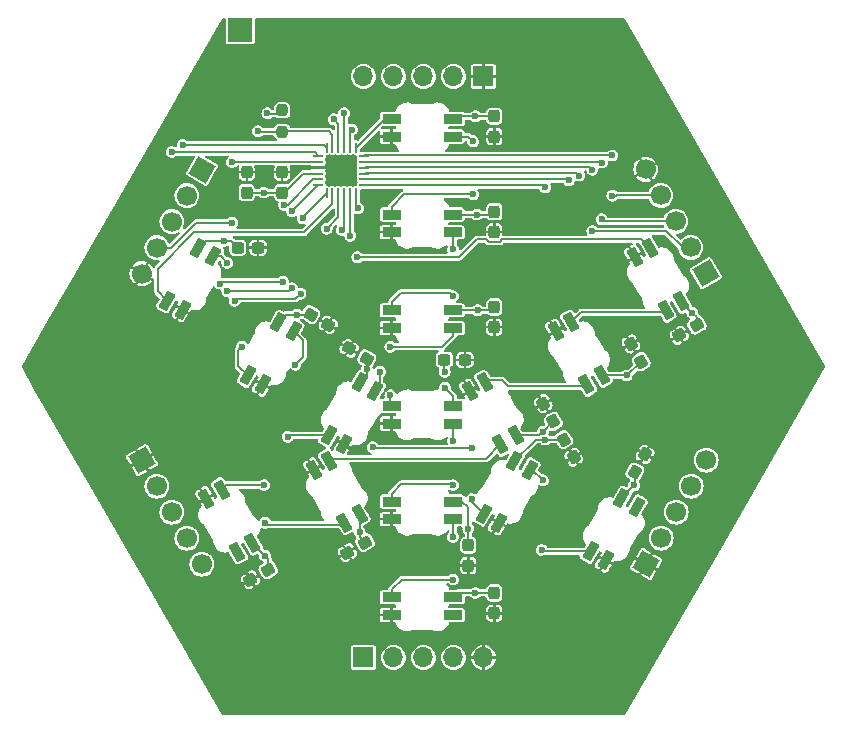
<source format=gbr>
%TF.GenerationSoftware,KiCad,Pcbnew,8.0.8*%
%TF.CreationDate,2025-04-07T13:38:17-04:00*%
%TF.ProjectId,pcb_tile_game_tile_ooo,7063625f-7469-46c6-955f-67616d655f74,1.0*%
%TF.SameCoordinates,Original*%
%TF.FileFunction,Copper,L1,Top*%
%TF.FilePolarity,Positive*%
%FSLAX46Y46*%
G04 Gerber Fmt 4.6, Leading zero omitted, Abs format (unit mm)*
G04 Created by KiCad (PCBNEW 8.0.8) date 2025-04-07 13:38:17*
%MOMM*%
%LPD*%
G01*
G04 APERTURE LIST*
G04 Aperture macros list*
%AMRoundRect*
0 Rectangle with rounded corners*
0 $1 Rounding radius*
0 $2 $3 $4 $5 $6 $7 $8 $9 X,Y pos of 4 corners*
0 Add a 4 corners polygon primitive as box body*
4,1,4,$2,$3,$4,$5,$6,$7,$8,$9,$2,$3,0*
0 Add four circle primitives for the rounded corners*
1,1,$1+$1,$2,$3*
1,1,$1+$1,$4,$5*
1,1,$1+$1,$6,$7*
1,1,$1+$1,$8,$9*
0 Add four rect primitives between the rounded corners*
20,1,$1+$1,$2,$3,$4,$5,0*
20,1,$1+$1,$4,$5,$6,$7,0*
20,1,$1+$1,$6,$7,$8,$9,0*
20,1,$1+$1,$8,$9,$2,$3,0*%
%AMHorizOval*
0 Thick line with rounded ends*
0 $1 width*
0 $2 $3 position (X,Y) of the first rounded end (center of the circle)*
0 $4 $5 position (X,Y) of the second rounded end (center of the circle)*
0 Add line between two ends*
20,1,$1,$2,$3,$4,$5,0*
0 Add two circle primitives to create the rounded ends*
1,1,$1,$2,$3*
1,1,$1,$4,$5*%
%AMRotRect*
0 Rectangle, with rotation*
0 The origin of the aperture is its center*
0 $1 length*
0 $2 width*
0 $3 Rotation angle, in degrees counterclockwise*
0 Add horizontal line*
21,1,$1,$2,0,0,$3*%
G04 Aperture macros list end*
%TA.AperFunction,SMDPad,CuDef*%
%ADD10RoundRect,0.237500X0.237500X-0.300000X0.237500X0.300000X-0.237500X0.300000X-0.237500X-0.300000X0*%
%TD*%
%TA.AperFunction,SMDPad,CuDef*%
%ADD11RoundRect,0.237500X-0.378558X-0.055681X0.141058X-0.355681X0.378558X0.055681X-0.141058X0.355681X0*%
%TD*%
%TA.AperFunction,SMDPad,CuDef*%
%ADD12RoundRect,0.237500X0.300000X0.237500X-0.300000X0.237500X-0.300000X-0.237500X0.300000X-0.237500X0*%
%TD*%
%TA.AperFunction,ComponentPad*%
%ADD13R,1.700000X1.700000*%
%TD*%
%TA.AperFunction,ComponentPad*%
%ADD14O,1.700000X1.700000*%
%TD*%
%TA.AperFunction,SMDPad,CuDef*%
%ADD15RoundRect,0.237500X-0.237500X0.250000X-0.237500X-0.250000X0.237500X-0.250000X0.237500X0.250000X0*%
%TD*%
%TA.AperFunction,SMDPad,CuDef*%
%ADD16RoundRect,0.237500X-0.141058X-0.355681X0.378558X-0.055681X0.141058X0.355681X-0.378558X0.055681X0*%
%TD*%
%TA.AperFunction,SMDPad,CuDef*%
%ADD17RoundRect,0.237500X-0.355681X0.141058X-0.055681X-0.378558X0.355681X-0.141058X0.055681X0.378558X0*%
%TD*%
%TA.AperFunction,ComponentPad*%
%ADD18RotRect,1.700000X1.700000X150.000000*%
%TD*%
%TA.AperFunction,ComponentPad*%
%ADD19HorizOval,1.700000X0.000000X0.000000X0.000000X0.000000X0*%
%TD*%
%TA.AperFunction,SMDPad,CuDef*%
%ADD20RoundRect,0.237500X0.355681X-0.141058X0.055681X0.378558X-0.355681X0.141058X-0.055681X-0.378558X0*%
%TD*%
%TA.AperFunction,SMDPad,CuDef*%
%ADD21RoundRect,0.237500X-0.055681X0.378558X-0.355681X-0.141058X0.055681X-0.378558X0.355681X0.141058X0*%
%TD*%
%TA.AperFunction,SMDPad,CuDef*%
%ADD22RoundRect,0.237500X0.378558X0.055681X-0.141058X0.355681X-0.378558X-0.055681X0.141058X-0.355681X0*%
%TD*%
%TA.AperFunction,ComponentPad*%
%ADD23RotRect,1.700000X1.700000X330.000000*%
%TD*%
%TA.AperFunction,ComponentPad*%
%ADD24HorizOval,1.700000X0.000000X0.000000X0.000000X0.000000X0*%
%TD*%
%TA.AperFunction,ComponentPad*%
%ADD25RotRect,1.700000X1.700000X210.000000*%
%TD*%
%TA.AperFunction,ComponentPad*%
%ADD26HorizOval,1.700000X0.000000X0.000000X0.000000X0.000000X0*%
%TD*%
%TA.AperFunction,ComponentPad*%
%ADD27RotRect,1.700000X1.700000X30.000000*%
%TD*%
%TA.AperFunction,ComponentPad*%
%ADD28HorizOval,1.700000X0.000000X0.000000X0.000000X0.000000X0*%
%TD*%
%TA.AperFunction,SMDPad,CuDef*%
%ADD29R,2.000000X2.000000*%
%TD*%
%TA.AperFunction,SMDPad,CuDef*%
%ADD30RoundRect,0.062500X-0.350000X-0.062500X0.350000X-0.062500X0.350000X0.062500X-0.350000X0.062500X0*%
%TD*%
%TA.AperFunction,SMDPad,CuDef*%
%ADD31RoundRect,0.062500X-0.062500X-0.350000X0.062500X-0.350000X0.062500X0.350000X-0.062500X0.350000X0*%
%TD*%
%TA.AperFunction,HeatsinkPad*%
%ADD32R,2.600000X2.600000*%
%TD*%
%TA.AperFunction,SMDPad,CuDef*%
%ADD33RoundRect,0.082000X-0.718000X0.328000X-0.718000X-0.328000X0.718000X-0.328000X0.718000X0.328000X0*%
%TD*%
%TA.AperFunction,SMDPad,CuDef*%
%ADD34RoundRect,0.082000X-0.643056X-0.457806X-0.074944X-0.785806X0.643056X0.457806X0.074944X0.785806X0*%
%TD*%
%TA.AperFunction,SMDPad,CuDef*%
%ADD35RoundRect,0.082000X-0.074944X0.785806X-0.643056X0.457806X0.074944X-0.785806X0.643056X-0.457806X0*%
%TD*%
%TA.AperFunction,ViaPad*%
%ADD36C,0.600000*%
%TD*%
%TA.AperFunction,Conductor*%
%ADD37C,0.200000*%
%TD*%
G04 APERTURE END LIST*
D10*
%TO.P,C2,1*%
%TO.N,GND*%
X143860000Y-96825000D03*
%TO.P,C2,2*%
%TO.N,VCC*%
X143860000Y-95100000D03*
%TD*%
D11*
%TO.P,C14,1*%
%TO.N,GND*%
X133766106Y-78437502D03*
%TO.P,C14,2*%
%TO.N,VCC*%
X135260000Y-79300000D03*
%TD*%
D12*
%TO.P,C3,1*%
%TO.N,GND*%
X143560000Y-79400000D03*
%TO.P,C3,2*%
%TO.N,VCC*%
X141835000Y-79400000D03*
%TD*%
D13*
%TO.P,J2,1,Pin_1*%
%TO.N,VCC*%
X134980000Y-104600000D03*
D14*
%TO.P,J2,2,Pin_2*%
%TO.N,/TX_J2*%
X137520000Y-104600000D03*
%TO.P,J2,3,Pin_3*%
%TO.N,/DATA_J2*%
X140060000Y-104600000D03*
%TO.P,J2,4,Pin_4*%
%TO.N,/RX_J2*%
X142600000Y-104600000D03*
%TO.P,J2,5,Pin_5*%
%TO.N,GND*%
X145140000Y-104600000D03*
%TD*%
D15*
%TO.P,R1,1*%
%TO.N,VCC*%
X128099386Y-58275000D03*
%TO.P,R1,2*%
%TO.N,/UPDI*%
X128099386Y-60100000D03*
%TD*%
D16*
%TO.P,C11,1*%
%TO.N,GND*%
X125413053Y-98031250D03*
%TO.P,C11,2*%
%TO.N,VCC*%
X126906947Y-97168750D03*
%TD*%
D10*
%TO.P,C18,1*%
%TO.N,VCC*%
X128099386Y-65237500D03*
%TO.P,C18,2*%
%TO.N,GND*%
X128099386Y-63512500D03*
%TD*%
%TO.P,C5,1*%
%TO.N,GND*%
X146060000Y-68572500D03*
%TO.P,C5,2*%
%TO.N,VCC*%
X146060000Y-66847500D03*
%TD*%
D17*
%TO.P,C9,1*%
%TO.N,GND*%
X150197500Y-83106106D03*
%TO.P,C9,2*%
%TO.N,VCC*%
X151060000Y-84600000D03*
%TD*%
D10*
%TO.P,C6,1*%
%TO.N,GND*%
X146060000Y-60500000D03*
%TO.P,C6,2*%
%TO.N,VCC*%
X146060000Y-58775000D03*
%TD*%
D18*
%TO.P,J3,1,Pin_1*%
%TO.N,GND*%
X158920000Y-96689409D03*
D19*
%TO.P,J3,2,Pin_2*%
%TO.N,/TX_J3*%
X160190000Y-94489704D03*
%TO.P,J3,3,Pin_3*%
%TO.N,/DATA_J3*%
X161460000Y-92290000D03*
%TO.P,J3,4,Pin_4*%
%TO.N,/RX_J3*%
X162730000Y-90090295D03*
%TO.P,J3,5,Pin_5*%
%TO.N,VCC*%
X164000000Y-87890591D03*
%TD*%
D20*
%TO.P,C15,1*%
%TO.N,GND*%
X152791249Y-87646947D03*
%TO.P,C15,2*%
%TO.N,VCC*%
X151928751Y-86153053D03*
%TD*%
D16*
%TO.P,C7,1*%
%TO.N,GND*%
X161713053Y-77331250D03*
%TO.P,C7,2*%
%TO.N,VCC*%
X163206947Y-76468750D03*
%TD*%
D21*
%TO.P,C16,1*%
%TO.N,GND*%
X158822500Y-87406106D03*
%TO.P,C16,2*%
%TO.N,VCC*%
X157960000Y-88900000D03*
%TD*%
D22*
%TO.P,C13,1*%
%TO.N,GND*%
X132006947Y-76431250D03*
%TO.P,C13,2*%
%TO.N,VCC*%
X130513053Y-75568750D03*
%TD*%
D23*
%TO.P,J6,1,Pin_1*%
%TO.N,VCC*%
X121300000Y-63300591D03*
D24*
%TO.P,J6,2,Pin_2*%
%TO.N,/TX_J6*%
X120030000Y-65500296D03*
%TO.P,J6,3,Pin_3*%
%TO.N,/DATA_J6*%
X118760000Y-67700000D03*
%TO.P,J6,4,Pin_4*%
%TO.N,/RX_J6*%
X117490000Y-69899705D03*
%TO.P,J6,5,Pin_5*%
%TO.N,GND*%
X116220000Y-72099409D03*
%TD*%
D17*
%TO.P,C8,1*%
%TO.N,GND*%
X157628750Y-78053053D03*
%TO.P,C8,2*%
%TO.N,VCC*%
X158491250Y-79546947D03*
%TD*%
D10*
%TO.P,C1,1*%
%TO.N,GND*%
X146060000Y-100862500D03*
%TO.P,C1,2*%
%TO.N,VCC*%
X146060000Y-99137500D03*
%TD*%
D25*
%TO.P,J4,1,Pin_1*%
%TO.N,VCC*%
X163963349Y-72075928D03*
D26*
%TO.P,J4,2,Pin_2*%
%TO.N,/TX_J4*%
X162693349Y-69876223D03*
%TO.P,J4,3,Pin_3*%
%TO.N,/DATA_J4*%
X161423349Y-67676519D03*
%TO.P,J4,4,Pin_4*%
%TO.N,/RX_J4*%
X160153349Y-65476814D03*
%TO.P,J4,5,Pin_5*%
%TO.N,GND*%
X158883349Y-63277110D03*
%TD*%
D16*
%TO.P,C10,1*%
%TO.N,GND*%
X133613053Y-95731250D03*
%TO.P,C10,2*%
%TO.N,VCC*%
X135106947Y-94868750D03*
%TD*%
D27*
%TO.P,J1,1,Pin_1*%
%TO.N,GND*%
X116220000Y-87900591D03*
D28*
%TO.P,J1,2,Pin_2*%
%TO.N,/TX_J1*%
X117490000Y-90100296D03*
%TO.P,J1,3,Pin_3*%
%TO.N,/DATA_J1*%
X118760000Y-92300000D03*
%TO.P,J1,4,Pin_4*%
%TO.N,/RX_J1*%
X120030000Y-94499705D03*
%TO.P,J1,5,Pin_5*%
%TO.N,VCC*%
X121300000Y-96699409D03*
%TD*%
D10*
%TO.P,C4,1*%
%TO.N,GND*%
X146060000Y-76645000D03*
%TO.P,C4,2*%
%TO.N,VCC*%
X146060000Y-74920000D03*
%TD*%
D13*
%TO.P,J5,1,Pin_1*%
%TO.N,GND*%
X145140000Y-55400000D03*
D14*
%TO.P,J5,2,Pin_2*%
%TO.N,/TX_J5*%
X142600000Y-55400000D03*
%TO.P,J5,3,Pin_3*%
%TO.N,/DATA_J5*%
X140060000Y-55400000D03*
%TO.P,J5,4,Pin_4*%
%TO.N,/RX_J5*%
X137520000Y-55400000D03*
%TO.P,J5,5,Pin_5*%
%TO.N,VCC*%
X134980000Y-55400000D03*
%TD*%
D29*
%TO.P,TP1,1,1*%
%TO.N,/UPDI*%
X124560000Y-51500000D03*
%TD*%
D30*
%TO.P,U2,1,PA2*%
%TO.N,/DATA_J6*%
X131161886Y-62125000D03*
%TO.P,U2,2,PA3*%
%TO.N,/RX_J6*%
X131161886Y-62625000D03*
%TO.P,U2,3,GND*%
%TO.N,GND*%
X131161886Y-63125000D03*
%TO.P,U2,4,VCC*%
%TO.N,VCC*%
X131161886Y-63625000D03*
%TO.P,U2,5,PA4*%
%TO.N,/TX_J1*%
X131161886Y-64125000D03*
%TO.P,U2,6,PA5*%
%TO.N,/DATA_J1*%
X131161886Y-64625000D03*
D31*
%TO.P,U2,7,PA6*%
%TO.N,/RX_J1*%
X131849386Y-65312500D03*
%TO.P,U2,8,PA7*%
%TO.N,/LED_J3-J6*%
X132349386Y-65312500D03*
%TO.P,U2,9,PB7*%
%TO.N,/TX_J2*%
X132849386Y-65312500D03*
%TO.P,U2,10,PB6*%
%TO.N,/DATA_J2*%
X133349386Y-65312500D03*
%TO.P,U2,11,PB5*%
%TO.N,/RX_J2*%
X133849386Y-65312500D03*
%TO.P,U2,12,PB4*%
%TO.N,/LED_J1-J4*%
X134349386Y-65312500D03*
D30*
%TO.P,U2,13,PB3*%
%TO.N,/TX_J3*%
X135036886Y-64625000D03*
%TO.P,U2,14,PB2*%
%TO.N,/DATA_J3*%
X135036886Y-64125000D03*
%TO.P,U2,15,PB1*%
%TO.N,/RX_J3*%
X135036886Y-63625000D03*
%TO.P,U2,16,PB0*%
%TO.N,/TX_J4*%
X135036886Y-63125000D03*
%TO.P,U2,17,PC0*%
%TO.N,/DATA_J4*%
X135036886Y-62625000D03*
%TO.P,U2,18,PC1*%
%TO.N,/RX_J4*%
X135036886Y-62125000D03*
D31*
%TO.P,U2,19,PC2*%
%TO.N,/LED_J2-J5*%
X134349386Y-61437500D03*
%TO.P,U2,20,PC3*%
%TO.N,/TX_J5*%
X133849386Y-61437500D03*
%TO.P,U2,21,PC4*%
%TO.N,/DATA_J5*%
X133349386Y-61437500D03*
%TO.P,U2,22,PC5*%
%TO.N,/RX_J5*%
X132849386Y-61437500D03*
%TO.P,U2,23,~{RESET}/PA0*%
%TO.N,/UPDI*%
X132349386Y-61437500D03*
%TO.P,U2,24,PA1*%
%TO.N,/TX_J6*%
X131849386Y-61437500D03*
D32*
%TO.P,U2,25,GND*%
%TO.N,GND*%
X133099386Y-63375000D03*
%TD*%
D10*
%TO.P,C17,1*%
%TO.N,VCC*%
X125099386Y-65237500D03*
%TO.P,C17,2*%
%TO.N,GND*%
X125099386Y-63512500D03*
%TD*%
D12*
%TO.P,C12,1*%
%TO.N,GND*%
X126060000Y-69900000D03*
%TO.P,C12,2*%
%TO.N,VCC*%
X124335000Y-69900000D03*
%TD*%
D33*
%TO.P,LED4,1,VDD*%
%TO.N,VCC*%
X142560000Y-83300000D03*
%TO.P,LED4,2,DOUT*%
%TO.N,Net-(LED4-DOUT)*%
X142560000Y-84800000D03*
%TO.P,LED4,3,VSS*%
%TO.N,GND*%
X137360000Y-84800000D03*
%TO.P,LED4,4,DIN*%
%TO.N,Net-(LED3-DOUT)*%
X137360000Y-83300000D03*
%TD*%
%TO.P,LED3,1,VDD*%
%TO.N,VCC*%
X142560000Y-75200000D03*
%TO.P,LED3,2,DOUT*%
%TO.N,Net-(LED3-DOUT)*%
X142560000Y-76700000D03*
%TO.P,LED3,3,VSS*%
%TO.N,GND*%
X137360000Y-76700000D03*
%TO.P,LED3,4,DIN*%
%TO.N,Net-(LED2-DOUT)*%
X137360000Y-75200000D03*
%TD*%
D34*
%TO.P,LED13,1,VDD*%
%TO.N,VCC*%
X127760961Y-76217383D03*
%TO.P,LED13,2,DOUT*%
%TO.N,Net-(LED13-DOUT)*%
X129060000Y-76967383D03*
%TO.P,LED13,3,VSS*%
%TO.N,GND*%
X126460000Y-81470715D03*
%TO.P,LED13,4,DIN*%
%TO.N,Net-(LED12-DOUT)*%
X125160961Y-80720715D03*
%TD*%
D35*
%TO.P,LED8,1,VDD*%
%TO.N,VCC*%
X155159520Y-80720714D03*
%TO.P,LED8,2,DOUT*%
%TO.N,Net-(LED8-DOUT)*%
X153860481Y-81470714D03*
%TO.P,LED8,3,VSS*%
%TO.N,GND*%
X151260481Y-76967382D03*
%TO.P,LED8,4,DIN*%
%TO.N,Net-(LED7-DOUT)*%
X152559521Y-76217382D03*
%TD*%
%TO.P,LED11,1,VDD*%
%TO.N,VCC*%
X125560000Y-94900001D03*
%TO.P,LED11,2,DOUT*%
%TO.N,unconnected-(LED11-DOUT-Pad2)*%
X124260960Y-95650000D03*
%TO.P,LED11,3,VSS*%
%TO.N,GND*%
X121660961Y-91146668D03*
%TO.P,LED11,4,DIN*%
%TO.N,Net-(LED10-DOUT)*%
X122959998Y-90396668D03*
%TD*%
D33*
%TO.P,LED2,1,VDD*%
%TO.N,VCC*%
X142560000Y-67100000D03*
%TO.P,LED2,2,DOUT*%
%TO.N,Net-(LED2-DOUT)*%
X142560000Y-68600000D03*
%TO.P,LED2,3,VSS*%
%TO.N,GND*%
X137360000Y-68600000D03*
%TO.P,LED2,4,DIN*%
%TO.N,Net-(LED1-DOUT)*%
X137360000Y-67100000D03*
%TD*%
%TO.P,LED5,1,VDD*%
%TO.N,VCC*%
X142560000Y-91400000D03*
%TO.P,LED5,2,DOUT*%
%TO.N,Net-(LED5-DOUT)*%
X142560000Y-92900000D03*
%TO.P,LED5,3,VSS*%
%TO.N,GND*%
X137360000Y-92900000D03*
%TO.P,LED5,4,DIN*%
%TO.N,Net-(LED4-DOUT)*%
X137360000Y-91400000D03*
%TD*%
D35*
%TO.P,LED7,1,VDD*%
%TO.N,VCC*%
X161859040Y-74450000D03*
%TO.P,LED7,2,DOUT*%
%TO.N,Net-(LED7-DOUT)*%
X160560001Y-75200000D03*
%TO.P,LED7,3,VSS*%
%TO.N,GND*%
X157960001Y-70696668D03*
%TO.P,LED7,4,DIN*%
%TO.N,/LED_J1-J4*%
X159259040Y-69946668D03*
%TD*%
D33*
%TO.P,LED1,1,VDD*%
%TO.N,VCC*%
X142560000Y-59000000D03*
%TO.P,LED1,2,DOUT*%
%TO.N,Net-(LED1-DOUT)*%
X142560000Y-60500000D03*
%TO.P,LED1,3,VSS*%
%TO.N,GND*%
X137360000Y-60500000D03*
%TO.P,LED1,4,DIN*%
%TO.N,/LED_J2-J5*%
X137360000Y-59000000D03*
%TD*%
D34*
%TO.P,LED16,1,VDD*%
%TO.N,VCC*%
X156819740Y-91107559D03*
%TO.P,LED16,2,DOUT*%
%TO.N,unconnected-(LED16-DOUT-Pad2)*%
X158118779Y-91857559D03*
%TO.P,LED16,3,VSS*%
%TO.N,GND*%
X155518779Y-96360891D03*
%TO.P,LED16,4,DIN*%
%TO.N,Net-(LED15-DOUT)*%
X154219740Y-95610891D03*
%TD*%
%TO.P,LED15,1,VDD*%
%TO.N,VCC*%
X147760000Y-87946667D03*
%TO.P,LED15,2,DOUT*%
%TO.N,Net-(LED15-DOUT)*%
X149059039Y-88696667D03*
%TO.P,LED15,3,VSS*%
%TO.N,GND*%
X146459039Y-93199999D03*
%TO.P,LED15,4,DIN*%
%TO.N,Net-(LED14-DOUT)*%
X145160000Y-92449999D03*
%TD*%
D35*
%TO.P,LED9,1,VDD*%
%TO.N,VCC*%
X147860000Y-85800000D03*
%TO.P,LED9,2,DOUT*%
%TO.N,Net-(LED10-DIN)*%
X146560961Y-86550000D03*
%TO.P,LED9,3,VSS*%
%TO.N,GND*%
X143960961Y-82046668D03*
%TO.P,LED9,4,DIN*%
%TO.N,Net-(LED8-DOUT)*%
X145260000Y-81296668D03*
%TD*%
D34*
%TO.P,LED12,1,VDD*%
%TO.N,VCC*%
X120960000Y-69896668D03*
%TO.P,LED12,2,DOUT*%
%TO.N,Net-(LED12-DOUT)*%
X122259039Y-70646668D03*
%TO.P,LED12,3,VSS*%
%TO.N,GND*%
X119659039Y-75150000D03*
%TO.P,LED12,4,DIN*%
%TO.N,/LED_J3-J6*%
X118360000Y-74400000D03*
%TD*%
D33*
%TO.P,LED6,1,VDD*%
%TO.N,VCC*%
X142560000Y-99500000D03*
%TO.P,LED6,2,DOUT*%
%TO.N,unconnected-(LED6-DOUT-Pad2)*%
X142560000Y-101000000D03*
%TO.P,LED6,3,VSS*%
%TO.N,GND*%
X137360000Y-101000000D03*
%TO.P,LED6,4,DIN*%
%TO.N,Net-(LED5-DOUT)*%
X137360000Y-99500000D03*
%TD*%
D35*
%TO.P,LED10,1,VDD*%
%TO.N,VCC*%
X134659039Y-92450000D03*
%TO.P,LED10,2,DOUT*%
%TO.N,Net-(LED10-DOUT)*%
X133360000Y-93200000D03*
%TO.P,LED10,3,VSS*%
%TO.N,GND*%
X130760000Y-88696668D03*
%TO.P,LED10,4,DIN*%
%TO.N,Net-(LED10-DIN)*%
X132059039Y-87946668D03*
%TD*%
D34*
%TO.P,LED14,1,VDD*%
%TO.N,VCC*%
X134660000Y-81296667D03*
%TO.P,LED14,2,DOUT*%
%TO.N,Net-(LED14-DOUT)*%
X135959039Y-82046667D03*
%TO.P,LED14,3,VSS*%
%TO.N,GND*%
X133359039Y-86549999D03*
%TO.P,LED14,4,DIN*%
%TO.N,Net-(LED13-DOUT)*%
X132060000Y-85799999D03*
%TD*%
D36*
%TO.N,GND*%
X134760000Y-87100000D03*
X135060000Y-59600000D03*
X135160000Y-88800000D03*
X135860000Y-61100000D03*
%TO.N,VCC*%
X144460000Y-58775000D03*
X126659999Y-96000000D03*
X141860000Y-80400000D03*
X129360000Y-75568750D03*
X126849386Y-58525000D03*
X162834520Y-75425480D03*
X150360000Y-86153053D03*
X134659039Y-94000000D03*
X143860000Y-93700000D03*
X141870164Y-81763414D03*
X157893650Y-90033650D03*
X135260000Y-80200000D03*
X144560000Y-67100000D03*
X123160000Y-69311027D03*
X144460000Y-99137500D03*
X144660000Y-75200000D03*
X150160000Y-85500000D03*
X157260000Y-80720714D03*
X126549386Y-65237500D03*
%TO.N,Net-(LED1-DOUT)*%
X144260000Y-65400000D03*
X144260000Y-60900000D03*
%TO.N,Net-(LED2-DOUT)*%
X142550380Y-70050000D03*
X142560000Y-74000000D03*
%TO.N,Net-(LED3-DOUT)*%
X137260000Y-78300000D03*
X137260000Y-82400000D03*
%TO.N,Net-(LED4-DOUT)*%
X142560000Y-90000000D03*
X142560000Y-86250000D03*
%TO.N,Net-(LED5-DOUT)*%
X142560000Y-98000000D03*
X142560000Y-94400000D03*
%TO.N,/DATA_J1*%
X128925578Y-73342629D03*
X128949386Y-66825000D03*
X123460000Y-73600000D03*
%TO.N,/TX_J1*%
X122806113Y-72940224D03*
X128160000Y-72800000D03*
X128240314Y-66275000D03*
%TO.N,/RX_J1*%
X129849386Y-67425000D03*
X129648076Y-73799456D03*
X124060000Y-74400000D03*
%TO.N,/TX_J2*%
X131860000Y-68300000D03*
%TO.N,/DATA_J2*%
X133160000Y-68400000D03*
%TO.N,/RX_J2*%
X133860000Y-68900000D03*
%TO.N,/RX_J3*%
X153260000Y-63800000D03*
%TO.N,/DATA_J3*%
X152360000Y-64200000D03*
%TO.N,/TX_J3*%
X150360000Y-64800008D03*
%TO.N,/TX_J4*%
X154360000Y-63300000D03*
X154360000Y-68500000D03*
%TO.N,/RX_J4*%
X156060000Y-65500000D03*
X156060000Y-62100000D03*
%TO.N,/DATA_J4*%
X155160000Y-67500000D03*
X155160000Y-62700000D03*
%TO.N,/UPDI*%
X124560000Y-51500000D03*
X126049386Y-60037500D03*
%TO.N,/RX_J5*%
X132443525Y-59021185D03*
%TO.N,/TX_J5*%
X133999386Y-59925000D03*
%TO.N,/DATA_J5*%
X133349386Y-58524998D03*
%TO.N,Net-(LED10-DOUT)*%
X126660000Y-93200000D03*
X126560000Y-90000000D03*
%TO.N,/DATA_J6*%
X118760000Y-61800000D03*
%TO.N,/RX_J6*%
X123865772Y-67800000D03*
X123865772Y-62655021D03*
%TO.N,/TX_J6*%
X119660000Y-61200000D03*
%TO.N,Net-(LED12-DOUT)*%
X123460000Y-71200000D03*
X124660000Y-78299998D03*
%TO.N,Net-(LED13-DOUT)*%
X128560000Y-85900000D03*
X129212383Y-79803449D03*
%TO.N,Net-(LED14-DOUT)*%
X135760000Y-86800000D03*
X136360000Y-80400000D03*
X144160000Y-86900000D03*
X144160000Y-91200000D03*
%TO.N,Net-(LED15-DOUT)*%
X150060000Y-95500000D03*
X150160000Y-89600000D03*
%TO.N,/LED_J1-J4*%
X134499386Y-66584620D03*
X134460000Y-70700000D03*
%TD*%
D37*
%TO.N,GND*%
X128486886Y-63125000D02*
X128099386Y-63512500D01*
X128099386Y-63512500D02*
X125099386Y-63512500D01*
X133909040Y-87100000D02*
X134760000Y-87100000D01*
X128099386Y-63512500D02*
X129161886Y-63512500D01*
X133359039Y-86549999D02*
X133909040Y-87100000D01*
X129849386Y-63125000D02*
X129549386Y-63125000D01*
X129549386Y-63125000D02*
X129249386Y-63425000D01*
X131161886Y-63125000D02*
X129849386Y-63125000D01*
X129161886Y-63512500D02*
X129249386Y-63425000D01*
%TO.N,VCC*%
X142560000Y-82453250D02*
X142560000Y-83300000D01*
X135260000Y-80696667D02*
X135260000Y-80200000D01*
X141835000Y-80375000D02*
X141860000Y-80400000D01*
X149553614Y-86153053D02*
X147760000Y-87946667D01*
X143860000Y-93700000D02*
X143860000Y-95100000D01*
X134659039Y-92450000D02*
X134659039Y-94000000D01*
X157317483Y-80720714D02*
X158491250Y-79546947D01*
X141835000Y-79400000D02*
X141835000Y-80375000D01*
X163206947Y-75797907D02*
X163206947Y-76468750D01*
X120960000Y-69896668D02*
X121545641Y-69311027D01*
X162834520Y-75425480D02*
X163206947Y-75797907D01*
X135260000Y-80200000D02*
X135260000Y-79300000D01*
X157960000Y-89967299D02*
X157960000Y-88900000D01*
X128099386Y-58562500D02*
X126886886Y-58562500D01*
X144660000Y-75200000D02*
X145780000Y-75200000D01*
X142560000Y-75200000D02*
X144660000Y-75200000D01*
X143360000Y-91400000D02*
X143860000Y-91900000D01*
X121545641Y-69311027D02*
X123160000Y-69311027D01*
X142660000Y-59000000D02*
X142885000Y-58775000D01*
X125560000Y-94900001D02*
X126659999Y-96000000D01*
X134660000Y-81296667D02*
X135260000Y-80696667D01*
X151928751Y-86153053D02*
X150360000Y-86153053D01*
X127549386Y-65237500D02*
X126549386Y-65237500D01*
X125099386Y-65237500D02*
X126549386Y-65237500D01*
X142560000Y-67100000D02*
X144560000Y-67100000D01*
X157893649Y-90033650D02*
X157893650Y-90033650D01*
X146060000Y-99137500D02*
X144460000Y-99137500D01*
X144460000Y-58775000D02*
X146060000Y-58775000D01*
X143860000Y-91900000D02*
X143860000Y-93700000D01*
X149860000Y-85800000D02*
X150160000Y-85500000D01*
X155159520Y-80720714D02*
X157260000Y-80720714D01*
X129360000Y-75568750D02*
X130513053Y-75568750D01*
X157260000Y-80720714D02*
X157317483Y-80720714D01*
X142560000Y-91400000D02*
X143360000Y-91400000D01*
X144560000Y-67100000D02*
X145807500Y-67100000D01*
X144460000Y-99137500D02*
X142922500Y-99137500D01*
X150360000Y-86153053D02*
X149553614Y-86153053D01*
X145807500Y-67100000D02*
X146060000Y-66847500D01*
X129899386Y-63625000D02*
X128286886Y-65237500D01*
X161859040Y-74450000D02*
X162834520Y-75425480D01*
X142560000Y-59000000D02*
X142660000Y-59000000D01*
X145780000Y-75200000D02*
X146060000Y-74920000D01*
X127760961Y-76217383D02*
X128409594Y-75568750D01*
X131161886Y-63625000D02*
X129899386Y-63625000D01*
X123160000Y-69311027D02*
X123746027Y-69311027D01*
X125099386Y-65237500D02*
X127549386Y-65237500D01*
X150160000Y-85500000D02*
X151060000Y-84600000D01*
X142885000Y-58775000D02*
X144460000Y-58775000D01*
X127549386Y-65237500D02*
X128099386Y-65237500D01*
X126886886Y-58562500D02*
X126849386Y-58525000D01*
X126659999Y-96000000D02*
X126906947Y-96246948D01*
X128286886Y-65237500D02*
X128099386Y-65237500D01*
X123746027Y-69311027D02*
X124335000Y-69900000D01*
X134659039Y-94000000D02*
X134659039Y-94420842D01*
X147860000Y-85800000D02*
X149860000Y-85800000D01*
X156819740Y-91107559D02*
X157893649Y-90033650D01*
X142922500Y-99137500D02*
X142560000Y-99500000D01*
X157893650Y-90033649D02*
X157960000Y-89967299D01*
X128409594Y-75568750D02*
X129360000Y-75568750D01*
X126906947Y-96246948D02*
X126906947Y-97168750D01*
X141870164Y-81763414D02*
X142560000Y-82453250D01*
X157893650Y-90033650D02*
X157893650Y-90033649D01*
X134659039Y-94420842D02*
X135106947Y-94868750D01*
%TO.N,Net-(LED1-DOUT)*%
X143860000Y-60500000D02*
X144260000Y-60900000D01*
X144260000Y-65400000D02*
X138400716Y-65400000D01*
X138400716Y-65400000D02*
X137360000Y-66440716D01*
X142560000Y-60500000D02*
X143860000Y-60500000D01*
X137360000Y-66440716D02*
X137360000Y-67100000D01*
%TO.N,Net-(LED2-DOUT)*%
X142560000Y-68600000D02*
X142560000Y-70040380D01*
X142560000Y-74000000D02*
X142265778Y-73705778D01*
X137360000Y-74500000D02*
X137360000Y-74800000D01*
X142560000Y-70040380D02*
X142550380Y-70050000D01*
X138154222Y-73705778D02*
X137360000Y-74500000D01*
X142265778Y-73705778D02*
X138154222Y-73705778D01*
%TO.N,Net-(LED3-DOUT)*%
X137260000Y-82400000D02*
X137260000Y-82900000D01*
X141619284Y-78300000D02*
X137260000Y-78300000D01*
X142560000Y-76700000D02*
X142560000Y-77359284D01*
X142560000Y-77359284D02*
X141619284Y-78300000D01*
%TO.N,Net-(LED4-DOUT)*%
X137360000Y-91400000D02*
X137360000Y-90740716D01*
X137360000Y-90740716D02*
X138194980Y-89905736D01*
X142560000Y-84800000D02*
X142560000Y-86250000D01*
X142465736Y-89905736D02*
X142560000Y-90000000D01*
X138194980Y-89905736D02*
X142465736Y-89905736D01*
%TO.N,Net-(LED5-DOUT)*%
X142560000Y-98000000D02*
X138200716Y-98000000D01*
X137360000Y-98840716D02*
X137360000Y-99500000D01*
X138200716Y-98000000D02*
X137360000Y-98840716D01*
X142560000Y-92900000D02*
X142560000Y-94400000D01*
%TO.N,/DATA_J1*%
X128961886Y-66825000D02*
X128949386Y-66825000D01*
X131161886Y-64625000D02*
X128961886Y-66825000D01*
X123460000Y-73600000D02*
X128668207Y-73600000D01*
X128668207Y-73600000D02*
X128925578Y-73342629D01*
%TO.N,/TX_J1*%
X128585000Y-66275000D02*
X128240314Y-66275000D01*
X131161886Y-64125000D02*
X130735000Y-64125000D01*
X130735000Y-64125000D02*
X128585000Y-66275000D01*
X128160000Y-72800000D02*
X122946337Y-72800000D01*
X122946337Y-72800000D02*
X122806113Y-72940224D01*
%TO.N,/RX_J1*%
X124235000Y-74225000D02*
X129222532Y-74225000D01*
X124060000Y-74400000D02*
X124235000Y-74225000D01*
X131849386Y-65312500D02*
X129849386Y-67312500D01*
X129222532Y-74225000D02*
X129648076Y-73799456D01*
%TO.N,/TX_J2*%
X132849386Y-67310614D02*
X131860000Y-68300000D01*
X132849386Y-65312500D02*
X132849386Y-67305761D01*
X132849386Y-67305761D02*
X132849386Y-67310614D01*
%TO.N,/DATA_J2*%
X133349386Y-65312500D02*
X133349386Y-68119159D01*
X133349386Y-68119159D02*
X133349386Y-68210614D01*
X133349386Y-68210614D02*
X133160000Y-68400000D01*
%TO.N,/RX_J2*%
X133849386Y-68910614D02*
X133860000Y-68900000D01*
X133849386Y-68925000D02*
X133849386Y-68910614D01*
X133849386Y-65312500D02*
X133849386Y-68925000D01*
%TO.N,/RX_J3*%
X135036886Y-63625000D02*
X135111886Y-63550000D01*
X153010000Y-63550000D02*
X153260000Y-63800000D01*
X135111886Y-63550000D02*
X153010000Y-63550000D01*
%TO.N,/DATA_J3*%
X152285000Y-64125000D02*
X152360000Y-64200000D01*
X135036886Y-64125000D02*
X152285000Y-64125000D01*
%TO.N,/TX_J3*%
X135036886Y-64625000D02*
X150184992Y-64625000D01*
X150184992Y-64625000D02*
X150360000Y-64800008D01*
%TO.N,/TX_J4*%
X154360000Y-68500000D02*
X160620484Y-68500000D01*
X154110000Y-63050000D02*
X154360000Y-63300000D01*
X135111886Y-63050000D02*
X154110000Y-63050000D01*
X161996707Y-69876223D02*
X162693349Y-69876223D01*
X160620484Y-68500000D02*
X161996707Y-69876223D01*
X135036886Y-63125000D02*
X135111886Y-63050000D01*
%TO.N,/RX_J4*%
X135036886Y-62125000D02*
X135061886Y-62100000D01*
X135061886Y-62100000D02*
X156060000Y-62100000D01*
X156060000Y-65500000D02*
X156360000Y-65500000D01*
X156383186Y-65476814D02*
X160153349Y-65476814D01*
X156360000Y-65500000D02*
X156383186Y-65476814D01*
%TO.N,/DATA_J4*%
X155160000Y-67500000D02*
X155336519Y-67676519D01*
X155336519Y-67676519D02*
X161423349Y-67676519D01*
X135036886Y-62625000D02*
X155085000Y-62625000D01*
X155085000Y-62625000D02*
X155160000Y-62700000D01*
%TO.N,/UPDI*%
X128099386Y-60100000D02*
X126111886Y-60100000D01*
X132349386Y-60323114D02*
X132063772Y-60037500D01*
X132063772Y-60037500D02*
X128161886Y-60037500D01*
X132349386Y-61437500D02*
X132349386Y-60323114D01*
%TO.N,/RX_J5*%
X132849386Y-59427046D02*
X132443525Y-59021185D01*
X132849386Y-61437500D02*
X132849386Y-59427046D01*
%TO.N,/TX_J5*%
X133849386Y-61437500D02*
X133849386Y-60075000D01*
X133849386Y-60075000D02*
X133999386Y-59925000D01*
%TO.N,/DATA_J5*%
X133349386Y-61437500D02*
X133349386Y-58725000D01*
X133349386Y-58725000D02*
X133349386Y-58524998D01*
%TO.N,Net-(LED7-DOUT)*%
X160560001Y-75200000D02*
X160379941Y-75380060D01*
X160379941Y-75380060D02*
X153396843Y-75380060D01*
X153396843Y-75380060D02*
X152559521Y-76217382D01*
%TO.N,Net-(LED8-DOUT)*%
X153860481Y-81470714D02*
X153680445Y-81650750D01*
X153680445Y-81650750D02*
X147235529Y-81650750D01*
X145436541Y-81120127D02*
X145260000Y-81296668D01*
X147235529Y-81650750D02*
X146704906Y-81120127D01*
X146704906Y-81120127D02*
X145436541Y-81120127D01*
%TO.N,Net-(LED10-DIN)*%
X132059039Y-87946668D02*
X132239135Y-87766572D01*
X145344389Y-87766572D02*
X146560961Y-86550000D01*
X132239135Y-87766572D02*
X145344389Y-87766572D01*
%TO.N,Net-(LED10-DOUT)*%
X126706527Y-93153473D02*
X126660000Y-93200000D01*
X126836381Y-93376381D02*
X133183619Y-93376381D01*
X126660000Y-93200000D02*
X126836381Y-93376381D01*
X133183619Y-93376381D02*
X133360000Y-93200000D01*
X126560000Y-90000000D02*
X123356666Y-90000000D01*
X123356666Y-90000000D02*
X122959998Y-90396668D01*
%TO.N,/DATA_J6*%
X130836886Y-61800000D02*
X118760000Y-61800000D01*
X131161886Y-62125000D02*
X130836886Y-61800000D01*
%TO.N,/RX_J6*%
X118692081Y-69899705D02*
X117490000Y-69899705D01*
X123865772Y-67800000D02*
X120791786Y-67800000D01*
X131161886Y-62625000D02*
X123895793Y-62625000D01*
X120791786Y-67800000D02*
X118692081Y-69899705D01*
X123895793Y-62625000D02*
X123865772Y-62655021D01*
%TO.N,/TX_J6*%
X131611886Y-61200000D02*
X119660000Y-61200000D01*
X131849386Y-61437500D02*
X131611886Y-61200000D01*
%TO.N,/LED_J2-J5*%
X134349386Y-61437500D02*
X136786886Y-59000000D01*
X136786886Y-59000000D02*
X137360000Y-59000000D01*
%TO.N,Net-(LED12-DOUT)*%
X125160961Y-80720715D02*
X124365123Y-79924877D01*
X124365123Y-79924877D02*
X124365123Y-78594875D01*
X122259039Y-70646668D02*
X122906668Y-70646668D01*
X124365123Y-78594875D02*
X124660000Y-78299998D01*
X122906668Y-70646668D02*
X123460000Y-71200000D01*
%TO.N,Net-(LED13-DOUT)*%
X129212383Y-79803449D02*
X129855875Y-79159957D01*
X129855875Y-77763258D02*
X129060000Y-76967383D01*
X132060000Y-85799999D02*
X128660001Y-85799999D01*
X129855875Y-79159957D02*
X129855875Y-77763258D01*
X128660001Y-85799999D02*
X128560000Y-85900000D01*
%TO.N,Net-(LED14-DOUT)*%
X136360000Y-80400000D02*
X136360000Y-81645706D01*
X135860000Y-86900000D02*
X135760000Y-86800000D01*
X145160000Y-92449999D02*
X144160000Y-91449999D01*
X144160000Y-86900000D02*
X135860000Y-86900000D01*
X144160000Y-91449999D02*
X144160000Y-91200000D01*
X136360000Y-81645706D02*
X135959039Y-82046667D01*
%TO.N,Net-(LED15-DOUT)*%
X149256667Y-88696667D02*
X150160000Y-89600000D01*
X154219740Y-95610891D02*
X150170891Y-95610891D01*
X149059039Y-88696667D02*
X149256667Y-88696667D01*
X150170891Y-95610891D02*
X150060000Y-95500000D01*
%TO.N,/LED_J3-J6*%
X117564142Y-73604142D02*
X118360000Y-74400000D01*
X120635177Y-68600000D02*
X117564142Y-71671035D01*
X132349386Y-65312500D02*
X132349386Y-66225000D01*
X129974386Y-68600000D02*
X120635177Y-68600000D01*
X132349386Y-66225000D02*
X129974386Y-68600000D01*
X117564142Y-71671035D02*
X117564142Y-73604142D01*
%TO.N,/LED_J1-J4*%
X134409006Y-66584620D02*
X134499386Y-66584620D01*
X146526722Y-69410000D02*
X145593278Y-69410000D01*
X134349386Y-65312500D02*
X134349386Y-66525000D01*
X143060000Y-70700000D02*
X134460000Y-70700000D01*
X134349386Y-66525000D02*
X134409006Y-66584620D01*
X145383278Y-69200000D02*
X144560000Y-69200000D01*
X146736722Y-69200000D02*
X146526722Y-69410000D01*
X159259040Y-69946668D02*
X158512372Y-69200000D01*
X145593278Y-69410000D02*
X145383278Y-69200000D01*
X144560000Y-69200000D02*
X143060000Y-70700000D01*
X158512372Y-69200000D02*
X146736722Y-69200000D01*
%TD*%
%TA.AperFunction,Conductor*%
%TO.N,GND*%
G36*
X136570480Y-83906202D02*
G01*
X136576194Y-83907756D01*
X136576201Y-83907759D01*
X136599824Y-83910499D01*
X136599825Y-83910500D01*
X136599826Y-83910500D01*
X137660501Y-83910500D01*
X137718692Y-83929407D01*
X137754656Y-83978907D01*
X137759501Y-84009500D01*
X137759501Y-84091000D01*
X137740594Y-84149191D01*
X137691094Y-84185155D01*
X137660501Y-84190000D01*
X137460001Y-84190000D01*
X137460000Y-84190001D01*
X137460000Y-85409998D01*
X137460001Y-85409999D01*
X137609745Y-85409999D01*
X137667936Y-85428906D01*
X137703900Y-85478406D01*
X137704905Y-85481695D01*
X137724576Y-85550256D01*
X137724579Y-85550263D01*
X137805881Y-85713768D01*
X137915438Y-85859855D01*
X137915441Y-85859857D01*
X137915443Y-85859860D01*
X137993954Y-85932315D01*
X138049595Y-85983664D01*
X138049627Y-85983693D01*
X138049629Y-85983695D01*
X138204015Y-86081194D01*
X138204016Y-86081194D01*
X138204022Y-86081198D01*
X138373514Y-86149142D01*
X138373517Y-86149142D01*
X138373518Y-86149143D01*
X138393013Y-86153079D01*
X138552505Y-86185281D01*
X138714794Y-86188073D01*
X138735080Y-86188422D01*
X138735080Y-86188421D01*
X138735081Y-86188422D01*
X138915210Y-86158460D01*
X139086938Y-86096386D01*
X139102741Y-86087176D01*
X139103849Y-86086624D01*
X139108864Y-86083693D01*
X139108870Y-86083692D01*
X139142537Y-86064021D01*
X139192485Y-86050502D01*
X139231392Y-86050507D01*
X139231394Y-86050506D01*
X139237842Y-86050507D01*
X139237963Y-86050500D01*
X140727507Y-86050500D01*
X140777462Y-86064028D01*
X140815686Y-86086368D01*
X140817527Y-86087286D01*
X140833077Y-86096348D01*
X140900721Y-86120799D01*
X141004787Y-86158416D01*
X141004790Y-86158416D01*
X141004799Y-86158420D01*
X141184920Y-86188381D01*
X141367488Y-86185240D01*
X141546472Y-86149103D01*
X141715958Y-86081163D01*
X141870344Y-85983664D01*
X141959990Y-85900933D01*
X142015574Y-85875365D01*
X142075573Y-85887351D01*
X142117069Y-85932315D01*
X142124211Y-85993082D01*
X142117183Y-86014814D01*
X142074833Y-86107545D01*
X142054353Y-86249997D01*
X142054353Y-86250002D01*
X142074834Y-86392456D01*
X142105395Y-86459373D01*
X142112370Y-86520159D01*
X142082284Y-86573437D01*
X142026628Y-86598855D01*
X142015342Y-86599500D01*
X136282280Y-86599500D01*
X136224089Y-86580593D01*
X136192226Y-86541625D01*
X136189289Y-86535194D01*
X136185377Y-86526627D01*
X136091128Y-86417857D01*
X136091127Y-86417856D01*
X136091126Y-86417855D01*
X135970057Y-86340049D01*
X135970054Y-86340047D01*
X135970053Y-86340047D01*
X135970050Y-86340046D01*
X135831964Y-86299500D01*
X135831961Y-86299500D01*
X135688039Y-86299500D01*
X135688035Y-86299500D01*
X135549949Y-86340046D01*
X135549942Y-86340049D01*
X135428873Y-86417855D01*
X135334622Y-86526628D01*
X135274834Y-86657543D01*
X135254353Y-86799997D01*
X135254353Y-86800002D01*
X135274834Y-86942456D01*
X135320504Y-87042457D01*
X135334623Y-87073373D01*
X135403923Y-87153350D01*
X135428873Y-87182144D01*
X135505472Y-87231371D01*
X135549947Y-87259953D01*
X135571693Y-87266338D01*
X135591255Y-87272082D01*
X135641762Y-87306618D01*
X135662324Y-87364245D01*
X135645086Y-87422952D01*
X135596633Y-87460315D01*
X135563364Y-87466072D01*
X133705984Y-87466072D01*
X133647793Y-87447165D01*
X133611829Y-87397665D01*
X133611829Y-87336479D01*
X133620247Y-87317572D01*
X133837312Y-86941601D01*
X133837312Y-86941600D01*
X133309039Y-86636601D01*
X133309039Y-86636602D01*
X132780763Y-86331602D01*
X132450708Y-86903275D01*
X132441291Y-86925052D01*
X132441290Y-86925057D01*
X132431734Y-87013368D01*
X132406676Y-87069187D01*
X132353594Y-87099616D01*
X132292764Y-87093034D01*
X132247573Y-87052217D01*
X132207661Y-86983088D01*
X132207657Y-86983082D01*
X132193475Y-86964000D01*
X132193472Y-86963998D01*
X132179248Y-86953596D01*
X132143438Y-86903984D01*
X132143628Y-86842799D01*
X132179249Y-86793772D01*
X132194435Y-86782668D01*
X132208622Y-86763579D01*
X132738959Y-85845006D01*
X132784428Y-85804067D01*
X132845278Y-85797671D01*
X132874194Y-85808771D01*
X132944775Y-85849520D01*
X132985717Y-85894989D01*
X132992113Y-85955839D01*
X132981013Y-85984756D01*
X132880764Y-86158395D01*
X132880764Y-86158396D01*
X133409038Y-86463396D01*
X133409039Y-86463396D01*
X133937313Y-86768394D01*
X134012221Y-86638650D01*
X134057691Y-86597709D01*
X134118541Y-86591313D01*
X134121831Y-86592072D01*
X134191097Y-86609334D01*
X134373341Y-86620684D01*
X134554629Y-86598856D01*
X134728971Y-86544570D01*
X134890604Y-86459620D01*
X135034189Y-86346814D01*
X135154981Y-86209879D01*
X135248988Y-86053340D01*
X135313105Y-85882370D01*
X135345211Y-85702617D01*
X135345137Y-85684289D01*
X135345211Y-85683075D01*
X135345181Y-85677291D01*
X135345182Y-85677289D01*
X135344981Y-85638280D01*
X135358245Y-85588272D01*
X135377718Y-85554550D01*
X135377718Y-85554545D01*
X135381751Y-85547563D01*
X135381763Y-85547536D01*
X135755617Y-84900001D01*
X136360001Y-84900001D01*
X136360001Y-85170105D01*
X136362735Y-85193683D01*
X136405320Y-85290127D01*
X136479871Y-85364678D01*
X136576321Y-85407265D01*
X136599889Y-85409999D01*
X137259998Y-85409999D01*
X137260000Y-85409998D01*
X137260000Y-84900001D01*
X137259999Y-84900000D01*
X136360002Y-84900000D01*
X136360001Y-84900001D01*
X135755617Y-84900001D01*
X136027038Y-84429886D01*
X136360000Y-84429886D01*
X136360000Y-84699999D01*
X136360001Y-84700000D01*
X137259999Y-84700000D01*
X137260000Y-84699999D01*
X137260000Y-84190001D01*
X137259999Y-84190000D01*
X136599897Y-84190000D01*
X136599894Y-84190001D01*
X136576316Y-84192735D01*
X136479872Y-84235320D01*
X136405321Y-84309871D01*
X136362734Y-84406321D01*
X136360000Y-84429886D01*
X136027038Y-84429886D01*
X136102089Y-84299893D01*
X136102105Y-84299872D01*
X136106291Y-84292620D01*
X136106294Y-84292618D01*
X136125760Y-84258897D01*
X136162443Y-84222403D01*
X136196289Y-84203097D01*
X136196292Y-84203093D01*
X136201312Y-84200230D01*
X136202410Y-84199502D01*
X136218311Y-84190406D01*
X136355632Y-84074638D01*
X136357904Y-84072723D01*
X136357907Y-84072720D01*
X136357911Y-84072717D01*
X136468034Y-83938837D01*
X136519601Y-83905910D01*
X136570480Y-83906202D01*
G37*
%TD.AperFunction*%
%TA.AperFunction,Conductor*%
G36*
X137718692Y-59629407D02*
G01*
X137754656Y-59678907D01*
X137759501Y-59709500D01*
X137759501Y-59791000D01*
X137740594Y-59849191D01*
X137691094Y-59885155D01*
X137660501Y-59890000D01*
X137460001Y-59890000D01*
X137460000Y-59890001D01*
X137460000Y-61109998D01*
X137460001Y-61109999D01*
X137609745Y-61109999D01*
X137667936Y-61128906D01*
X137703900Y-61178406D01*
X137704905Y-61181695D01*
X137724576Y-61250256D01*
X137724579Y-61250263D01*
X137805881Y-61413768D01*
X137915438Y-61559855D01*
X137915441Y-61559857D01*
X137915443Y-61559860D01*
X137989004Y-61627747D01*
X138018945Y-61681106D01*
X138011803Y-61741873D01*
X137970308Y-61786837D01*
X137921863Y-61799500D01*
X134773885Y-61799500D01*
X134715694Y-61780593D01*
X134679730Y-61731093D01*
X134674885Y-61700500D01*
X134674885Y-61577979D01*
X134693792Y-61519788D01*
X134703881Y-61507975D01*
X135611855Y-60600001D01*
X136360001Y-60600001D01*
X136360001Y-60870105D01*
X136362735Y-60893683D01*
X136405320Y-60990127D01*
X136479871Y-61064678D01*
X136576321Y-61107265D01*
X136599889Y-61109999D01*
X137259998Y-61109999D01*
X137260000Y-61109998D01*
X137260000Y-60600001D01*
X137259999Y-60600000D01*
X136360002Y-60600000D01*
X136360001Y-60600001D01*
X135611855Y-60600001D01*
X135611856Y-60600000D01*
X136195586Y-60016270D01*
X136250102Y-59988494D01*
X136310534Y-59998065D01*
X136353799Y-60041330D01*
X136362907Y-60098841D01*
X136363593Y-60098921D01*
X136363308Y-60101373D01*
X136363370Y-60101762D01*
X136363137Y-60102846D01*
X136360000Y-60129886D01*
X136360000Y-60399999D01*
X136360001Y-60400000D01*
X137259999Y-60400000D01*
X137260000Y-60399999D01*
X137260000Y-59890001D01*
X137259999Y-59890000D01*
X136599897Y-59890000D01*
X136599894Y-59890001D01*
X136568920Y-59893593D01*
X136568556Y-59890458D01*
X136521107Y-59888132D01*
X136473428Y-59849787D01*
X136457394Y-59790740D01*
X136479129Y-59733545D01*
X136486272Y-59725585D01*
X136572362Y-59639496D01*
X136626879Y-59611719D01*
X136642365Y-59610500D01*
X137660501Y-59610500D01*
X137718692Y-59629407D01*
G37*
%TD.AperFunction*%
%TA.AperFunction,Conductor*%
G36*
X123318691Y-50519407D02*
G01*
X123354655Y-50568907D01*
X123359500Y-50599500D01*
X123359500Y-52519746D01*
X123359501Y-52519758D01*
X123371132Y-52578227D01*
X123371133Y-52578231D01*
X123415448Y-52644552D01*
X123481769Y-52688867D01*
X123526231Y-52697711D01*
X123540241Y-52700498D01*
X123540246Y-52700498D01*
X123540252Y-52700500D01*
X123540253Y-52700500D01*
X125579747Y-52700500D01*
X125579748Y-52700500D01*
X125638231Y-52688867D01*
X125704552Y-52644552D01*
X125748867Y-52578231D01*
X125760500Y-52519748D01*
X125760500Y-50599500D01*
X125779407Y-50541309D01*
X125828907Y-50505345D01*
X125859500Y-50500500D01*
X157034386Y-50500500D01*
X157092577Y-50519407D01*
X157120122Y-50549999D01*
X164401268Y-63161314D01*
X174094509Y-79950500D01*
X174107230Y-80010348D01*
X174094509Y-80049500D01*
X165890966Y-94258453D01*
X159310831Y-105655583D01*
X157120123Y-109450000D01*
X157074653Y-109490941D01*
X157034386Y-109499500D01*
X123085614Y-109499500D01*
X123027423Y-109480593D01*
X122999877Y-109450000D01*
X120809169Y-105655583D01*
X119697579Y-103730253D01*
X133929500Y-103730253D01*
X133929500Y-105469746D01*
X133929501Y-105469758D01*
X133941132Y-105528227D01*
X133941134Y-105528233D01*
X133985445Y-105594548D01*
X133985448Y-105594552D01*
X134051769Y-105638867D01*
X134096231Y-105647711D01*
X134110241Y-105650498D01*
X134110246Y-105650498D01*
X134110252Y-105650500D01*
X134110253Y-105650500D01*
X135849747Y-105650500D01*
X135849748Y-105650500D01*
X135908231Y-105638867D01*
X135974552Y-105594552D01*
X136018867Y-105528231D01*
X136030500Y-105469748D01*
X136030500Y-104599996D01*
X136464417Y-104599996D01*
X136464417Y-104600003D01*
X136484698Y-104805929D01*
X136484699Y-104805934D01*
X136544768Y-105003954D01*
X136642316Y-105186452D01*
X136773302Y-105346059D01*
X136773590Y-105346410D01*
X136773595Y-105346414D01*
X136933547Y-105477683D01*
X136933548Y-105477683D01*
X136933550Y-105477685D01*
X137116046Y-105575232D01*
X137253997Y-105617078D01*
X137314065Y-105635300D01*
X137314070Y-105635301D01*
X137519997Y-105655583D01*
X137520000Y-105655583D01*
X137520003Y-105655583D01*
X137725929Y-105635301D01*
X137725934Y-105635300D01*
X137727556Y-105634808D01*
X137923954Y-105575232D01*
X138106450Y-105477685D01*
X138266410Y-105346410D01*
X138397685Y-105186450D01*
X138495232Y-105003954D01*
X138555300Y-104805934D01*
X138555301Y-104805929D01*
X138575583Y-104600003D01*
X138575583Y-104599996D01*
X139004417Y-104599996D01*
X139004417Y-104600003D01*
X139024698Y-104805929D01*
X139024699Y-104805934D01*
X139084768Y-105003954D01*
X139182316Y-105186452D01*
X139313302Y-105346059D01*
X139313590Y-105346410D01*
X139313595Y-105346414D01*
X139473547Y-105477683D01*
X139473548Y-105477683D01*
X139473550Y-105477685D01*
X139656046Y-105575232D01*
X139793997Y-105617078D01*
X139854065Y-105635300D01*
X139854070Y-105635301D01*
X140059997Y-105655583D01*
X140060000Y-105655583D01*
X140060003Y-105655583D01*
X140265929Y-105635301D01*
X140265934Y-105635300D01*
X140267556Y-105634808D01*
X140463954Y-105575232D01*
X140646450Y-105477685D01*
X140806410Y-105346410D01*
X140937685Y-105186450D01*
X141035232Y-105003954D01*
X141095300Y-104805934D01*
X141095301Y-104805929D01*
X141115583Y-104600003D01*
X141115583Y-104599996D01*
X141544417Y-104599996D01*
X141544417Y-104600003D01*
X141564698Y-104805929D01*
X141564699Y-104805934D01*
X141624768Y-105003954D01*
X141722316Y-105186452D01*
X141853302Y-105346059D01*
X141853590Y-105346410D01*
X141853595Y-105346414D01*
X142013547Y-105477683D01*
X142013548Y-105477683D01*
X142013550Y-105477685D01*
X142196046Y-105575232D01*
X142333997Y-105617078D01*
X142394065Y-105635300D01*
X142394070Y-105635301D01*
X142599997Y-105655583D01*
X142600000Y-105655583D01*
X142600003Y-105655583D01*
X142805929Y-105635301D01*
X142805934Y-105635300D01*
X142807556Y-105634808D01*
X143003954Y-105575232D01*
X143186450Y-105477685D01*
X143346410Y-105346410D01*
X143477685Y-105186450D01*
X143575232Y-105003954D01*
X143635300Y-104805934D01*
X143635301Y-104805929D01*
X143655583Y-104600003D01*
X143655583Y-104599996D01*
X143645734Y-104499999D01*
X144094767Y-104499999D01*
X144094768Y-104500000D01*
X144856212Y-104500000D01*
X144840000Y-104560504D01*
X144840000Y-104639496D01*
X144856212Y-104700000D01*
X144094767Y-104700000D01*
X144105190Y-104805831D01*
X144105191Y-104805836D01*
X144165232Y-105003762D01*
X144165234Y-105003767D01*
X144262724Y-105186160D01*
X144262731Y-105186170D01*
X144393940Y-105346050D01*
X144393949Y-105346059D01*
X144553829Y-105477268D01*
X144553839Y-105477275D01*
X144736232Y-105574765D01*
X144736237Y-105574767D01*
X144934166Y-105634808D01*
X145039998Y-105645231D01*
X145040000Y-105645230D01*
X145040000Y-104883788D01*
X145100504Y-104900000D01*
X145179496Y-104900000D01*
X145240000Y-104883788D01*
X145240000Y-105645230D01*
X145240001Y-105645231D01*
X145345833Y-105634808D01*
X145543762Y-105574767D01*
X145543767Y-105574765D01*
X145726160Y-105477275D01*
X145726170Y-105477268D01*
X145886050Y-105346059D01*
X145886059Y-105346050D01*
X146017268Y-105186170D01*
X146017275Y-105186160D01*
X146114765Y-105003767D01*
X146114767Y-105003762D01*
X146174808Y-104805836D01*
X146174809Y-104805831D01*
X146185232Y-104700000D01*
X145423788Y-104700000D01*
X145440000Y-104639496D01*
X145440000Y-104560504D01*
X145423788Y-104500000D01*
X146185232Y-104500000D01*
X146185232Y-104499999D01*
X146174809Y-104394168D01*
X146174808Y-104394163D01*
X146114767Y-104196237D01*
X146114765Y-104196232D01*
X146017275Y-104013839D01*
X146017268Y-104013829D01*
X145886059Y-103853949D01*
X145886050Y-103853940D01*
X145726170Y-103722731D01*
X145726160Y-103722724D01*
X145543767Y-103625234D01*
X145543762Y-103625232D01*
X145345836Y-103565191D01*
X145345831Y-103565190D01*
X145240000Y-103554767D01*
X145240000Y-104316211D01*
X145179496Y-104300000D01*
X145100504Y-104300000D01*
X145040000Y-104316211D01*
X145040000Y-103554767D01*
X145039999Y-103554767D01*
X144934168Y-103565190D01*
X144934163Y-103565191D01*
X144736237Y-103625232D01*
X144736232Y-103625234D01*
X144553839Y-103722724D01*
X144553829Y-103722731D01*
X144393949Y-103853940D01*
X144393940Y-103853949D01*
X144262731Y-104013829D01*
X144262724Y-104013839D01*
X144165234Y-104196232D01*
X144165232Y-104196237D01*
X144105191Y-104394163D01*
X144105190Y-104394168D01*
X144094767Y-104499999D01*
X143645734Y-104499999D01*
X143635301Y-104394070D01*
X143635300Y-104394065D01*
X143606766Y-104300000D01*
X143575232Y-104196046D01*
X143477685Y-104013550D01*
X143346410Y-103853590D01*
X143196123Y-103730253D01*
X143186452Y-103722316D01*
X143003954Y-103624768D01*
X142805934Y-103564699D01*
X142805929Y-103564698D01*
X142600003Y-103544417D01*
X142599997Y-103544417D01*
X142394070Y-103564698D01*
X142394065Y-103564699D01*
X142196045Y-103624768D01*
X142013547Y-103722316D01*
X141853595Y-103853585D01*
X141853585Y-103853595D01*
X141722316Y-104013547D01*
X141624768Y-104196045D01*
X141564699Y-104394065D01*
X141564698Y-104394070D01*
X141544417Y-104599996D01*
X141115583Y-104599996D01*
X141095301Y-104394070D01*
X141095300Y-104394065D01*
X141066766Y-104300000D01*
X141035232Y-104196046D01*
X140937685Y-104013550D01*
X140806410Y-103853590D01*
X140656123Y-103730253D01*
X140646452Y-103722316D01*
X140463954Y-103624768D01*
X140265934Y-103564699D01*
X140265929Y-103564698D01*
X140060003Y-103544417D01*
X140059997Y-103544417D01*
X139854070Y-103564698D01*
X139854065Y-103564699D01*
X139656045Y-103624768D01*
X139473547Y-103722316D01*
X139313595Y-103853585D01*
X139313585Y-103853595D01*
X139182316Y-104013547D01*
X139084768Y-104196045D01*
X139024699Y-104394065D01*
X139024698Y-104394070D01*
X139004417Y-104599996D01*
X138575583Y-104599996D01*
X138555301Y-104394070D01*
X138555300Y-104394065D01*
X138526766Y-104300000D01*
X138495232Y-104196046D01*
X138397685Y-104013550D01*
X138266410Y-103853590D01*
X138116123Y-103730253D01*
X138106452Y-103722316D01*
X137923954Y-103624768D01*
X137725934Y-103564699D01*
X137725929Y-103564698D01*
X137520003Y-103544417D01*
X137519997Y-103544417D01*
X137314070Y-103564698D01*
X137314065Y-103564699D01*
X137116045Y-103624768D01*
X136933547Y-103722316D01*
X136773595Y-103853585D01*
X136773585Y-103853595D01*
X136642316Y-104013547D01*
X136544768Y-104196045D01*
X136484699Y-104394065D01*
X136484698Y-104394070D01*
X136464417Y-104599996D01*
X136030500Y-104599996D01*
X136030500Y-103730252D01*
X136028921Y-103722316D01*
X136027711Y-103716231D01*
X136018867Y-103671769D01*
X135974552Y-103605448D01*
X135974548Y-103605445D01*
X135908233Y-103561134D01*
X135908231Y-103561133D01*
X135908228Y-103561132D01*
X135908227Y-103561132D01*
X135849758Y-103549501D01*
X135849748Y-103549500D01*
X134110252Y-103549500D01*
X134110251Y-103549500D01*
X134110241Y-103549501D01*
X134051772Y-103561132D01*
X134051766Y-103561134D01*
X133985451Y-103605445D01*
X133985445Y-103605451D01*
X133941134Y-103671766D01*
X133941132Y-103671772D01*
X133929501Y-103730241D01*
X133929500Y-103730253D01*
X119697579Y-103730253D01*
X118179002Y-101100001D01*
X136360001Y-101100001D01*
X136360001Y-101370105D01*
X136362735Y-101393683D01*
X136405320Y-101490127D01*
X136479871Y-101564678D01*
X136576321Y-101607265D01*
X136599889Y-101609999D01*
X137259998Y-101609999D01*
X137260000Y-101609998D01*
X137260000Y-101100001D01*
X137259999Y-101100000D01*
X136360002Y-101100000D01*
X136360001Y-101100001D01*
X118179002Y-101100001D01*
X117907581Y-100629886D01*
X136360000Y-100629886D01*
X136360000Y-100899999D01*
X136360001Y-100900000D01*
X137259999Y-100900000D01*
X137260000Y-100899999D01*
X137260000Y-100390001D01*
X137259999Y-100390000D01*
X136599897Y-100390000D01*
X136599894Y-100390001D01*
X136576316Y-100392735D01*
X136479872Y-100435320D01*
X136405321Y-100509871D01*
X136362734Y-100606321D01*
X136360000Y-100629886D01*
X117907581Y-100629886D01*
X117041518Y-99129821D01*
X136359500Y-99129821D01*
X136359500Y-99870178D01*
X136362240Y-99893798D01*
X136362240Y-99893799D01*
X136404901Y-99990414D01*
X136404902Y-99990416D01*
X136479584Y-100065098D01*
X136527892Y-100086428D01*
X136576200Y-100107759D01*
X136581313Y-100108352D01*
X136599824Y-100110499D01*
X136599825Y-100110500D01*
X136599826Y-100110500D01*
X137660501Y-100110500D01*
X137718692Y-100129407D01*
X137754656Y-100178907D01*
X137759501Y-100209500D01*
X137759501Y-100291000D01*
X137740594Y-100349191D01*
X137691094Y-100385155D01*
X137660501Y-100390000D01*
X137460001Y-100390000D01*
X137460000Y-100390001D01*
X137460000Y-101609998D01*
X137460001Y-101609999D01*
X137609745Y-101609999D01*
X137667936Y-101628906D01*
X137703900Y-101678406D01*
X137704905Y-101681695D01*
X137724576Y-101750256D01*
X137724579Y-101750263D01*
X137805881Y-101913768D01*
X137915438Y-102059855D01*
X138049595Y-102183664D01*
X138049627Y-102183693D01*
X138049629Y-102183695D01*
X138204015Y-102281194D01*
X138204016Y-102281194D01*
X138204022Y-102281198D01*
X138373514Y-102349142D01*
X138373517Y-102349142D01*
X138373518Y-102349143D01*
X138408283Y-102356162D01*
X138552505Y-102385281D01*
X138714794Y-102388073D01*
X138735080Y-102388422D01*
X138735080Y-102388421D01*
X138735081Y-102388422D01*
X138915210Y-102358460D01*
X139086938Y-102296386D01*
X139102741Y-102287176D01*
X139103849Y-102286624D01*
X139108864Y-102283693D01*
X139108870Y-102283692D01*
X139142537Y-102264021D01*
X139192485Y-102250502D01*
X139231392Y-102250507D01*
X139231394Y-102250506D01*
X139237842Y-102250507D01*
X139237963Y-102250500D01*
X140727507Y-102250500D01*
X140777462Y-102264028D01*
X140815686Y-102286368D01*
X140817527Y-102287286D01*
X140833077Y-102296348D01*
X140930796Y-102331670D01*
X141004787Y-102358416D01*
X141004790Y-102358416D01*
X141004799Y-102358420D01*
X141184920Y-102388381D01*
X141367488Y-102385240D01*
X141546472Y-102349103D01*
X141715958Y-102281163D01*
X141870344Y-102183664D01*
X142004531Y-102059829D01*
X142114083Y-101913748D01*
X142195382Y-101750250D01*
X142214908Y-101682195D01*
X142249130Y-101631477D01*
X142306629Y-101610560D01*
X142310068Y-101610500D01*
X143320175Y-101610500D01*
X143320175Y-101610499D01*
X143343799Y-101607759D01*
X143440416Y-101565098D01*
X143515098Y-101490416D01*
X143557759Y-101393799D01*
X143560500Y-101370174D01*
X143560500Y-100962501D01*
X145385000Y-100962501D01*
X145385000Y-101215201D01*
X145387771Y-101244758D01*
X145387772Y-101244759D01*
X145431330Y-101369240D01*
X145509641Y-101475348D01*
X145509651Y-101475358D01*
X145615759Y-101553669D01*
X145740240Y-101597227D01*
X145740241Y-101597228D01*
X145769799Y-101600000D01*
X145959999Y-101600000D01*
X145960000Y-101599999D01*
X145960000Y-100962501D01*
X146160000Y-100962501D01*
X146160000Y-101599999D01*
X146160001Y-101600000D01*
X146350201Y-101600000D01*
X146379758Y-101597228D01*
X146379759Y-101597227D01*
X146504240Y-101553669D01*
X146610348Y-101475358D01*
X146610358Y-101475348D01*
X146688669Y-101369240D01*
X146732227Y-101244759D01*
X146732228Y-101244758D01*
X146735000Y-101215201D01*
X146735000Y-100962501D01*
X146734999Y-100962500D01*
X146160001Y-100962500D01*
X146160000Y-100962501D01*
X145960000Y-100962501D01*
X145959999Y-100962500D01*
X145385001Y-100962500D01*
X145385000Y-100962501D01*
X143560500Y-100962501D01*
X143560500Y-100629826D01*
X143557759Y-100606201D01*
X143515192Y-100509798D01*
X145385000Y-100509798D01*
X145385000Y-100762499D01*
X145385001Y-100762500D01*
X145959999Y-100762500D01*
X145960000Y-100762499D01*
X145960000Y-100125001D01*
X146160000Y-100125001D01*
X146160000Y-100762499D01*
X146160001Y-100762500D01*
X146734999Y-100762500D01*
X146735000Y-100762499D01*
X146735000Y-100509798D01*
X146732228Y-100480241D01*
X146732227Y-100480240D01*
X146688669Y-100355759D01*
X146610358Y-100249651D01*
X146610348Y-100249641D01*
X146504240Y-100171330D01*
X146379759Y-100127772D01*
X146379758Y-100127771D01*
X146350201Y-100125000D01*
X146160001Y-100125000D01*
X146160000Y-100125001D01*
X145960000Y-100125001D01*
X145959999Y-100125000D01*
X145769799Y-100125000D01*
X145740241Y-100127771D01*
X145740240Y-100127772D01*
X145615759Y-100171330D01*
X145509651Y-100249641D01*
X145509641Y-100249651D01*
X145431330Y-100355759D01*
X145387772Y-100480240D01*
X145387771Y-100480241D01*
X145385000Y-100509798D01*
X143515192Y-100509798D01*
X143515098Y-100509584D01*
X143440416Y-100434902D01*
X143440414Y-100434901D01*
X143343799Y-100392240D01*
X143320178Y-100389500D01*
X143320174Y-100389500D01*
X142259499Y-100389500D01*
X142201308Y-100370593D01*
X142165344Y-100321093D01*
X142160499Y-100290500D01*
X142160499Y-100209500D01*
X142179406Y-100151309D01*
X142228906Y-100115345D01*
X142259499Y-100110500D01*
X143320175Y-100110500D01*
X143320175Y-100110499D01*
X143343799Y-100107759D01*
X143440416Y-100065098D01*
X143515098Y-99990416D01*
X143557759Y-99893799D01*
X143560500Y-99870174D01*
X143560500Y-99537000D01*
X143579407Y-99478809D01*
X143628907Y-99442845D01*
X143659500Y-99438000D01*
X144012917Y-99438000D01*
X144071108Y-99456907D01*
X144087731Y-99472164D01*
X144128872Y-99519643D01*
X144249947Y-99597453D01*
X144356403Y-99628711D01*
X144388035Y-99637999D01*
X144388036Y-99637999D01*
X144388039Y-99638000D01*
X144388041Y-99638000D01*
X144531959Y-99638000D01*
X144531961Y-99638000D01*
X144670053Y-99597453D01*
X144791128Y-99519643D01*
X144832264Y-99472168D01*
X144884660Y-99440573D01*
X144907083Y-99438000D01*
X145289687Y-99438000D01*
X145347878Y-99456907D01*
X145383842Y-99506407D01*
X145386406Y-99515873D01*
X145387274Y-99519847D01*
X145430884Y-99644476D01*
X145509285Y-99750706D01*
X145509289Y-99750711D01*
X145509292Y-99750713D01*
X145509293Y-99750714D01*
X145615523Y-99829115D01*
X145615524Y-99829115D01*
X145615525Y-99829116D01*
X145740151Y-99872725D01*
X145767441Y-99875284D01*
X145769733Y-99875499D01*
X145769738Y-99875500D01*
X145769744Y-99875500D01*
X146350262Y-99875500D01*
X146350265Y-99875499D01*
X146379849Y-99872725D01*
X146504475Y-99829116D01*
X146610711Y-99750711D01*
X146689116Y-99644475D01*
X146732725Y-99519849D01*
X146735500Y-99490256D01*
X146735500Y-98784744D01*
X146735500Y-98784738D01*
X146735499Y-98784733D01*
X146735284Y-98782441D01*
X146732725Y-98755151D01*
X146689116Y-98630525D01*
X146610711Y-98524289D01*
X146578478Y-98500500D01*
X146504476Y-98445884D01*
X146379852Y-98402276D01*
X146379851Y-98402275D01*
X146379849Y-98402275D01*
X146379847Y-98402274D01*
X146379844Y-98402274D01*
X146350266Y-98399500D01*
X146350256Y-98399500D01*
X145769744Y-98399500D01*
X145769733Y-98399500D01*
X145740155Y-98402274D01*
X145740147Y-98402276D01*
X145615523Y-98445884D01*
X145509293Y-98524285D01*
X145509285Y-98524293D01*
X145430884Y-98630523D01*
X145387274Y-98755152D01*
X145386406Y-98759127D01*
X145355517Y-98811942D01*
X145299482Y-98836514D01*
X145289687Y-98837000D01*
X144907083Y-98837000D01*
X144848892Y-98818093D01*
X144832264Y-98802831D01*
X144823023Y-98792166D01*
X144791128Y-98755357D01*
X144743467Y-98724727D01*
X144670057Y-98677549D01*
X144670054Y-98677547D01*
X144670053Y-98677547D01*
X144670050Y-98677546D01*
X144531964Y-98637000D01*
X144531961Y-98637000D01*
X144388039Y-98637000D01*
X144388035Y-98637000D01*
X144249949Y-98677546D01*
X144249942Y-98677549D01*
X144128876Y-98755354D01*
X144128871Y-98755358D01*
X144087736Y-98802831D01*
X144035340Y-98834427D01*
X144012917Y-98837000D01*
X142882935Y-98837000D01*
X142806513Y-98857478D01*
X142806511Y-98857478D01*
X142806511Y-98857479D01*
X142774020Y-98876237D01*
X142724523Y-98889500D01*
X142310110Y-98889500D01*
X142251919Y-98870593D01*
X142215955Y-98821093D01*
X142214961Y-98817842D01*
X142195420Y-98749736D01*
X142114118Y-98586231D01*
X142018625Y-98458897D01*
X141998838Y-98400999D01*
X142016862Y-98342529D01*
X142065812Y-98305820D01*
X142097827Y-98300500D01*
X142112917Y-98300500D01*
X142171108Y-98319407D01*
X142187733Y-98334667D01*
X142228872Y-98382143D01*
X142349947Y-98459953D01*
X142440710Y-98486603D01*
X142488035Y-98500499D01*
X142488036Y-98500499D01*
X142488039Y-98500500D01*
X142488041Y-98500500D01*
X142631959Y-98500500D01*
X142631961Y-98500500D01*
X142770053Y-98459953D01*
X142891128Y-98382143D01*
X142985377Y-98273373D01*
X143045165Y-98142457D01*
X143055527Y-98070384D01*
X143065647Y-98000002D01*
X143065647Y-97999997D01*
X143045165Y-97857543D01*
X142995641Y-97749102D01*
X142985377Y-97726627D01*
X142891128Y-97617857D01*
X142891127Y-97617856D01*
X142891126Y-97617855D01*
X142770057Y-97540049D01*
X142770054Y-97540047D01*
X142770053Y-97540047D01*
X142770050Y-97540046D01*
X142631964Y-97499500D01*
X142631961Y-97499500D01*
X142488039Y-97499500D01*
X142488035Y-97499500D01*
X142349949Y-97540046D01*
X142349942Y-97540049D01*
X142228876Y-97617854D01*
X142228871Y-97617858D01*
X142187736Y-97665331D01*
X142135340Y-97696927D01*
X142112917Y-97699500D01*
X138161151Y-97699500D01*
X138084727Y-97719978D01*
X138084723Y-97719980D01*
X138016207Y-97759538D01*
X137175489Y-98600256D01*
X137175488Y-98600255D01*
X137119539Y-98656205D01*
X137079980Y-98724723D01*
X137079978Y-98724727D01*
X137059500Y-98801149D01*
X137059201Y-98803426D01*
X137058493Y-98804909D01*
X137057820Y-98807422D01*
X137057354Y-98807297D01*
X137032857Y-98858650D01*
X136979085Y-98887843D01*
X136961048Y-98889500D01*
X136599821Y-98889500D01*
X136576201Y-98892240D01*
X136576200Y-98892240D01*
X136479585Y-98934901D01*
X136404901Y-99009585D01*
X136362240Y-99106200D01*
X136362240Y-99106201D01*
X136359500Y-99129821D01*
X117041518Y-99129821D01*
X116670156Y-98486603D01*
X124824359Y-98486603D01*
X124824359Y-98486604D01*
X124919456Y-98651316D01*
X124936639Y-98675532D01*
X125036601Y-98761556D01*
X125157484Y-98814297D01*
X125288539Y-98829063D01*
X125288541Y-98829063D01*
X125418122Y-98804545D01*
X125418124Y-98804544D01*
X125445107Y-98792166D01*
X125445116Y-98792161D01*
X125663948Y-98665818D01*
X125663948Y-98665816D01*
X125376449Y-98167853D01*
X124824359Y-98486603D01*
X116670156Y-98486603D01*
X116384662Y-97992113D01*
X124592363Y-97992113D01*
X124592363Y-97992115D01*
X124616882Y-98121699D01*
X124629256Y-98148673D01*
X124724358Y-98313396D01*
X125149652Y-98067852D01*
X125549656Y-98067852D01*
X125837154Y-98565814D01*
X126056014Y-98439457D01*
X126080209Y-98422290D01*
X126166237Y-98322323D01*
X126218976Y-98201442D01*
X126233742Y-98070386D01*
X126233742Y-98070384D01*
X126209223Y-97940800D01*
X126196849Y-97913826D01*
X126101746Y-97749102D01*
X125549656Y-98067852D01*
X125149652Y-98067852D01*
X125276448Y-97994646D01*
X124988949Y-97496683D01*
X124988948Y-97496683D01*
X124770104Y-97623033D01*
X124770094Y-97623039D01*
X124745896Y-97640209D01*
X124659868Y-97740176D01*
X124607129Y-97861057D01*
X124592363Y-97992113D01*
X116384662Y-97992113D01*
X115638317Y-96699405D01*
X120244417Y-96699405D01*
X120244417Y-96699412D01*
X120264698Y-96905338D01*
X120264699Y-96905343D01*
X120324768Y-97103363D01*
X120422316Y-97285861D01*
X120525807Y-97411965D01*
X120553590Y-97445819D01*
X120553595Y-97445823D01*
X120713547Y-97577092D01*
X120713548Y-97577092D01*
X120713550Y-97577094D01*
X120896046Y-97674641D01*
X121033997Y-97716487D01*
X121094065Y-97734709D01*
X121094070Y-97734710D01*
X121299997Y-97754992D01*
X121300000Y-97754992D01*
X121300003Y-97754992D01*
X121505929Y-97734710D01*
X121505934Y-97734709D01*
X121703954Y-97674641D01*
X121886450Y-97577094D01*
X122046410Y-97445819D01*
X122086735Y-97396682D01*
X125162156Y-97396682D01*
X125449655Y-97894645D01*
X126001745Y-97575895D01*
X125906644Y-97411175D01*
X125889466Y-97386967D01*
X125789504Y-97300943D01*
X125668621Y-97248202D01*
X125537566Y-97233436D01*
X125537564Y-97233436D01*
X125407983Y-97257954D01*
X125407981Y-97257955D01*
X125381002Y-97270332D01*
X125162156Y-97396682D01*
X122086735Y-97396682D01*
X122177685Y-97285859D01*
X122275232Y-97103363D01*
X122335300Y-96905343D01*
X122335301Y-96905338D01*
X122355583Y-96699412D01*
X122355583Y-96699405D01*
X122335301Y-96493479D01*
X122335300Y-96493474D01*
X122307865Y-96403032D01*
X122275232Y-96295455D01*
X122177685Y-96112959D01*
X122159501Y-96090802D01*
X122052117Y-95959953D01*
X122046410Y-95952999D01*
X122017734Y-95929465D01*
X121886452Y-95821725D01*
X121703954Y-95724177D01*
X121505934Y-95664108D01*
X121505929Y-95664107D01*
X121300003Y-95643826D01*
X121299997Y-95643826D01*
X121094070Y-95664107D01*
X121094065Y-95664108D01*
X120896045Y-95724177D01*
X120713547Y-95821725D01*
X120553595Y-95952994D01*
X120553585Y-95953004D01*
X120422316Y-96112956D01*
X120324768Y-96295454D01*
X120264699Y-96493474D01*
X120264698Y-96493479D01*
X120244417Y-96699405D01*
X115638317Y-96699405D01*
X114368317Y-94499701D01*
X118974417Y-94499701D01*
X118974417Y-94499708D01*
X118994698Y-94705634D01*
X118994699Y-94705639D01*
X119054768Y-94903659D01*
X119152316Y-95086157D01*
X119275382Y-95236114D01*
X119283590Y-95246115D01*
X119312838Y-95270118D01*
X119443547Y-95377388D01*
X119443548Y-95377388D01*
X119443550Y-95377390D01*
X119626046Y-95474937D01*
X119763997Y-95516783D01*
X119824065Y-95535005D01*
X119824070Y-95535006D01*
X120029997Y-95555288D01*
X120030000Y-95555288D01*
X120030003Y-95555288D01*
X120235929Y-95535006D01*
X120235934Y-95535005D01*
X120433954Y-95474937D01*
X120616450Y-95377390D01*
X120776410Y-95246115D01*
X120907685Y-95086155D01*
X121005232Y-94903659D01*
X121065300Y-94705639D01*
X121065301Y-94705634D01*
X121085583Y-94499708D01*
X121085583Y-94499701D01*
X121065301Y-94293775D01*
X121065300Y-94293770D01*
X121039625Y-94209130D01*
X121005232Y-94095751D01*
X120907685Y-93913255D01*
X120899477Y-93903254D01*
X120776414Y-93753300D01*
X120776410Y-93753295D01*
X120711472Y-93700002D01*
X120616452Y-93622021D01*
X120433954Y-93524473D01*
X120235934Y-93464404D01*
X120235929Y-93464403D01*
X120030003Y-93444122D01*
X120029997Y-93444122D01*
X119824070Y-93464403D01*
X119824065Y-93464404D01*
X119626045Y-93524473D01*
X119443547Y-93622021D01*
X119283595Y-93753290D01*
X119283585Y-93753300D01*
X119152316Y-93913252D01*
X119054768Y-94095750D01*
X118994699Y-94293770D01*
X118994698Y-94293775D01*
X118974417Y-94499701D01*
X114368317Y-94499701D01*
X113098317Y-92299996D01*
X117704417Y-92299996D01*
X117704417Y-92300003D01*
X117724698Y-92505929D01*
X117724699Y-92505934D01*
X117784768Y-92703954D01*
X117882316Y-92886452D01*
X118013585Y-93046404D01*
X118013590Y-93046410D01*
X118014159Y-93046877D01*
X118173547Y-93177683D01*
X118173548Y-93177683D01*
X118173550Y-93177685D01*
X118356046Y-93275232D01*
X118493997Y-93317078D01*
X118554065Y-93335300D01*
X118554070Y-93335301D01*
X118759997Y-93355583D01*
X118760000Y-93355583D01*
X118760003Y-93355583D01*
X118965929Y-93335301D01*
X118965934Y-93335300D01*
X119163954Y-93275232D01*
X119346450Y-93177685D01*
X119506410Y-93046410D01*
X119637685Y-92886450D01*
X119735232Y-92703954D01*
X119795300Y-92505934D01*
X119795301Y-92505929D01*
X119815583Y-92300003D01*
X119815583Y-92299996D01*
X119795301Y-92094070D01*
X119795300Y-92094065D01*
X119772614Y-92019278D01*
X119735232Y-91896046D01*
X119637685Y-91713550D01*
X119631669Y-91706220D01*
X119506414Y-91553595D01*
X119506410Y-91553590D01*
X119487744Y-91538271D01*
X119346452Y-91422316D01*
X119163954Y-91324768D01*
X118965934Y-91264699D01*
X118965929Y-91264698D01*
X118760003Y-91244417D01*
X118759997Y-91244417D01*
X118554070Y-91264698D01*
X118554065Y-91264699D01*
X118356045Y-91324768D01*
X118173547Y-91422316D01*
X118013595Y-91553585D01*
X118013585Y-91553595D01*
X117882316Y-91713547D01*
X117784768Y-91896045D01*
X117724699Y-92094065D01*
X117724698Y-92094070D01*
X117704417Y-92299996D01*
X113098317Y-92299996D01*
X111828317Y-90100292D01*
X116434417Y-90100292D01*
X116434417Y-90100299D01*
X116454698Y-90306225D01*
X116454699Y-90306230D01*
X116514768Y-90504250D01*
X116612316Y-90686748D01*
X116735382Y-90836705D01*
X116743590Y-90846706D01*
X116743595Y-90846710D01*
X116903547Y-90977979D01*
X116903548Y-90977979D01*
X116903550Y-90977981D01*
X117086046Y-91075528D01*
X117223997Y-91117374D01*
X117284065Y-91135596D01*
X117284070Y-91135597D01*
X117489997Y-91155879D01*
X117490000Y-91155879D01*
X117490003Y-91155879D01*
X117695929Y-91135597D01*
X117695934Y-91135596D01*
X117697717Y-91135055D01*
X117893954Y-91075528D01*
X118076450Y-90977981D01*
X118236410Y-90846706D01*
X118367685Y-90686746D01*
X118378351Y-90666792D01*
X120731870Y-90666792D01*
X120731870Y-90666795D01*
X120743212Y-90771609D01*
X120743213Y-90771611D01*
X120752630Y-90793392D01*
X121082685Y-91365064D01*
X121082686Y-91365064D01*
X121524356Y-91110065D01*
X121524356Y-91110064D01*
X121074357Y-90330643D01*
X121074356Y-90330643D01*
X120840441Y-90465694D01*
X120840438Y-90465696D01*
X120821395Y-90479847D01*
X120821388Y-90479854D01*
X120759158Y-90564953D01*
X120759157Y-90564955D01*
X120731870Y-90666792D01*
X118378351Y-90666792D01*
X118465232Y-90504250D01*
X118525300Y-90306230D01*
X118525301Y-90306225D01*
X118532745Y-90230642D01*
X121247563Y-90230642D01*
X121247563Y-90230643D01*
X121697562Y-91010063D01*
X121697563Y-91010063D01*
X122139235Y-90755064D01*
X122139235Y-90755063D01*
X121809184Y-90183397D01*
X121809182Y-90183395D01*
X121795031Y-90164352D01*
X121795024Y-90164345D01*
X121709925Y-90102115D01*
X121709923Y-90102114D01*
X121608084Y-90074827D01*
X121503269Y-90086169D01*
X121503267Y-90086170D01*
X121481486Y-90095587D01*
X121247563Y-90230642D01*
X118532745Y-90230642D01*
X118545583Y-90100299D01*
X118545583Y-90100292D01*
X118525301Y-89894366D01*
X118525300Y-89894361D01*
X118501145Y-89814734D01*
X118465232Y-89696342D01*
X118367685Y-89513846D01*
X118359477Y-89503845D01*
X118236414Y-89353891D01*
X118236410Y-89353886D01*
X118214231Y-89335684D01*
X118076452Y-89222612D01*
X117893954Y-89125064D01*
X117695934Y-89064995D01*
X117695929Y-89064994D01*
X117490003Y-89044713D01*
X117489997Y-89044713D01*
X117284070Y-89064994D01*
X117284065Y-89064995D01*
X117086045Y-89125064D01*
X116903547Y-89222612D01*
X116743595Y-89353881D01*
X116743585Y-89353891D01*
X116612316Y-89513843D01*
X116514768Y-89696341D01*
X116454699Y-89894361D01*
X116454698Y-89894366D01*
X116434417Y-90100292D01*
X111828317Y-90100292D01*
X110394058Y-87616082D01*
X114856704Y-87616082D01*
X114856705Y-87616087D01*
X114875822Y-87672406D01*
X115260672Y-88338987D01*
X115924231Y-87955880D01*
X115940444Y-88016387D01*
X115979940Y-88084796D01*
X116024231Y-88129087D01*
X115360673Y-88512194D01*
X115745524Y-89178775D01*
X115784739Y-89223491D01*
X115784742Y-89223493D01*
X115856098Y-89258682D01*
X115935491Y-89263886D01*
X115935496Y-89263885D01*
X115991815Y-89244768D01*
X116658396Y-88859917D01*
X116275290Y-88196359D01*
X116335796Y-88180147D01*
X116404205Y-88140651D01*
X116448497Y-88096358D01*
X116831603Y-88759916D01*
X117498184Y-88375066D01*
X117542900Y-88335851D01*
X117542902Y-88335848D01*
X117578091Y-88264492D01*
X117581218Y-88216792D01*
X129830909Y-88216792D01*
X129830909Y-88216795D01*
X129842251Y-88321609D01*
X129842252Y-88321611D01*
X129851669Y-88343392D01*
X130181724Y-88915064D01*
X130181725Y-88915064D01*
X130623395Y-88660065D01*
X130623395Y-88660064D01*
X130173396Y-87880643D01*
X130173395Y-87880643D01*
X129939480Y-88015694D01*
X129939477Y-88015696D01*
X129920434Y-88029847D01*
X129920427Y-88029854D01*
X129858197Y-88114953D01*
X129858196Y-88114955D01*
X129830909Y-88216792D01*
X117581218Y-88216792D01*
X117583295Y-88185099D01*
X117583294Y-88185094D01*
X117564177Y-88128775D01*
X117363182Y-87780642D01*
X130346602Y-87780642D01*
X130346602Y-87780643D01*
X130796601Y-88560063D01*
X130796602Y-88560063D01*
X131238274Y-88305064D01*
X131238274Y-88305063D01*
X130908223Y-87733397D01*
X130908221Y-87733395D01*
X130894070Y-87714352D01*
X130894063Y-87714345D01*
X130808964Y-87652115D01*
X130808962Y-87652114D01*
X130707123Y-87624827D01*
X130602308Y-87636169D01*
X130602306Y-87636170D01*
X130580525Y-87645587D01*
X130346602Y-87780642D01*
X117363182Y-87780642D01*
X117179326Y-87462193D01*
X116515767Y-87845299D01*
X116499556Y-87784795D01*
X116460060Y-87716386D01*
X116415766Y-87672092D01*
X117079325Y-87288986D01*
X116694475Y-86622406D01*
X116655260Y-86577690D01*
X116655257Y-86577688D01*
X116583901Y-86542499D01*
X116504508Y-86537295D01*
X116504503Y-86537296D01*
X116448184Y-86556413D01*
X115781602Y-86941263D01*
X116164709Y-87604823D01*
X116104204Y-87621035D01*
X116035795Y-87660531D01*
X115991502Y-87704823D01*
X115608395Y-87041264D01*
X115608394Y-87041264D01*
X114941822Y-87426110D01*
X114941816Y-87426114D01*
X114897099Y-87465330D01*
X114897097Y-87465333D01*
X114861908Y-87536689D01*
X114856704Y-87616082D01*
X110394058Y-87616082D01*
X107374895Y-82386739D01*
X126046603Y-82386739D01*
X126046603Y-82386740D01*
X126280514Y-82521789D01*
X126280524Y-82521794D01*
X126302303Y-82531212D01*
X126302308Y-82531213D01*
X126407122Y-82542555D01*
X126407125Y-82542555D01*
X126508962Y-82515268D01*
X126508964Y-82515267D01*
X126594063Y-82453038D01*
X126608219Y-82433990D01*
X126608220Y-82433988D01*
X126938273Y-81862317D01*
X126496602Y-81607318D01*
X126046603Y-82386739D01*
X107374895Y-82386739D01*
X107123083Y-81950587D01*
X125530909Y-81950587D01*
X125530909Y-81950590D01*
X125558196Y-82052427D01*
X125558197Y-82052429D01*
X125620426Y-82137528D01*
X125639474Y-82151684D01*
X125639476Y-82151685D01*
X125873396Y-82286737D01*
X126323395Y-81507317D01*
X125881724Y-81252318D01*
X125551669Y-81823991D01*
X125542252Y-81845768D01*
X125542251Y-81845773D01*
X125530909Y-81950587D01*
X107123083Y-81950587D01*
X106025488Y-80049497D01*
X106012768Y-79989652D01*
X106025487Y-79950503D01*
X106831002Y-78555310D01*
X124064623Y-78555310D01*
X124064623Y-79964441D01*
X124085101Y-80040864D01*
X124085102Y-80040866D01*
X124085148Y-80040946D01*
X124116342Y-80094976D01*
X124124663Y-80109388D01*
X124504777Y-80489503D01*
X124532554Y-80544019D01*
X124522983Y-80604451D01*
X124520510Y-80609006D01*
X124252166Y-81073793D01*
X124252159Y-81073805D01*
X124242727Y-81095621D01*
X124242726Y-81095624D01*
X124231364Y-81200626D01*
X124231364Y-81200629D01*
X124258699Y-81302646D01*
X124258700Y-81302648D01*
X124321041Y-81387899D01*
X124321041Y-81387900D01*
X124334845Y-81398158D01*
X124340124Y-81402081D01*
X124340126Y-81402082D01*
X124340126Y-81402083D01*
X124340130Y-81402085D01*
X124340131Y-81402086D01*
X124981291Y-81772260D01*
X125003121Y-81781699D01*
X125108125Y-81793062D01*
X125210142Y-81765727D01*
X125295396Y-81703384D01*
X125309583Y-81684295D01*
X125839920Y-80765722D01*
X125885389Y-80724783D01*
X125946239Y-80718387D01*
X125975155Y-80729487D01*
X126045736Y-80770236D01*
X126086678Y-80815705D01*
X126093074Y-80876555D01*
X126081974Y-80905472D01*
X125981725Y-81079111D01*
X125981725Y-81079112D01*
X126509999Y-81384112D01*
X126510000Y-81384112D01*
X127038274Y-81689110D01*
X127113151Y-81559419D01*
X127158621Y-81518478D01*
X127219471Y-81512082D01*
X127222792Y-81512849D01*
X127292041Y-81530102D01*
X127292040Y-81530102D01*
X127303382Y-81530807D01*
X127474288Y-81541444D01*
X127655577Y-81519608D01*
X127829919Y-81465316D01*
X127991552Y-81380362D01*
X128135137Y-81267553D01*
X128255930Y-81130616D01*
X128349939Y-80974076D01*
X128414058Y-80803104D01*
X128446170Y-80623351D01*
X128446096Y-80605056D01*
X128446174Y-80603796D01*
X128446144Y-80597992D01*
X128446145Y-80597989D01*
X128445943Y-80558998D01*
X128459205Y-80508989D01*
X128459878Y-80507824D01*
X128670509Y-80142998D01*
X128715978Y-80102059D01*
X128776828Y-80095663D01*
X128829816Y-80126256D01*
X128831064Y-80127669D01*
X128881253Y-80185590D01*
X128881255Y-80185592D01*
X128998223Y-80260763D01*
X129002330Y-80263402D01*
X129108786Y-80294660D01*
X129140418Y-80303948D01*
X129140419Y-80303948D01*
X129140422Y-80303949D01*
X129140424Y-80303949D01*
X129284342Y-80303949D01*
X129284344Y-80303949D01*
X129422436Y-80263402D01*
X129543511Y-80185592D01*
X129637760Y-80076822D01*
X129697548Y-79945906D01*
X129704375Y-79898420D01*
X129718030Y-79803451D01*
X129718030Y-79803447D01*
X129714941Y-79781965D01*
X129725374Y-79721676D01*
X129742926Y-79697875D01*
X130096335Y-79344468D01*
X130118251Y-79306508D01*
X130135896Y-79275946D01*
X130156375Y-79199519D01*
X130156375Y-79072068D01*
X133515209Y-79072068D01*
X133515209Y-79072069D01*
X133734042Y-79198413D01*
X133734051Y-79198418D01*
X133761034Y-79210796D01*
X133761036Y-79210797D01*
X133890618Y-79235315D01*
X134021674Y-79220549D01*
X134142557Y-79167808D01*
X134242519Y-79081784D01*
X134259697Y-79057576D01*
X134354798Y-78892855D01*
X133802708Y-78574105D01*
X133515209Y-79072068D01*
X130156375Y-79072068D01*
X130156375Y-78476636D01*
X132945416Y-78476636D01*
X132945416Y-78476638D01*
X132960182Y-78607694D01*
X133012921Y-78728575D01*
X133098949Y-78828542D01*
X133098948Y-78828542D01*
X133123144Y-78845709D01*
X133342002Y-78972066D01*
X133629501Y-78474104D01*
X133502705Y-78400898D01*
X133902709Y-78400898D01*
X134454799Y-78719648D01*
X134454800Y-78719648D01*
X134549895Y-78554939D01*
X134549901Y-78554927D01*
X134562276Y-78527951D01*
X134586795Y-78398367D01*
X134586795Y-78398365D01*
X134572029Y-78267309D01*
X134519290Y-78146428D01*
X134433262Y-78046461D01*
X134433263Y-78046461D01*
X134409067Y-78029294D01*
X134190208Y-77902935D01*
X133902709Y-78400898D01*
X133502705Y-78400898D01*
X133077411Y-78155354D01*
X132982309Y-78320078D01*
X132969935Y-78347052D01*
X132945416Y-78476636D01*
X130156375Y-78476636D01*
X130156375Y-77982146D01*
X133177412Y-77982146D01*
X133177412Y-77982147D01*
X133729502Y-78300897D01*
X134017001Y-77802934D01*
X134017001Y-77802933D01*
X133798169Y-77676590D01*
X133798160Y-77676585D01*
X133771177Y-77664207D01*
X133771175Y-77664206D01*
X133641593Y-77639688D01*
X133510537Y-77654454D01*
X133389654Y-77707195D01*
X133289692Y-77793219D01*
X133272509Y-77817435D01*
X133177412Y-77982146D01*
X130156375Y-77982146D01*
X130156375Y-77723696D01*
X130135896Y-77647269D01*
X130121493Y-77622323D01*
X130096335Y-77578747D01*
X130040386Y-77522797D01*
X130040386Y-77522798D01*
X129716182Y-77198594D01*
X129688405Y-77144077D01*
X129697976Y-77083645D01*
X129700450Y-77079090D01*
X129702505Y-77075532D01*
X129708115Y-77065816D01*
X131756050Y-77065816D01*
X131756050Y-77065817D01*
X131974883Y-77192161D01*
X131974892Y-77192166D01*
X132001875Y-77204544D01*
X132001877Y-77204545D01*
X132131459Y-77229063D01*
X132262515Y-77214297D01*
X132383398Y-77161556D01*
X132483360Y-77075532D01*
X132500538Y-77051324D01*
X132595639Y-76886603D01*
X132445640Y-76800001D01*
X136360001Y-76800001D01*
X136360001Y-77070105D01*
X136362735Y-77093683D01*
X136405320Y-77190127D01*
X136479871Y-77264678D01*
X136576321Y-77307265D01*
X136599889Y-77309999D01*
X137259998Y-77309999D01*
X137260000Y-77309998D01*
X137260000Y-76800001D01*
X137259999Y-76800000D01*
X136360002Y-76800000D01*
X136360001Y-76800001D01*
X132445640Y-76800001D01*
X132043549Y-76567853D01*
X131756050Y-77065816D01*
X129708115Y-77065816D01*
X129838803Y-76839457D01*
X129968788Y-76614318D01*
X129968801Y-76614292D01*
X129978233Y-76592476D01*
X129978234Y-76592473D01*
X129982016Y-76557524D01*
X129989597Y-76487469D01*
X129985019Y-76470384D01*
X131186257Y-76470384D01*
X131186257Y-76470386D01*
X131201023Y-76601442D01*
X131253762Y-76722323D01*
X131339790Y-76822290D01*
X131339789Y-76822290D01*
X131363985Y-76839457D01*
X131582843Y-76965814D01*
X131870342Y-76467852D01*
X131743546Y-76394646D01*
X132143550Y-76394646D01*
X132695640Y-76713396D01*
X132695641Y-76713396D01*
X132790736Y-76548687D01*
X132790742Y-76548675D01*
X132803117Y-76521699D01*
X132827636Y-76392115D01*
X132827636Y-76392113D01*
X132820625Y-76329886D01*
X136360000Y-76329886D01*
X136360000Y-76599999D01*
X136360001Y-76600000D01*
X137259999Y-76600000D01*
X137260000Y-76599999D01*
X137260000Y-76090001D01*
X137259999Y-76090000D01*
X136599897Y-76090000D01*
X136599894Y-76090001D01*
X136576316Y-76092735D01*
X136479872Y-76135320D01*
X136405321Y-76209871D01*
X136362734Y-76306321D01*
X136360000Y-76329886D01*
X132820625Y-76329886D01*
X132812870Y-76261057D01*
X132760131Y-76140176D01*
X132674103Y-76040209D01*
X132674104Y-76040209D01*
X132649908Y-76023042D01*
X132431049Y-75896683D01*
X132143550Y-76394646D01*
X131743546Y-76394646D01*
X131318252Y-76149102D01*
X131223150Y-76313826D01*
X131210776Y-76340800D01*
X131186257Y-76470384D01*
X129985019Y-76470384D01*
X129962262Y-76385452D01*
X129956911Y-76378135D01*
X129899919Y-76300198D01*
X129899919Y-76300197D01*
X129880834Y-76286015D01*
X129880821Y-76286006D01*
X129646876Y-76150937D01*
X129605935Y-76105468D01*
X129599539Y-76044617D01*
X129630132Y-75991629D01*
X129642841Y-75981924D01*
X129691128Y-75950893D01*
X129691134Y-75950884D01*
X129696476Y-75946258D01*
X129697781Y-75947763D01*
X129741912Y-75921144D01*
X129802873Y-75926372D01*
X129839385Y-75952989D01*
X129845566Y-75960171D01*
X129845570Y-75960175D01*
X129853811Y-75966022D01*
X129869807Y-75977372D01*
X130480799Y-76330128D01*
X130507814Y-76342521D01*
X130637548Y-76367068D01*
X130768754Y-76352285D01*
X130889773Y-76299485D01*
X130889775Y-76299483D01*
X130889776Y-76299483D01*
X130989847Y-76213365D01*
X130989848Y-76213362D01*
X130989852Y-76213360D01*
X131007052Y-76189119D01*
X131130158Y-75975894D01*
X131418253Y-75975894D01*
X131418253Y-75975895D01*
X131970343Y-76294645D01*
X132257842Y-75796682D01*
X132257842Y-75796681D01*
X132039010Y-75670338D01*
X132039001Y-75670333D01*
X132012018Y-75657955D01*
X132012016Y-75657954D01*
X131882434Y-75633436D01*
X131751378Y-75648202D01*
X131630495Y-75700943D01*
X131530533Y-75786967D01*
X131513350Y-75811183D01*
X131418253Y-75975894D01*
X131130158Y-75975894D01*
X131297308Y-75686381D01*
X131309701Y-75659365D01*
X131334248Y-75529631D01*
X131319465Y-75398426D01*
X131266664Y-75277407D01*
X131262666Y-75272761D01*
X131180541Y-75177330D01*
X131180540Y-75177329D01*
X131180539Y-75177328D01*
X131156299Y-75160128D01*
X131095419Y-75124979D01*
X130584190Y-74829821D01*
X136359500Y-74829821D01*
X136359500Y-75570178D01*
X136362240Y-75593798D01*
X136362240Y-75593799D01*
X136400265Y-75679914D01*
X136404902Y-75690416D01*
X136479584Y-75765098D01*
X136517707Y-75781931D01*
X136576200Y-75807759D01*
X136581313Y-75808352D01*
X136599824Y-75810499D01*
X136599825Y-75810500D01*
X136599826Y-75810500D01*
X137660501Y-75810500D01*
X137718692Y-75829407D01*
X137754656Y-75878907D01*
X137759501Y-75909500D01*
X137759501Y-75991000D01*
X137740594Y-76049191D01*
X137691094Y-76085155D01*
X137660501Y-76090000D01*
X137460001Y-76090000D01*
X137460000Y-76090001D01*
X137460000Y-77309998D01*
X137460001Y-77309999D01*
X137609745Y-77309999D01*
X137667936Y-77328906D01*
X137703900Y-77378406D01*
X137704905Y-77381695D01*
X137724576Y-77450256D01*
X137724579Y-77450263D01*
X137805881Y-77613768D01*
X137915438Y-77759855D01*
X137915441Y-77759857D01*
X137915443Y-77759860D01*
X137989004Y-77827747D01*
X138018945Y-77881106D01*
X138011803Y-77941873D01*
X137970308Y-77986837D01*
X137921863Y-77999500D01*
X137707083Y-77999500D01*
X137648892Y-77980593D01*
X137632264Y-77965331D01*
X137619413Y-77950500D01*
X137591128Y-77917857D01*
X137533942Y-77881106D01*
X137470057Y-77840049D01*
X137470054Y-77840047D01*
X137470053Y-77840047D01*
X137470050Y-77840046D01*
X137331964Y-77799500D01*
X137331961Y-77799500D01*
X137188039Y-77799500D01*
X137188035Y-77799500D01*
X137049949Y-77840046D01*
X137049942Y-77840049D01*
X136928873Y-77917855D01*
X136834622Y-78026628D01*
X136774834Y-78157543D01*
X136754353Y-78299997D01*
X136754353Y-78300002D01*
X136774834Y-78442456D01*
X136818753Y-78538623D01*
X136834623Y-78573373D01*
X136928870Y-78682141D01*
X136928873Y-78682144D01*
X137034925Y-78750299D01*
X137049947Y-78759953D01*
X137156403Y-78791211D01*
X137188035Y-78800499D01*
X137188036Y-78800499D01*
X137188039Y-78800500D01*
X137188041Y-78800500D01*
X137331959Y-78800500D01*
X137331961Y-78800500D01*
X137470053Y-78759953D01*
X137591128Y-78682143D01*
X137632264Y-78634668D01*
X137684660Y-78603073D01*
X137707083Y-78600500D01*
X141258029Y-78600500D01*
X141316220Y-78619407D01*
X141352184Y-78668907D01*
X141352184Y-78730093D01*
X141316817Y-78779155D01*
X141221794Y-78849284D01*
X141221785Y-78849293D01*
X141143384Y-78955523D01*
X141099776Y-79080147D01*
X141099774Y-79080155D01*
X141097000Y-79109733D01*
X141097000Y-79690266D01*
X141099774Y-79719844D01*
X141099776Y-79719852D01*
X141143384Y-79844476D01*
X141221521Y-79950348D01*
X141221789Y-79950711D01*
X141221792Y-79950713D01*
X141221793Y-79950714D01*
X141328021Y-80029114D01*
X141328023Y-80029114D01*
X141328025Y-80029116D01*
X141355889Y-80038866D01*
X141404569Y-80075931D01*
X141422166Y-80134531D01*
X141413245Y-80173436D01*
X141374833Y-80257545D01*
X141354353Y-80399997D01*
X141354353Y-80400002D01*
X141374834Y-80542456D01*
X141414578Y-80629482D01*
X141434623Y-80673373D01*
X141479170Y-80724783D01*
X141528873Y-80782144D01*
X141619061Y-80840104D01*
X141649947Y-80859953D01*
X141737270Y-80885593D01*
X141788035Y-80900499D01*
X141788036Y-80900499D01*
X141788039Y-80900500D01*
X141788041Y-80900500D01*
X141931959Y-80900500D01*
X141931961Y-80900500D01*
X142070053Y-80859953D01*
X142191128Y-80782143D01*
X142285377Y-80673373D01*
X142345165Y-80542457D01*
X142355380Y-80471411D01*
X142365647Y-80400002D01*
X142365647Y-80399997D01*
X142345165Y-80257543D01*
X142299324Y-80157166D01*
X142292349Y-80096379D01*
X142322435Y-80043102D01*
X142336009Y-80033526D01*
X142336005Y-80033521D01*
X142341972Y-80029116D01*
X142341975Y-80029116D01*
X142448211Y-79950711D01*
X142526616Y-79844475D01*
X142570225Y-79719849D01*
X142573000Y-79690256D01*
X142573000Y-79500001D01*
X142822500Y-79500001D01*
X142822500Y-79690201D01*
X142825271Y-79719758D01*
X142825272Y-79719759D01*
X142868830Y-79844240D01*
X142947141Y-79950348D01*
X142947151Y-79950358D01*
X143053259Y-80028669D01*
X143177740Y-80072227D01*
X143177741Y-80072228D01*
X143207299Y-80075000D01*
X143459999Y-80075000D01*
X143460000Y-80074999D01*
X143460000Y-79500001D01*
X143660000Y-79500001D01*
X143660000Y-80074999D01*
X143660001Y-80075000D01*
X143912701Y-80075000D01*
X143942258Y-80072228D01*
X143942259Y-80072227D01*
X144066740Y-80028669D01*
X144172848Y-79950358D01*
X144172858Y-79950348D01*
X144251169Y-79844240D01*
X144294727Y-79719759D01*
X144294728Y-79719758D01*
X144297500Y-79690201D01*
X144297500Y-79500001D01*
X144297499Y-79500000D01*
X143660001Y-79500000D01*
X143660000Y-79500001D01*
X143460000Y-79500001D01*
X143459999Y-79500000D01*
X142822501Y-79500000D01*
X142822500Y-79500001D01*
X142573000Y-79500001D01*
X142573000Y-79109798D01*
X142822500Y-79109798D01*
X142822500Y-79299999D01*
X142822501Y-79300000D01*
X143459999Y-79300000D01*
X143460000Y-79299999D01*
X143460000Y-78725001D01*
X143660000Y-78725001D01*
X143660000Y-79299999D01*
X143660001Y-79300000D01*
X144297499Y-79300000D01*
X144297500Y-79299999D01*
X144297500Y-79109798D01*
X144294728Y-79080241D01*
X144294727Y-79080240D01*
X144251169Y-78955759D01*
X144172858Y-78849651D01*
X144172848Y-78849641D01*
X144066740Y-78771330D01*
X143942259Y-78727772D01*
X143942258Y-78727771D01*
X143912701Y-78725000D01*
X143660001Y-78725000D01*
X143660000Y-78725001D01*
X143460000Y-78725001D01*
X143459999Y-78725000D01*
X143207299Y-78725000D01*
X143177741Y-78727771D01*
X143177740Y-78727772D01*
X143053259Y-78771330D01*
X142947151Y-78849641D01*
X142947141Y-78849651D01*
X142868830Y-78955759D01*
X142825272Y-79080240D01*
X142825271Y-79080241D01*
X142822500Y-79109798D01*
X142573000Y-79109798D01*
X142573000Y-79109744D01*
X142573000Y-79109738D01*
X142572999Y-79109733D01*
X142572784Y-79107441D01*
X142570225Y-79080151D01*
X142526616Y-78955525D01*
X142491969Y-78908580D01*
X142448214Y-78849293D01*
X142448213Y-78849292D01*
X142448211Y-78849289D01*
X142448206Y-78849285D01*
X142341976Y-78770884D01*
X142217352Y-78727276D01*
X142217351Y-78727275D01*
X142217349Y-78727275D01*
X142217347Y-78727274D01*
X142217344Y-78727274D01*
X142187766Y-78724500D01*
X142187756Y-78724500D01*
X141854501Y-78724500D01*
X141796310Y-78705593D01*
X141760346Y-78656093D01*
X141760346Y-78594907D01*
X141796310Y-78545407D01*
X141803063Y-78541021D01*
X141803793Y-78540462D01*
X141859744Y-78484511D01*
X142076946Y-78267309D01*
X142800460Y-77543795D01*
X142808441Y-77529971D01*
X142840021Y-77475273D01*
X142860500Y-77398846D01*
X142860500Y-77398842D01*
X142860799Y-77396574D01*
X142861506Y-77395090D01*
X142862180Y-77392578D01*
X142862645Y-77392702D01*
X142887143Y-77341350D01*
X142940915Y-77312157D01*
X142958952Y-77310500D01*
X143320175Y-77310500D01*
X143320175Y-77310499D01*
X143343799Y-77307759D01*
X143440416Y-77265098D01*
X143515098Y-77190416D01*
X143557759Y-77093799D01*
X143560500Y-77070174D01*
X143560500Y-76745001D01*
X145385000Y-76745001D01*
X145385000Y-76997701D01*
X145387771Y-77027258D01*
X145387772Y-77027259D01*
X145431330Y-77151740D01*
X145509641Y-77257848D01*
X145509651Y-77257858D01*
X145615759Y-77336169D01*
X145740240Y-77379727D01*
X145740241Y-77379728D01*
X145769799Y-77382500D01*
X145959999Y-77382500D01*
X145960000Y-77382499D01*
X145960000Y-76745001D01*
X146160000Y-76745001D01*
X146160000Y-77382499D01*
X146160001Y-77382500D01*
X146350201Y-77382500D01*
X146379758Y-77379728D01*
X146379759Y-77379727D01*
X146504240Y-77336169D01*
X146610348Y-77257858D01*
X146610358Y-77257848D01*
X146688669Y-77151740D01*
X146732227Y-77027259D01*
X146732228Y-77027258D01*
X146735000Y-76997701D01*
X146735000Y-76745001D01*
X146734999Y-76745000D01*
X146160001Y-76745000D01*
X146160000Y-76745001D01*
X145960000Y-76745001D01*
X145959999Y-76745000D01*
X145385001Y-76745000D01*
X145385000Y-76745001D01*
X143560500Y-76745001D01*
X143560500Y-76329826D01*
X143557759Y-76306201D01*
X143555108Y-76300198D01*
X143551620Y-76292298D01*
X145385000Y-76292298D01*
X145385000Y-76544999D01*
X145385001Y-76545000D01*
X145959999Y-76545000D01*
X145960000Y-76544999D01*
X145960000Y-75907501D01*
X146160000Y-75907501D01*
X146160000Y-76544999D01*
X146160001Y-76545000D01*
X146734999Y-76545000D01*
X146735000Y-76544999D01*
X146735000Y-76487506D01*
X150331390Y-76487506D01*
X150331390Y-76487509D01*
X150342732Y-76592323D01*
X150342733Y-76592325D01*
X150352150Y-76614106D01*
X150682205Y-77185778D01*
X150682206Y-77185778D01*
X151123876Y-76930779D01*
X151123876Y-76930778D01*
X150673877Y-76151357D01*
X150673876Y-76151357D01*
X150439961Y-76286408D01*
X150439958Y-76286410D01*
X150420915Y-76300561D01*
X150420908Y-76300568D01*
X150358678Y-76385667D01*
X150358677Y-76385669D01*
X150331390Y-76487506D01*
X146735000Y-76487506D01*
X146735000Y-76292298D01*
X146732228Y-76262741D01*
X146732227Y-76262740D01*
X146688669Y-76138259D01*
X146624532Y-76051356D01*
X150847083Y-76051356D01*
X150847083Y-76051357D01*
X151297082Y-76830777D01*
X151297083Y-76830777D01*
X151738755Y-76575778D01*
X151738755Y-76575777D01*
X151408704Y-76004111D01*
X151408702Y-76004109D01*
X151394551Y-75985066D01*
X151394544Y-75985059D01*
X151309445Y-75922829D01*
X151309443Y-75922828D01*
X151207604Y-75895541D01*
X151102789Y-75906883D01*
X151102787Y-75906884D01*
X151081006Y-75916301D01*
X150847083Y-76051356D01*
X146624532Y-76051356D01*
X146610358Y-76032151D01*
X146610348Y-76032141D01*
X146504240Y-75953830D01*
X146379759Y-75910272D01*
X146379758Y-75910271D01*
X146350201Y-75907500D01*
X146160001Y-75907500D01*
X146160000Y-75907501D01*
X145960000Y-75907501D01*
X145959999Y-75907500D01*
X145769799Y-75907500D01*
X145740241Y-75910271D01*
X145740240Y-75910272D01*
X145615759Y-75953830D01*
X145509651Y-76032141D01*
X145509641Y-76032151D01*
X145431330Y-76138259D01*
X145387772Y-76262740D01*
X145387771Y-76262741D01*
X145385000Y-76292298D01*
X143551620Y-76292298D01*
X143520946Y-76222829D01*
X143515098Y-76209584D01*
X143440416Y-76134902D01*
X143440414Y-76134901D01*
X143343799Y-76092240D01*
X143320178Y-76089500D01*
X143320174Y-76089500D01*
X142259499Y-76089500D01*
X142201308Y-76070593D01*
X142165344Y-76021093D01*
X142160499Y-75990500D01*
X142160499Y-75909500D01*
X142179406Y-75851309D01*
X142228906Y-75815345D01*
X142259499Y-75810500D01*
X143320175Y-75810500D01*
X143320175Y-75810499D01*
X143343799Y-75807759D01*
X143440416Y-75765098D01*
X143515098Y-75690416D01*
X143557759Y-75593799D01*
X143558422Y-75588086D01*
X143583912Y-75532463D01*
X143637228Y-75502446D01*
X143656762Y-75500500D01*
X144212917Y-75500500D01*
X144271108Y-75519407D01*
X144287733Y-75534667D01*
X144328872Y-75582143D01*
X144374733Y-75611616D01*
X144446906Y-75657999D01*
X144449947Y-75659953D01*
X144539954Y-75686381D01*
X144588035Y-75700499D01*
X144588036Y-75700499D01*
X144588039Y-75700500D01*
X144588041Y-75700500D01*
X144731959Y-75700500D01*
X144731961Y-75700500D01*
X144870053Y-75659953D01*
X144991128Y-75582143D01*
X145032264Y-75534668D01*
X145084660Y-75503073D01*
X145107083Y-75500500D01*
X145435571Y-75500500D01*
X145493762Y-75519407D01*
X145505575Y-75529496D01*
X145509285Y-75533206D01*
X145509289Y-75533211D01*
X145509292Y-75533213D01*
X145509293Y-75533214D01*
X145615523Y-75611615D01*
X145615524Y-75611615D01*
X145615525Y-75611616D01*
X145740151Y-75655225D01*
X145767441Y-75657784D01*
X145769733Y-75657999D01*
X145769738Y-75658000D01*
X145769744Y-75658000D01*
X146350262Y-75658000D01*
X146350265Y-75657999D01*
X146379849Y-75655225D01*
X146504475Y-75611616D01*
X146610711Y-75533211D01*
X146689116Y-75426975D01*
X146732725Y-75302349D01*
X146735500Y-75272756D01*
X146735500Y-74567244D01*
X146735500Y-74567238D01*
X146735499Y-74567233D01*
X146735284Y-74564941D01*
X146732725Y-74537651D01*
X146689116Y-74413025D01*
X146686346Y-74409272D01*
X146610714Y-74306793D01*
X146610713Y-74306792D01*
X146610711Y-74306789D01*
X146605061Y-74302619D01*
X146504476Y-74228384D01*
X146379852Y-74184776D01*
X146379851Y-74184775D01*
X146379849Y-74184775D01*
X146379847Y-74184774D01*
X146379844Y-74184774D01*
X146350266Y-74182000D01*
X146350256Y-74182000D01*
X145769744Y-74182000D01*
X145769733Y-74182000D01*
X145740155Y-74184774D01*
X145740147Y-74184776D01*
X145615523Y-74228384D01*
X145509293Y-74306785D01*
X145509285Y-74306793D01*
X145430884Y-74413023D01*
X145387276Y-74537647D01*
X145387274Y-74537655D01*
X145384500Y-74567233D01*
X145384500Y-74800500D01*
X145365593Y-74858691D01*
X145316093Y-74894655D01*
X145285500Y-74899500D01*
X145107083Y-74899500D01*
X145048892Y-74880593D01*
X145032264Y-74865331D01*
X145027604Y-74859953D01*
X144991128Y-74817857D01*
X144955529Y-74794979D01*
X144870057Y-74740049D01*
X144870054Y-74740047D01*
X144870053Y-74740047D01*
X144870050Y-74740046D01*
X144731964Y-74699500D01*
X144731961Y-74699500D01*
X144588039Y-74699500D01*
X144588035Y-74699500D01*
X144449949Y-74740046D01*
X144449942Y-74740049D01*
X144328876Y-74817854D01*
X144328871Y-74817858D01*
X144319300Y-74828904D01*
X144292399Y-74859950D01*
X144287736Y-74865331D01*
X144235340Y-74896927D01*
X144212917Y-74899500D01*
X143656762Y-74899500D01*
X143598571Y-74880593D01*
X143562607Y-74831093D01*
X143558422Y-74811914D01*
X143558185Y-74809876D01*
X143557759Y-74806201D01*
X143515098Y-74709584D01*
X143440416Y-74634902D01*
X143440414Y-74634901D01*
X143343799Y-74592240D01*
X143320178Y-74589500D01*
X143320174Y-74589500D01*
X142905637Y-74589500D01*
X142847446Y-74570593D01*
X142811482Y-74521093D01*
X142811482Y-74459907D01*
X142847446Y-74410407D01*
X142852114Y-74407216D01*
X142888221Y-74384011D01*
X142891128Y-74382143D01*
X142985377Y-74273373D01*
X143045165Y-74142457D01*
X143063303Y-74016304D01*
X143065647Y-74000002D01*
X143065647Y-73999997D01*
X143045165Y-73857543D01*
X143018636Y-73799453D01*
X142985377Y-73726627D01*
X142891128Y-73617857D01*
X142891127Y-73617856D01*
X142891126Y-73617855D01*
X142770057Y-73540049D01*
X142770054Y-73540047D01*
X142770053Y-73540047D01*
X142770050Y-73540046D01*
X142631964Y-73499500D01*
X142631961Y-73499500D01*
X142525478Y-73499500D01*
X142467287Y-73480593D01*
X142455480Y-73470509D01*
X142450289Y-73465318D01*
X142425692Y-73451117D01*
X142425690Y-73451115D01*
X142381765Y-73425756D01*
X142305342Y-73405278D01*
X142305340Y-73405278D01*
X138193784Y-73405278D01*
X138114660Y-73405278D01*
X138069752Y-73417311D01*
X138038229Y-73425757D01*
X137969715Y-73465314D01*
X137175489Y-74259540D01*
X137175488Y-74259539D01*
X137119539Y-74315489D01*
X137079980Y-74384007D01*
X137079978Y-74384011D01*
X137059500Y-74460435D01*
X137059500Y-74490500D01*
X137040593Y-74548691D01*
X136991093Y-74584655D01*
X136960500Y-74589500D01*
X136599821Y-74589500D01*
X136576201Y-74592240D01*
X136576200Y-74592240D01*
X136479585Y-74634901D01*
X136404901Y-74709585D01*
X136362240Y-74806200D01*
X136362240Y-74806201D01*
X136359500Y-74829821D01*
X130584190Y-74829821D01*
X130545309Y-74807373D01*
X130518294Y-74794980D01*
X130518292Y-74794979D01*
X130518289Y-74794978D01*
X130518288Y-74794978D01*
X130388559Y-74770432D01*
X130388558Y-74770432D01*
X130348849Y-74774906D01*
X130257350Y-74785215D01*
X130136330Y-74838016D01*
X130136329Y-74838016D01*
X130036258Y-74924134D01*
X130036254Y-74924139D01*
X130019059Y-74948372D01*
X130019046Y-74948393D01*
X129874897Y-75198066D01*
X129829428Y-75239007D01*
X129768578Y-75245403D01*
X129715590Y-75214810D01*
X129714343Y-75213398D01*
X129695877Y-75192088D01*
X129691128Y-75186607D01*
X129644120Y-75156397D01*
X129570057Y-75108799D01*
X129570054Y-75108797D01*
X129570053Y-75108797D01*
X129570050Y-75108796D01*
X129431964Y-75068250D01*
X129431961Y-75068250D01*
X129288039Y-75068250D01*
X129288035Y-75068250D01*
X129149949Y-75108796D01*
X129149942Y-75108799D01*
X129028876Y-75186604D01*
X129028873Y-75186606D01*
X129028872Y-75186607D01*
X129005658Y-75213398D01*
X128987736Y-75234081D01*
X128935340Y-75265677D01*
X128912917Y-75268250D01*
X128449156Y-75268250D01*
X128370032Y-75268250D01*
X128323255Y-75280783D01*
X128293601Y-75288729D01*
X128273040Y-75300600D01*
X128213191Y-75313319D01*
X128174044Y-75300599D01*
X127940631Y-75165838D01*
X127940628Y-75165837D01*
X127940627Y-75165836D01*
X127927425Y-75160128D01*
X127918801Y-75156399D01*
X127918799Y-75156398D01*
X127918798Y-75156398D01*
X127813799Y-75145036D01*
X127813796Y-75145036D01*
X127711779Y-75172371D01*
X127711777Y-75172372D01*
X127626525Y-75234714D01*
X127626524Y-75234715D01*
X127612342Y-75253797D01*
X127612338Y-75253803D01*
X127107261Y-76128621D01*
X127061792Y-76169562D01*
X127000942Y-76175958D01*
X126997594Y-76175184D01*
X126928893Y-76158065D01*
X126746653Y-76146716D01*
X126746652Y-76146716D01*
X126565372Y-76168544D01*
X126565367Y-76168545D01*
X126447121Y-76205364D01*
X126391033Y-76222829D01*
X126391030Y-76222830D01*
X126391028Y-76222831D01*
X126229408Y-76307771D01*
X126229402Y-76307775D01*
X126085822Y-76420574D01*
X125965028Y-76557507D01*
X125871022Y-76714037D01*
X125871020Y-76714041D01*
X125806903Y-76885001D01*
X125774791Y-77064751D01*
X125774865Y-77083114D01*
X125774786Y-77084406D01*
X125775017Y-77129100D01*
X125761756Y-77179107D01*
X125742277Y-77212847D01*
X125742276Y-77212849D01*
X125742275Y-77212849D01*
X125264010Y-78041226D01*
X125218541Y-78082167D01*
X125157691Y-78088563D01*
X125104703Y-78057970D01*
X125088220Y-78032850D01*
X125085378Y-78026627D01*
X125085377Y-78026626D01*
X125085377Y-78026625D01*
X124991128Y-77917855D01*
X124991127Y-77917854D01*
X124991126Y-77917853D01*
X124870057Y-77840047D01*
X124870054Y-77840045D01*
X124870053Y-77840045D01*
X124870050Y-77840044D01*
X124731964Y-77799498D01*
X124731961Y-77799498D01*
X124588039Y-77799498D01*
X124588035Y-77799498D01*
X124449949Y-77840044D01*
X124449942Y-77840047D01*
X124328873Y-77917853D01*
X124234622Y-78026626D01*
X124174834Y-78157541D01*
X124154353Y-78299995D01*
X124154353Y-78299998D01*
X124154787Y-78303014D01*
X124157442Y-78321483D01*
X124147007Y-78381772D01*
X124129456Y-78405570D01*
X124124663Y-78410363D01*
X124085103Y-78478882D01*
X124085101Y-78478886D01*
X124064623Y-78555310D01*
X106831002Y-78555310D01*
X108268192Y-76066024D01*
X119245642Y-76066024D01*
X119245642Y-76066025D01*
X119479553Y-76201074D01*
X119479563Y-76201079D01*
X119501342Y-76210497D01*
X119501347Y-76210498D01*
X119606161Y-76221840D01*
X119606164Y-76221840D01*
X119708001Y-76194553D01*
X119708003Y-76194552D01*
X119793102Y-76132323D01*
X119807258Y-76113275D01*
X119807259Y-76113273D01*
X120137312Y-75541602D01*
X119695641Y-75286603D01*
X119245642Y-76066024D01*
X108268192Y-76066024D01*
X108520004Y-75629872D01*
X118729948Y-75629872D01*
X118729948Y-75629875D01*
X118757235Y-75731712D01*
X118757236Y-75731714D01*
X118819465Y-75816813D01*
X118838513Y-75830969D01*
X118838515Y-75830970D01*
X119072435Y-75966022D01*
X119522434Y-75186602D01*
X119080763Y-74931603D01*
X118750708Y-75503276D01*
X118741291Y-75525053D01*
X118741290Y-75525058D01*
X118729948Y-75629872D01*
X108520004Y-75629872D01*
X110558321Y-72099404D01*
X115164919Y-72099404D01*
X115164919Y-72099413D01*
X115185190Y-72305239D01*
X115185191Y-72305245D01*
X115245232Y-72503171D01*
X115245234Y-72503176D01*
X115342724Y-72685569D01*
X115342731Y-72685579D01*
X115473942Y-72845461D01*
X115609543Y-72956746D01*
X115609544Y-72956746D01*
X115991501Y-72295175D01*
X116035795Y-72339469D01*
X116104204Y-72378965D01*
X116164707Y-72395176D01*
X115782957Y-73056387D01*
X115782957Y-73056388D01*
X115816232Y-73074174D01*
X115816237Y-73074176D01*
X116014163Y-73134217D01*
X116014169Y-73134218D01*
X116219996Y-73154490D01*
X116220004Y-73154490D01*
X116425830Y-73134218D01*
X116425836Y-73134217D01*
X116623762Y-73074176D01*
X116623767Y-73074174D01*
X116806160Y-72976684D01*
X116806170Y-72976677D01*
X116966050Y-72845467D01*
X116966059Y-72845458D01*
X117077337Y-72709864D01*
X116415767Y-72327906D01*
X116460060Y-72283614D01*
X116499556Y-72215205D01*
X116515767Y-72154700D01*
X117213316Y-72557431D01*
X117211713Y-72560206D01*
X117246769Y-72587649D01*
X117263642Y-72642931D01*
X117263642Y-72645954D01*
X117244909Y-72703609D01*
X117248021Y-72706163D01*
X117263642Y-72759538D01*
X117263642Y-73643706D01*
X117284120Y-73720130D01*
X117284121Y-73720131D01*
X117311841Y-73768144D01*
X117311842Y-73768146D01*
X117311843Y-73768146D01*
X117317762Y-73778399D01*
X117323681Y-73788652D01*
X117703816Y-74168788D01*
X117731593Y-74223304D01*
X117722022Y-74283736D01*
X117719549Y-74288291D01*
X117451205Y-74753078D01*
X117451198Y-74753090D01*
X117441766Y-74774906D01*
X117441765Y-74774909D01*
X117430403Y-74879911D01*
X117430403Y-74879914D01*
X117457738Y-74981931D01*
X117457739Y-74981933D01*
X117520080Y-75067184D01*
X117520080Y-75067185D01*
X117539165Y-75081367D01*
X117539165Y-75081368D01*
X117539169Y-75081370D01*
X117539170Y-75081371D01*
X118180330Y-75451545D01*
X118202160Y-75460984D01*
X118307164Y-75472347D01*
X118409181Y-75445012D01*
X118494435Y-75382669D01*
X118508622Y-75363580D01*
X119038959Y-74445007D01*
X119084428Y-74404068D01*
X119145278Y-74397672D01*
X119174194Y-74408772D01*
X119244775Y-74449521D01*
X119285717Y-74494990D01*
X119292113Y-74555840D01*
X119281013Y-74584757D01*
X119180764Y-74758396D01*
X119180764Y-74758397D01*
X119709038Y-75063397D01*
X119709039Y-75063397D01*
X120237313Y-75368395D01*
X120312222Y-75238650D01*
X120357692Y-75197709D01*
X120418542Y-75191313D01*
X120421811Y-75192067D01*
X120491097Y-75209334D01*
X120673341Y-75220684D01*
X120854629Y-75198856D01*
X121028970Y-75144570D01*
X121190604Y-75059621D01*
X121227120Y-75030933D01*
X121270555Y-74996808D01*
X121334189Y-74946815D01*
X121454980Y-74809880D01*
X121496918Y-74740047D01*
X121548984Y-74653350D01*
X121548985Y-74653345D01*
X121548988Y-74653342D01*
X121613104Y-74482371D01*
X121645211Y-74302619D01*
X121645136Y-74284343D01*
X121645225Y-74282915D01*
X121645194Y-74277190D01*
X121645195Y-74277188D01*
X121644987Y-74238292D01*
X121658248Y-74188265D01*
X122215370Y-73223302D01*
X122260838Y-73182364D01*
X122321688Y-73175968D01*
X122374676Y-73206561D01*
X122376017Y-73208317D01*
X122376100Y-73208246D01*
X122380735Y-73213595D01*
X122380736Y-73213597D01*
X122463711Y-73309356D01*
X122474986Y-73322368D01*
X122524837Y-73354405D01*
X122596060Y-73400177D01*
X122702516Y-73431435D01*
X122734148Y-73440723D01*
X122734149Y-73440723D01*
X122734152Y-73440724D01*
X122734154Y-73440724D01*
X122863001Y-73440724D01*
X122921192Y-73459631D01*
X122957156Y-73509131D01*
X122960993Y-73553813D01*
X122954353Y-73599996D01*
X122954353Y-73600002D01*
X122974834Y-73742456D01*
X123030221Y-73863735D01*
X123034623Y-73873373D01*
X123082241Y-73928327D01*
X123128873Y-73982144D01*
X123225869Y-74044479D01*
X123249947Y-74059953D01*
X123356403Y-74091211D01*
X123388035Y-74100499D01*
X123388036Y-74100499D01*
X123388039Y-74100500D01*
X123388041Y-74100500D01*
X123492507Y-74100500D01*
X123550698Y-74119407D01*
X123586662Y-74168907D01*
X123586662Y-74230093D01*
X123582560Y-74240627D01*
X123574834Y-74257543D01*
X123554353Y-74399997D01*
X123554353Y-74400002D01*
X123574834Y-74542456D01*
X123625473Y-74653338D01*
X123634623Y-74673373D01*
X123722601Y-74774906D01*
X123728873Y-74782144D01*
X123849942Y-74859950D01*
X123849947Y-74859953D01*
X123920320Y-74880616D01*
X123988035Y-74900499D01*
X123988036Y-74900499D01*
X123988039Y-74900500D01*
X123988041Y-74900500D01*
X124131959Y-74900500D01*
X124131961Y-74900500D01*
X124270053Y-74859953D01*
X124391128Y-74782143D01*
X124485377Y-74673373D01*
X124526479Y-74583374D01*
X124567851Y-74538296D01*
X124616532Y-74525500D01*
X129262095Y-74525500D01*
X129262095Y-74525499D01*
X129338521Y-74505021D01*
X129407043Y-74465460D01*
X129462992Y-74409511D01*
X129543549Y-74328952D01*
X129598065Y-74301175D01*
X129613553Y-74299956D01*
X129720035Y-74299956D01*
X129720037Y-74299956D01*
X129858129Y-74259409D01*
X129979204Y-74181599D01*
X130073453Y-74072829D01*
X130133241Y-73941913D01*
X130142140Y-73880021D01*
X130153723Y-73799458D01*
X130153723Y-73799453D01*
X130133241Y-73656999D01*
X130079830Y-73540047D01*
X130073453Y-73526083D01*
X129979204Y-73417313D01*
X129979203Y-73417312D01*
X129979202Y-73417311D01*
X129858133Y-73339505D01*
X129858130Y-73339503D01*
X129858129Y-73339503D01*
X129858126Y-73339502D01*
X129720040Y-73298956D01*
X129720037Y-73298956D01*
X129576115Y-73298956D01*
X129576113Y-73298956D01*
X129576109Y-73298957D01*
X129540692Y-73309356D01*
X129479532Y-73307608D01*
X129431079Y-73270245D01*
X129414810Y-73228455D01*
X129410743Y-73200172D01*
X129399689Y-73175968D01*
X129350955Y-73069256D01*
X129256706Y-72960486D01*
X129256705Y-72960485D01*
X129256704Y-72960484D01*
X129135635Y-72882678D01*
X129135632Y-72882676D01*
X129135631Y-72882676D01*
X129135628Y-72882675D01*
X128997542Y-72842129D01*
X128997539Y-72842129D01*
X128853617Y-72842129D01*
X128853613Y-72842129D01*
X128788696Y-72861191D01*
X128727536Y-72859443D01*
X128679083Y-72822080D01*
X128662813Y-72780289D01*
X128645166Y-72657544D01*
X128596423Y-72550814D01*
X128585377Y-72526627D01*
X128491128Y-72417857D01*
X128491127Y-72417856D01*
X128491126Y-72417855D01*
X128370057Y-72340049D01*
X128370054Y-72340047D01*
X128370053Y-72340047D01*
X128370050Y-72340046D01*
X128231964Y-72299500D01*
X128231961Y-72299500D01*
X128088039Y-72299500D01*
X128088035Y-72299500D01*
X127949949Y-72340046D01*
X127949942Y-72340049D01*
X127828876Y-72417854D01*
X127828871Y-72417858D01*
X127825245Y-72422043D01*
X127793691Y-72458459D01*
X127787736Y-72465331D01*
X127735340Y-72496927D01*
X127712917Y-72499500D01*
X123075156Y-72499500D01*
X123021633Y-72483784D01*
X123016170Y-72480273D01*
X123016167Y-72480272D01*
X123016166Y-72480271D01*
X122941879Y-72458458D01*
X122891374Y-72423923D01*
X122870812Y-72366296D01*
X122875932Y-72331923D01*
X122920635Y-72198956D01*
X122946531Y-72018213D01*
X122939284Y-71835768D01*
X122899132Y-71657649D01*
X122859080Y-71563893D01*
X122854406Y-71511857D01*
X122822166Y-71481848D01*
X122816544Y-71473373D01*
X122726464Y-71337589D01*
X122726461Y-71337586D01*
X122726461Y-71337585D01*
X122677281Y-71286638D01*
X122650470Y-71231640D01*
X122661106Y-71171386D01*
X122662772Y-71168381D01*
X122675864Y-71145706D01*
X122722944Y-71064159D01*
X122768414Y-71023219D01*
X122829264Y-71016823D01*
X122878685Y-71043656D01*
X122929453Y-71094424D01*
X122957230Y-71148941D01*
X122957441Y-71178514D01*
X122954354Y-71199997D01*
X122954353Y-71200002D01*
X122974833Y-71342454D01*
X122994717Y-71385993D01*
X123000916Y-71440026D01*
X123029906Y-71468091D01*
X123029987Y-71468022D01*
X123030778Y-71468934D01*
X123033406Y-71471479D01*
X123034621Y-71473370D01*
X123034622Y-71473371D01*
X123034623Y-71473373D01*
X123114422Y-71565467D01*
X123128873Y-71582144D01*
X123246362Y-71657649D01*
X123249947Y-71659953D01*
X123356403Y-71691211D01*
X123388035Y-71700499D01*
X123388036Y-71700499D01*
X123388039Y-71700500D01*
X123388041Y-71700500D01*
X123531959Y-71700500D01*
X123531961Y-71700500D01*
X123670053Y-71659953D01*
X123791128Y-71582143D01*
X123885377Y-71473373D01*
X123945165Y-71342457D01*
X123963059Y-71218000D01*
X123965647Y-71200002D01*
X123965647Y-71199997D01*
X123945165Y-71057543D01*
X123929804Y-71023908D01*
X123885377Y-70926627D01*
X123791128Y-70817857D01*
X123791127Y-70817856D01*
X123791126Y-70817855D01*
X123670057Y-70740049D01*
X123670054Y-70740047D01*
X123670053Y-70740047D01*
X123670050Y-70740046D01*
X123531964Y-70699500D01*
X123531961Y-70699500D01*
X123425479Y-70699500D01*
X123367288Y-70680593D01*
X123355475Y-70670504D01*
X123152270Y-70467299D01*
X123124493Y-70412782D01*
X123134064Y-70352350D01*
X123136521Y-70347823D01*
X123167835Y-70293588D01*
X123177273Y-70271758D01*
X123188636Y-70166754D01*
X123161301Y-70064737D01*
X123150526Y-70050002D01*
X123094563Y-69973472D01*
X123095834Y-69972542D01*
X123072162Y-69925633D01*
X123081969Y-69865239D01*
X123125402Y-69822143D01*
X123170003Y-69811527D01*
X123231959Y-69811527D01*
X123231961Y-69811527D01*
X123370053Y-69770980D01*
X123416516Y-69741120D01*
X123444477Y-69723151D01*
X123503652Y-69707596D01*
X123560668Y-69729795D01*
X123593748Y-69781267D01*
X123597000Y-69806435D01*
X123597000Y-70190266D01*
X123599774Y-70219844D01*
X123599776Y-70219852D01*
X123643384Y-70344476D01*
X123693796Y-70412782D01*
X123721789Y-70450711D01*
X123721792Y-70450713D01*
X123721793Y-70450714D01*
X123828023Y-70529115D01*
X123828024Y-70529115D01*
X123828025Y-70529116D01*
X123952651Y-70572725D01*
X123976912Y-70575000D01*
X123982233Y-70575499D01*
X123982238Y-70575500D01*
X123982244Y-70575500D01*
X124687762Y-70575500D01*
X124687765Y-70575499D01*
X124717349Y-70572725D01*
X124841975Y-70529116D01*
X124948211Y-70450711D01*
X125026616Y-70344475D01*
X125070225Y-70219849D01*
X125073000Y-70190256D01*
X125073000Y-70000001D01*
X125322500Y-70000001D01*
X125322500Y-70190201D01*
X125325271Y-70219758D01*
X125325272Y-70219759D01*
X125368830Y-70344240D01*
X125447141Y-70450348D01*
X125447151Y-70450358D01*
X125553259Y-70528669D01*
X125677740Y-70572227D01*
X125677741Y-70572228D01*
X125707299Y-70575000D01*
X125959999Y-70575000D01*
X125960000Y-70574999D01*
X125960000Y-70000001D01*
X126160000Y-70000001D01*
X126160000Y-70574999D01*
X126160001Y-70575000D01*
X126412701Y-70575000D01*
X126442258Y-70572228D01*
X126442259Y-70572227D01*
X126566740Y-70528669D01*
X126672848Y-70450358D01*
X126672858Y-70450348D01*
X126751169Y-70344240D01*
X126794727Y-70219759D01*
X126794728Y-70219758D01*
X126797500Y-70190201D01*
X126797500Y-70000001D01*
X126797499Y-70000000D01*
X126160001Y-70000000D01*
X126160000Y-70000001D01*
X125960000Y-70000001D01*
X125959999Y-70000000D01*
X125322501Y-70000000D01*
X125322500Y-70000001D01*
X125073000Y-70000001D01*
X125073000Y-69609798D01*
X125322500Y-69609798D01*
X125322500Y-69799999D01*
X125322501Y-69800000D01*
X125959999Y-69800000D01*
X125960000Y-69799999D01*
X125960000Y-69225001D01*
X126160000Y-69225001D01*
X126160000Y-69799999D01*
X126160001Y-69800000D01*
X126797499Y-69800000D01*
X126797500Y-69799999D01*
X126797500Y-69609798D01*
X126794728Y-69580241D01*
X126794727Y-69580240D01*
X126751169Y-69455759D01*
X126672858Y-69349651D01*
X126672848Y-69349641D01*
X126566740Y-69271330D01*
X126442259Y-69227772D01*
X126442258Y-69227771D01*
X126412701Y-69225000D01*
X126160001Y-69225000D01*
X126160000Y-69225001D01*
X125960000Y-69225001D01*
X125959999Y-69225000D01*
X125707299Y-69225000D01*
X125677741Y-69227771D01*
X125677740Y-69227772D01*
X125553259Y-69271330D01*
X125447151Y-69349641D01*
X125447141Y-69349651D01*
X125368830Y-69455759D01*
X125325272Y-69580240D01*
X125325271Y-69580241D01*
X125322500Y-69609798D01*
X125073000Y-69609798D01*
X125073000Y-69609744D01*
X125073000Y-69609738D01*
X125072999Y-69609733D01*
X125072012Y-69599205D01*
X125070225Y-69580151D01*
X125026616Y-69455525D01*
X124986005Y-69400499D01*
X124948214Y-69349293D01*
X124948213Y-69349292D01*
X124948211Y-69349289D01*
X124948206Y-69349285D01*
X124841976Y-69270884D01*
X124717352Y-69227276D01*
X124717351Y-69227275D01*
X124717349Y-69227275D01*
X124717347Y-69227274D01*
X124717344Y-69227274D01*
X124687766Y-69224500D01*
X124687756Y-69224500D01*
X124125479Y-69224500D01*
X124067288Y-69205593D01*
X124055476Y-69195504D01*
X123929475Y-69069504D01*
X123901697Y-69014987D01*
X123911268Y-68954555D01*
X123954533Y-68911291D01*
X123999478Y-68900500D01*
X130013949Y-68900500D01*
X130013949Y-68900499D01*
X130090375Y-68880021D01*
X130158897Y-68840460D01*
X130214846Y-68784511D01*
X132379882Y-66619475D01*
X132434399Y-66591698D01*
X132494831Y-66601269D01*
X132538096Y-66644534D01*
X132548886Y-66689479D01*
X132548886Y-67145134D01*
X132529979Y-67203325D01*
X132519890Y-67215138D01*
X131964524Y-67770504D01*
X131910007Y-67798281D01*
X131894520Y-67799500D01*
X131788035Y-67799500D01*
X131649949Y-67840046D01*
X131649942Y-67840049D01*
X131528873Y-67917855D01*
X131434622Y-68026628D01*
X131374834Y-68157543D01*
X131354353Y-68299997D01*
X131354353Y-68300002D01*
X131374834Y-68442456D01*
X131425151Y-68552633D01*
X131434623Y-68573373D01*
X131520517Y-68672501D01*
X131528873Y-68682144D01*
X131649942Y-68759950D01*
X131649947Y-68759953D01*
X131733585Y-68784511D01*
X131788035Y-68800499D01*
X131788036Y-68800499D01*
X131788039Y-68800500D01*
X131788041Y-68800500D01*
X131931959Y-68800500D01*
X131931961Y-68800500D01*
X132070053Y-68759953D01*
X132191128Y-68682143D01*
X132285377Y-68573373D01*
X132345165Y-68442457D01*
X132357374Y-68357543D01*
X132365647Y-68300002D01*
X132365647Y-68300000D01*
X132363699Y-68286450D01*
X132362558Y-68278517D01*
X132372990Y-68218228D01*
X132390543Y-68194427D01*
X132580373Y-68004596D01*
X132634888Y-67976821D01*
X132695320Y-67986392D01*
X132738585Y-68029657D01*
X132748156Y-68090089D01*
X132736816Y-68119845D01*
X132737564Y-68120187D01*
X132674834Y-68257543D01*
X132654353Y-68399997D01*
X132654353Y-68400002D01*
X132674834Y-68542456D01*
X132720504Y-68642457D01*
X132734623Y-68673373D01*
X132819171Y-68770947D01*
X132828873Y-68782144D01*
X132933775Y-68849560D01*
X132949947Y-68859953D01*
X133037580Y-68885684D01*
X133088035Y-68900499D01*
X133088036Y-68900499D01*
X133088039Y-68900500D01*
X133088041Y-68900500D01*
X133231960Y-68900500D01*
X133231961Y-68900500D01*
X133239834Y-68898188D01*
X133300995Y-68899932D01*
X133349450Y-68937291D01*
X133365723Y-68979087D01*
X133374834Y-69042456D01*
X133425456Y-69153300D01*
X133434623Y-69173373D01*
X133514294Y-69265319D01*
X133528873Y-69282144D01*
X133634858Y-69350256D01*
X133649947Y-69359953D01*
X133756403Y-69391211D01*
X133788035Y-69400499D01*
X133788036Y-69400499D01*
X133788039Y-69400500D01*
X133788041Y-69400500D01*
X133931959Y-69400500D01*
X133931961Y-69400500D01*
X134070053Y-69359953D01*
X134191128Y-69282143D01*
X134285377Y-69173373D01*
X134345165Y-69042457D01*
X134355557Y-68970178D01*
X134365647Y-68900002D01*
X134365647Y-68899997D01*
X134345165Y-68757543D01*
X134318886Y-68700001D01*
X136360001Y-68700001D01*
X136360001Y-68970105D01*
X136362735Y-68993683D01*
X136405320Y-69090127D01*
X136479871Y-69164678D01*
X136576321Y-69207265D01*
X136599889Y-69209999D01*
X137259998Y-69209999D01*
X137260000Y-69209998D01*
X137260000Y-68700001D01*
X137259999Y-68700000D01*
X136360002Y-68700000D01*
X136360001Y-68700001D01*
X134318886Y-68700001D01*
X134285377Y-68626627D01*
X134191128Y-68517857D01*
X134191127Y-68517856D01*
X134191125Y-68517854D01*
X134185778Y-68513221D01*
X134187612Y-68511104D01*
X134156626Y-68473199D01*
X134149886Y-68437294D01*
X134149886Y-68229886D01*
X136360000Y-68229886D01*
X136360000Y-68499999D01*
X136360001Y-68500000D01*
X137259999Y-68500000D01*
X137260000Y-68499999D01*
X137260000Y-67990001D01*
X137259999Y-67990000D01*
X136599897Y-67990000D01*
X136599894Y-67990001D01*
X136576316Y-67992735D01*
X136479872Y-68035320D01*
X136405321Y-68109871D01*
X136362734Y-68206321D01*
X136360000Y-68229886D01*
X134149886Y-68229886D01*
X134149886Y-67134936D01*
X134168793Y-67076745D01*
X134218293Y-67040781D01*
X134279479Y-67040781D01*
X134288857Y-67044433D01*
X134289332Y-67044572D01*
X134289333Y-67044573D01*
X134368435Y-67067799D01*
X134427421Y-67085119D01*
X134427422Y-67085119D01*
X134427425Y-67085120D01*
X134427427Y-67085120D01*
X134571345Y-67085120D01*
X134571347Y-67085120D01*
X134709439Y-67044573D01*
X134830514Y-66966763D01*
X134924763Y-66857993D01*
X134984551Y-66727077D01*
X135002894Y-66599500D01*
X135005033Y-66584622D01*
X135005033Y-66584617D01*
X134984551Y-66442163D01*
X134924763Y-66311247D01*
X134830514Y-66202477D01*
X134830513Y-66202476D01*
X134830512Y-66202475D01*
X134709441Y-66124668D01*
X134707753Y-66123897D01*
X134706612Y-66122850D01*
X134703483Y-66120839D01*
X134703831Y-66120297D01*
X134662679Y-66082521D01*
X134649886Y-66033846D01*
X134649886Y-65808323D01*
X134657422Y-65770437D01*
X134659621Y-65765123D01*
X134659626Y-65765117D01*
X134674886Y-65688401D01*
X134674885Y-65049498D01*
X134693792Y-64991308D01*
X134743292Y-64955344D01*
X134773885Y-64950499D01*
X135412784Y-64950499D01*
X135412786Y-64950499D01*
X135489503Y-64935240D01*
X135489505Y-64935238D01*
X135494825Y-64933036D01*
X135532710Y-64925500D01*
X138258551Y-64925500D01*
X138316742Y-64944407D01*
X138352706Y-64993907D01*
X138352706Y-65055093D01*
X138316742Y-65104593D01*
X138290549Y-65117085D01*
X138290720Y-65117496D01*
X138284724Y-65119979D01*
X138216209Y-65159536D01*
X137175489Y-66200256D01*
X137175488Y-66200255D01*
X137119539Y-66256205D01*
X137079980Y-66324723D01*
X137079978Y-66324727D01*
X137059500Y-66401149D01*
X137059201Y-66403426D01*
X137058493Y-66404909D01*
X137057820Y-66407422D01*
X137057354Y-66407297D01*
X137032857Y-66458650D01*
X136979085Y-66487843D01*
X136961048Y-66489500D01*
X136599821Y-66489500D01*
X136576201Y-66492240D01*
X136576200Y-66492240D01*
X136479585Y-66534901D01*
X136404901Y-66609585D01*
X136362240Y-66706200D01*
X136362240Y-66706201D01*
X136359500Y-66729821D01*
X136359500Y-67470178D01*
X136362240Y-67493798D01*
X136362240Y-67493799D01*
X136401505Y-67582723D01*
X136404902Y-67590416D01*
X136479584Y-67665098D01*
X136505441Y-67676515D01*
X136576200Y-67707759D01*
X136581313Y-67708352D01*
X136599824Y-67710499D01*
X136599825Y-67710500D01*
X136599826Y-67710500D01*
X137660501Y-67710500D01*
X137718692Y-67729407D01*
X137754656Y-67778907D01*
X137759501Y-67809500D01*
X137759501Y-67891000D01*
X137740594Y-67949191D01*
X137691094Y-67985155D01*
X137660501Y-67990000D01*
X137460001Y-67990000D01*
X137460000Y-67990001D01*
X137460000Y-69209998D01*
X137460001Y-69209999D01*
X137609745Y-69209999D01*
X137667936Y-69228906D01*
X137703900Y-69278406D01*
X137704905Y-69281695D01*
X137724576Y-69350256D01*
X137724579Y-69350263D01*
X137805881Y-69513768D01*
X137915438Y-69659855D01*
X137915441Y-69659857D01*
X137915443Y-69659860D01*
X137991224Y-69729795D01*
X138049595Y-69783664D01*
X138049627Y-69783693D01*
X138049629Y-69783695D01*
X138204015Y-69881194D01*
X138204016Y-69881194D01*
X138204022Y-69881198D01*
X138373514Y-69949142D01*
X138373517Y-69949142D01*
X138373518Y-69949143D01*
X138408283Y-69956162D01*
X138552505Y-69985281D01*
X138714794Y-69988073D01*
X138735080Y-69988422D01*
X138735080Y-69988421D01*
X138735081Y-69988422D01*
X138915210Y-69958460D01*
X139086938Y-69896386D01*
X139102741Y-69887176D01*
X139103849Y-69886624D01*
X139108864Y-69883693D01*
X139108870Y-69883692D01*
X139142537Y-69864021D01*
X139192485Y-69850502D01*
X139231392Y-69850507D01*
X139231394Y-69850506D01*
X139237842Y-69850507D01*
X139237963Y-69850500D01*
X140727507Y-69850500D01*
X140777462Y-69864028D01*
X140815686Y-69886368D01*
X140817525Y-69887285D01*
X140833077Y-69896348D01*
X140914094Y-69925633D01*
X141004787Y-69958416D01*
X141004790Y-69958416D01*
X141004799Y-69958420D01*
X141184920Y-69988381D01*
X141367488Y-69985240D01*
X141546472Y-69949103D01*
X141715958Y-69881163D01*
X141870344Y-69783664D01*
X141943360Y-69716281D01*
X141998946Y-69690711D01*
X142058946Y-69702697D01*
X142100441Y-69747661D01*
X142107583Y-69808428D01*
X142100554Y-69830160D01*
X142065214Y-69907541D01*
X142065214Y-69907543D01*
X142044733Y-70049997D01*
X142044733Y-70050002D01*
X142065214Y-70192456D01*
X142095775Y-70259373D01*
X142102750Y-70320159D01*
X142072664Y-70373437D01*
X142017008Y-70398855D01*
X142005722Y-70399500D01*
X134907083Y-70399500D01*
X134848892Y-70380593D01*
X134832264Y-70365331D01*
X134821016Y-70352350D01*
X134791128Y-70317857D01*
X134719401Y-70271761D01*
X134670057Y-70240049D01*
X134670054Y-70240047D01*
X134670053Y-70240047D01*
X134670050Y-70240046D01*
X134531964Y-70199500D01*
X134531961Y-70199500D01*
X134388039Y-70199500D01*
X134388035Y-70199500D01*
X134249949Y-70240046D01*
X134249942Y-70240049D01*
X134128873Y-70317855D01*
X134034622Y-70426628D01*
X133974834Y-70557543D01*
X133954353Y-70699997D01*
X133954353Y-70700002D01*
X133974834Y-70842456D01*
X134023195Y-70948350D01*
X134034623Y-70973373D01*
X134125057Y-71077740D01*
X134128873Y-71082144D01*
X134249942Y-71159950D01*
X134249947Y-71159953D01*
X134356403Y-71191211D01*
X134388035Y-71200499D01*
X134388036Y-71200499D01*
X134388039Y-71200500D01*
X134388041Y-71200500D01*
X134531959Y-71200500D01*
X134531961Y-71200500D01*
X134670053Y-71159953D01*
X134791128Y-71082143D01*
X134832264Y-71034668D01*
X134884660Y-71003073D01*
X134907083Y-71000500D01*
X143099563Y-71000500D01*
X143099563Y-71000499D01*
X143175989Y-70980021D01*
X143244511Y-70940460D01*
X143300460Y-70884511D01*
X143968179Y-70216792D01*
X157030910Y-70216792D01*
X157030910Y-70216795D01*
X157042252Y-70321609D01*
X157042253Y-70321611D01*
X157051670Y-70343392D01*
X157381725Y-70915064D01*
X157381726Y-70915064D01*
X157823396Y-70660065D01*
X157823396Y-70660064D01*
X157373397Y-69880643D01*
X157373396Y-69880643D01*
X157139481Y-70015694D01*
X157139478Y-70015696D01*
X157120435Y-70029847D01*
X157120428Y-70029854D01*
X157058198Y-70114953D01*
X157058197Y-70114955D01*
X157030910Y-70216792D01*
X143968179Y-70216792D01*
X144655475Y-69529496D01*
X144709992Y-69501719D01*
X144725479Y-69500500D01*
X145217799Y-69500500D01*
X145275990Y-69519407D01*
X145287803Y-69529496D01*
X145352818Y-69594511D01*
X145352817Y-69594511D01*
X145408767Y-69650460D01*
X145477285Y-69690019D01*
X145477289Y-69690021D01*
X145553713Y-69710499D01*
X145553715Y-69710500D01*
X145553716Y-69710500D01*
X146566285Y-69710500D01*
X146566285Y-69710499D01*
X146642711Y-69690021D01*
X146711233Y-69650460D01*
X146767182Y-69594511D01*
X146832197Y-69529496D01*
X146886714Y-69501719D01*
X146902201Y-69500500D01*
X157662351Y-69500500D01*
X157720542Y-69519407D01*
X157756506Y-69568907D01*
X157756506Y-69630093D01*
X157720542Y-69679593D01*
X157711851Y-69685237D01*
X157546603Y-69780642D01*
X157546603Y-69780643D01*
X157996602Y-70560063D01*
X157996603Y-70560063D01*
X158438275Y-70305064D01*
X158438275Y-70305063D01*
X158108224Y-69733397D01*
X158108222Y-69733395D01*
X158094071Y-69714352D01*
X158094064Y-69714345D01*
X158046294Y-69679413D01*
X158010483Y-69629803D01*
X158010671Y-69568618D01*
X158046787Y-69519228D01*
X158104731Y-69500500D01*
X158245737Y-69500500D01*
X158303928Y-69519407D01*
X158337201Y-69565203D01*
X158337850Y-69564923D01*
X158339102Y-69567820D01*
X158339892Y-69568907D01*
X158340571Y-69571216D01*
X158350238Y-69593577D01*
X158350242Y-69593585D01*
X158350244Y-69593588D01*
X158519428Y-69886624D01*
X158880580Y-70512159D01*
X158893301Y-70572007D01*
X158868414Y-70627903D01*
X158844343Y-70647395D01*
X158773762Y-70688145D01*
X158713914Y-70700867D01*
X158658018Y-70675980D01*
X158638525Y-70651909D01*
X158538275Y-70478270D01*
X158538274Y-70478270D01*
X158010001Y-70783270D01*
X158010001Y-70783271D01*
X157481725Y-71088270D01*
X157556625Y-71218000D01*
X157569346Y-71277848D01*
X157544459Y-71333744D01*
X157542114Y-71336259D01*
X157492576Y-71387573D01*
X157391631Y-71539723D01*
X157391626Y-71539733D01*
X157319892Y-71707643D01*
X157319891Y-71707649D01*
X157279739Y-71885758D01*
X157279737Y-71885770D01*
X157272491Y-72068216D01*
X157298389Y-72248964D01*
X157298391Y-72248972D01*
X157335844Y-72360366D01*
X157356581Y-72422043D01*
X157445141Y-72581725D01*
X157561142Y-72722738D01*
X157700754Y-72840423D01*
X157716674Y-72849529D01*
X157717724Y-72850224D01*
X157722723Y-72853076D01*
X157756594Y-72872400D01*
X157793277Y-72908897D01*
X157815953Y-72948181D01*
X157815998Y-72948249D01*
X158340979Y-73857543D01*
X158529907Y-74184776D01*
X158538278Y-74199274D01*
X158538324Y-74199367D01*
X158560791Y-74238274D01*
X158574057Y-74288285D01*
X158573830Y-74332704D01*
X158573948Y-74334637D01*
X158573875Y-74352614D01*
X158605980Y-74532363D01*
X158670092Y-74703329D01*
X158670093Y-74703332D01*
X158670095Y-74703335D01*
X158717420Y-74782143D01*
X158764097Y-74859872D01*
X158768912Y-74865331D01*
X158798068Y-74898385D01*
X158812787Y-74915071D01*
X158837101Y-74971218D01*
X158823769Y-75030933D01*
X158777884Y-75071408D01*
X158738543Y-75079560D01*
X153357278Y-75079560D01*
X153280854Y-75100038D01*
X153237657Y-75124979D01*
X153237656Y-75124979D01*
X153212332Y-75139599D01*
X152942117Y-75409813D01*
X152887601Y-75437590D01*
X152827169Y-75428018D01*
X152786379Y-75389311D01*
X152708143Y-75253802D01*
X152696882Y-75238650D01*
X152693957Y-75234714D01*
X152693956Y-75234713D01*
X152608704Y-75172371D01*
X152608702Y-75172370D01*
X152607933Y-75172164D01*
X152506685Y-75145035D01*
X152506683Y-75145035D01*
X152401683Y-75156397D01*
X152401681Y-75156398D01*
X152379854Y-75165835D01*
X151738686Y-75536013D01*
X151738686Y-75536014D01*
X151719601Y-75550196D01*
X151719601Y-75550197D01*
X151657260Y-75635448D01*
X151657259Y-75635450D01*
X151629924Y-75737467D01*
X151629924Y-75737470D01*
X151641286Y-75842472D01*
X151641287Y-75842475D01*
X151650719Y-75864291D01*
X151650723Y-75864299D01*
X151650725Y-75864302D01*
X151806956Y-76134902D01*
X152181061Y-76782872D01*
X152193782Y-76842720D01*
X152168895Y-76898616D01*
X152144824Y-76918109D01*
X152074242Y-76958859D01*
X152014393Y-76971580D01*
X151958498Y-76946693D01*
X151939005Y-76922622D01*
X151838755Y-76748984D01*
X151838754Y-76748984D01*
X151310481Y-77053984D01*
X151310481Y-77053985D01*
X150782205Y-77358984D01*
X150857096Y-77488699D01*
X150869817Y-77548548D01*
X150844930Y-77604443D01*
X150842587Y-77606957D01*
X150793044Y-77658279D01*
X150692104Y-77810430D01*
X150692103Y-77810431D01*
X150620370Y-77978344D01*
X150620369Y-77978347D01*
X150620369Y-77978348D01*
X150582481Y-78146428D01*
X150580216Y-78156474D01*
X150580215Y-78156475D01*
X150572969Y-78338921D01*
X150598867Y-78519668D01*
X150598870Y-78519679D01*
X150657054Y-78692737D01*
X150657058Y-78692747D01*
X150745613Y-78852425D01*
X150830422Y-78955523D01*
X150861617Y-78993444D01*
X151001226Y-79111130D01*
X151017190Y-79120262D01*
X151018294Y-79120992D01*
X151057073Y-79143115D01*
X151093757Y-79179613D01*
X151116428Y-79218888D01*
X151116480Y-79218966D01*
X151838756Y-80469983D01*
X151838795Y-80470062D01*
X151841813Y-80475289D01*
X151841814Y-80475290D01*
X151861270Y-80508982D01*
X151874537Y-80558998D01*
X151874309Y-80603150D01*
X151874457Y-80605581D01*
X151874386Y-80623343D01*
X151906492Y-80803076D01*
X151906494Y-80803083D01*
X151970608Y-80974044D01*
X152064613Y-81130578D01*
X152113289Y-81185761D01*
X152137603Y-81241908D01*
X152124272Y-81301623D01*
X152078386Y-81342097D01*
X152039045Y-81350250D01*
X147401008Y-81350250D01*
X147342817Y-81331343D01*
X147331005Y-81321254D01*
X146889419Y-80879669D01*
X146889417Y-80879667D01*
X146860845Y-80863171D01*
X146860843Y-80863169D01*
X146820896Y-80840106D01*
X146820891Y-80840104D01*
X146744470Y-80819627D01*
X146744468Y-80819627D01*
X145746683Y-80819627D01*
X145688492Y-80800720D01*
X145660947Y-80770127D01*
X145408622Y-80333088D01*
X145408618Y-80333082D01*
X145394436Y-80314000D01*
X145394435Y-80313999D01*
X145309183Y-80251657D01*
X145309181Y-80251656D01*
X145284799Y-80245123D01*
X145207164Y-80224321D01*
X145207162Y-80224321D01*
X145102162Y-80235683D01*
X145102160Y-80235684D01*
X145080333Y-80245121D01*
X144439165Y-80615299D01*
X144439165Y-80615300D01*
X144420080Y-80629482D01*
X144420080Y-80629483D01*
X144357739Y-80714734D01*
X144357738Y-80714736D01*
X144330403Y-80816753D01*
X144330403Y-80816756D01*
X144341765Y-80921758D01*
X144341766Y-80921761D01*
X144351198Y-80943577D01*
X144351202Y-80943585D01*
X144351204Y-80943588D01*
X144615916Y-81402083D01*
X144881540Y-81862158D01*
X144894261Y-81922006D01*
X144869374Y-81977902D01*
X144845303Y-81997394D01*
X144774722Y-82038144D01*
X144714874Y-82050866D01*
X144658978Y-82025979D01*
X144639485Y-82001908D01*
X144539235Y-81828270D01*
X144539234Y-81828270D01*
X144010961Y-82133270D01*
X144010961Y-82133271D01*
X143482685Y-82438270D01*
X143482685Y-82438271D01*
X143557590Y-82568009D01*
X143570312Y-82627857D01*
X143545426Y-82683753D01*
X143543083Y-82686266D01*
X143527480Y-82702430D01*
X143473462Y-82731165D01*
X143416262Y-82724237D01*
X143343798Y-82692240D01*
X143320178Y-82689500D01*
X143320174Y-82689500D01*
X142959500Y-82689500D01*
X142901309Y-82670593D01*
X142865345Y-82621093D01*
X142860500Y-82590500D01*
X142860500Y-82413687D01*
X142860499Y-82413685D01*
X142857416Y-82402181D01*
X142840021Y-82337261D01*
X142824244Y-82309935D01*
X142800460Y-82268739D01*
X142744511Y-82212789D01*
X142744511Y-82212790D01*
X142400710Y-81868989D01*
X142372933Y-81814472D01*
X142372722Y-81784896D01*
X142375811Y-81763414D01*
X142365743Y-81693392D01*
X142355329Y-81620957D01*
X142330592Y-81566792D01*
X143031870Y-81566792D01*
X143031870Y-81566795D01*
X143043212Y-81671609D01*
X143043213Y-81671611D01*
X143052630Y-81693392D01*
X143382685Y-82265064D01*
X143382686Y-82265064D01*
X143824356Y-82010065D01*
X143824356Y-82010064D01*
X143374357Y-81230643D01*
X143374356Y-81230643D01*
X143140441Y-81365694D01*
X143140438Y-81365696D01*
X143121395Y-81379847D01*
X143121388Y-81379854D01*
X143059158Y-81464953D01*
X143059157Y-81464955D01*
X143031870Y-81566792D01*
X142330592Y-81566792D01*
X142295541Y-81490041D01*
X142201292Y-81381271D01*
X142201291Y-81381270D01*
X142201290Y-81381269D01*
X142080221Y-81303463D01*
X142080218Y-81303461D01*
X142080217Y-81303461D01*
X142080214Y-81303460D01*
X141942128Y-81262914D01*
X141942125Y-81262914D01*
X141798203Y-81262914D01*
X141798199Y-81262914D01*
X141660113Y-81303460D01*
X141660106Y-81303463D01*
X141539037Y-81381269D01*
X141444786Y-81490042D01*
X141384998Y-81620957D01*
X141364517Y-81763411D01*
X141364517Y-81763417D01*
X141369772Y-81799968D01*
X141359339Y-81860258D01*
X141315460Y-81902900D01*
X141270078Y-81913042D01*
X141184918Y-81911577D01*
X141004795Y-81941539D01*
X141004792Y-81941539D01*
X141004790Y-81941540D01*
X141004788Y-81941540D01*
X141004778Y-81941543D01*
X140833062Y-82003613D01*
X140817166Y-82012875D01*
X140816035Y-82013441D01*
X140777459Y-82035978D01*
X140727513Y-82049496D01*
X140688608Y-82049494D01*
X140688606Y-82049494D01*
X140682148Y-82049494D01*
X140682042Y-82049501D01*
X139238038Y-82049501D01*
X139237933Y-82049494D01*
X139192485Y-82049497D01*
X139142538Y-82035978D01*
X139104159Y-82013556D01*
X139102496Y-82012727D01*
X139092464Y-82006881D01*
X139086921Y-82003650D01*
X139086918Y-82003649D01*
X138915211Y-81941583D01*
X138915196Y-81941579D01*
X138735075Y-81911618D01*
X138552519Y-81914759D01*
X138552510Y-81914760D01*
X138373529Y-81950896D01*
X138204041Y-82018838D01*
X138049650Y-82116339D01*
X137915473Y-82240166D01*
X137915469Y-82240171D01*
X137904697Y-82254534D01*
X137854657Y-82289741D01*
X137793479Y-82288812D01*
X137744531Y-82252100D01*
X137735445Y-82236259D01*
X137685378Y-82126629D01*
X137685377Y-82126628D01*
X137685377Y-82126627D01*
X137591128Y-82017857D01*
X137591127Y-82017856D01*
X137591126Y-82017855D01*
X137470057Y-81940049D01*
X137470054Y-81940047D01*
X137470053Y-81940047D01*
X137470050Y-81940046D01*
X137331964Y-81899500D01*
X137331961Y-81899500D01*
X137188039Y-81899500D01*
X137188035Y-81899500D01*
X137049949Y-81940046D01*
X137049942Y-81940049D01*
X136928872Y-82017856D01*
X136928870Y-82017858D01*
X136863874Y-82092868D01*
X136811478Y-82124464D01*
X136779212Y-82121692D01*
X136800222Y-82168880D01*
X136791818Y-82220353D01*
X136774834Y-82257543D01*
X136754353Y-82399997D01*
X136754353Y-82400002D01*
X136774834Y-82542456D01*
X136774834Y-82542458D01*
X136777993Y-82549374D01*
X136784968Y-82610160D01*
X136754882Y-82663437D01*
X136699226Y-82688855D01*
X136687940Y-82689500D01*
X136599821Y-82689500D01*
X136576202Y-82692240D01*
X136503740Y-82724236D01*
X136442871Y-82730444D01*
X136392524Y-82702428D01*
X136377278Y-82686634D01*
X136350469Y-82631637D01*
X136361106Y-82571384D01*
X136362748Y-82568421D01*
X136616029Y-82129726D01*
X136661497Y-82088787D01*
X136709556Y-82083735D01*
X136704276Y-82079160D01*
X136690418Y-82019565D01*
X136703319Y-81978537D01*
X136867827Y-81693602D01*
X136867840Y-81693576D01*
X136877272Y-81671760D01*
X136877273Y-81671757D01*
X136879079Y-81655064D01*
X136888636Y-81566753D01*
X136861301Y-81464736D01*
X136798958Y-81379482D01*
X136798958Y-81379481D01*
X136779872Y-81365298D01*
X136779866Y-81365294D01*
X136710000Y-81324957D01*
X136669059Y-81279487D01*
X136660500Y-81239220D01*
X136660500Y-81130642D01*
X143547563Y-81130642D01*
X143547563Y-81130643D01*
X143997562Y-81910063D01*
X143997563Y-81910063D01*
X144439235Y-81655064D01*
X144439235Y-81655063D01*
X144109184Y-81083397D01*
X144109182Y-81083395D01*
X144095031Y-81064352D01*
X144095024Y-81064345D01*
X144009925Y-81002115D01*
X144009923Y-81002114D01*
X143908084Y-80974827D01*
X143803269Y-80986169D01*
X143803267Y-80986170D01*
X143781486Y-80995587D01*
X143547563Y-81130642D01*
X136660500Y-81130642D01*
X136660500Y-80853893D01*
X136679407Y-80795702D01*
X136686741Y-80787711D01*
X136686491Y-80787494D01*
X136701445Y-80770236D01*
X136785377Y-80673373D01*
X136845165Y-80542457D01*
X136855380Y-80471411D01*
X136865647Y-80400002D01*
X136865647Y-80399997D01*
X136845165Y-80257543D01*
X136835182Y-80235683D01*
X136785377Y-80126627D01*
X136691128Y-80017857D01*
X136691127Y-80017856D01*
X136691126Y-80017855D01*
X136570057Y-79940049D01*
X136570054Y-79940047D01*
X136570053Y-79940047D01*
X136570050Y-79940046D01*
X136431964Y-79899500D01*
X136431961Y-79899500D01*
X136288039Y-79899500D01*
X136288035Y-79899500D01*
X136149949Y-79940046D01*
X136149942Y-79940049D01*
X136028873Y-80017855D01*
X135934618Y-80126632D01*
X135931417Y-80131614D01*
X135884048Y-80170343D01*
X135822963Y-80173832D01*
X135771492Y-80140750D01*
X135750144Y-80092176D01*
X135745165Y-80057543D01*
X135734207Y-80033550D01*
X135727232Y-79972765D01*
X135743522Y-79935133D01*
X135753999Y-79920369D01*
X136044255Y-79417631D01*
X136056648Y-79390615D01*
X136081195Y-79260881D01*
X136066412Y-79129676D01*
X136013611Y-79008657D01*
X135967887Y-78955525D01*
X135927488Y-78908580D01*
X135927487Y-78908579D01*
X135927486Y-78908578D01*
X135903246Y-78891378D01*
X135644077Y-78741747D01*
X135292256Y-78538623D01*
X135265241Y-78526230D01*
X135265239Y-78526229D01*
X135265236Y-78526228D01*
X135265235Y-78526228D01*
X135135506Y-78501682D01*
X135135505Y-78501682D01*
X135091769Y-78506609D01*
X135004297Y-78516465D01*
X134883277Y-78569266D01*
X134883276Y-78569266D01*
X134783205Y-78655384D01*
X134783201Y-78655389D01*
X134766006Y-78679622D01*
X134766003Y-78679627D01*
X134584822Y-78993442D01*
X134482758Y-79170223D01*
X134475744Y-79182371D01*
X134463352Y-79209384D01*
X134438805Y-79339116D01*
X134438805Y-79339118D01*
X134438805Y-79339119D01*
X134453588Y-79470324D01*
X134480332Y-79531621D01*
X134506388Y-79591341D01*
X134506388Y-79591342D01*
X134591514Y-79690261D01*
X134592514Y-79691422D01*
X134616754Y-79708622D01*
X134790010Y-79808651D01*
X134830951Y-79854121D01*
X134837347Y-79914971D01*
X134830564Y-79935514D01*
X134774833Y-80057545D01*
X134761672Y-80149087D01*
X134734676Y-80203995D01*
X134689304Y-80230624D01*
X134610822Y-80251654D01*
X134610816Y-80251656D01*
X134525564Y-80313998D01*
X134525563Y-80313999D01*
X134511381Y-80333081D01*
X134511377Y-80333087D01*
X134006332Y-81207850D01*
X133960863Y-81248791D01*
X133900013Y-81255187D01*
X133896665Y-81254414D01*
X133827950Y-81237296D01*
X133827952Y-81237296D01*
X133645705Y-81225955D01*
X133645697Y-81225956D01*
X133464423Y-81247792D01*
X133290084Y-81302082D01*
X133128459Y-81387030D01*
X133128452Y-81387035D01*
X132984871Y-81499837D01*
X132864083Y-81636766D01*
X132770070Y-81793304D01*
X132705949Y-81964268D01*
X132673832Y-82144020D01*
X132673905Y-82162421D01*
X132673824Y-82163771D01*
X132674055Y-82208382D01*
X132660791Y-82258396D01*
X132638845Y-82296404D01*
X132638815Y-82296461D01*
X131893278Y-83587769D01*
X131856597Y-83624260D01*
X131818116Y-83646212D01*
X131816485Y-83647289D01*
X131800792Y-83656266D01*
X131800781Y-83656274D01*
X131661174Y-83773949D01*
X131661168Y-83773956D01*
X131545168Y-83914957D01*
X131456605Y-84074638D01*
X131456604Y-84074639D01*
X131398411Y-84247706D01*
X131398410Y-84247710D01*
X131372506Y-84428458D01*
X131372506Y-84428461D01*
X131372506Y-84428462D01*
X131379750Y-84610906D01*
X131379750Y-84610911D01*
X131419900Y-84789031D01*
X131419901Y-84789034D01*
X131448381Y-84855701D01*
X131491631Y-84956943D01*
X131491636Y-84956954D01*
X131592572Y-85109098D01*
X131592576Y-85109104D01*
X131641748Y-85160040D01*
X131668560Y-85215036D01*
X131657925Y-85275290D01*
X131656258Y-85278297D01*
X131557128Y-85449998D01*
X131511659Y-85490940D01*
X131471391Y-85499499D01*
X128891631Y-85499499D01*
X128838108Y-85483783D01*
X128770057Y-85440049D01*
X128770054Y-85440047D01*
X128770053Y-85440047D01*
X128770050Y-85440046D01*
X128631964Y-85399500D01*
X128631961Y-85399500D01*
X128488039Y-85399500D01*
X128488035Y-85399500D01*
X128349949Y-85440046D01*
X128349942Y-85440049D01*
X128228873Y-85517855D01*
X128134622Y-85626628D01*
X128074834Y-85757543D01*
X128054353Y-85899997D01*
X128054353Y-85900002D01*
X128074834Y-86042456D01*
X128127812Y-86158460D01*
X128134623Y-86173373D01*
X128226937Y-86279910D01*
X128228873Y-86282144D01*
X128349942Y-86359950D01*
X128349947Y-86359953D01*
X128456403Y-86391211D01*
X128488035Y-86400499D01*
X128488036Y-86400499D01*
X128488039Y-86400500D01*
X128488041Y-86400500D01*
X128631959Y-86400500D01*
X128631961Y-86400500D01*
X128770053Y-86359953D01*
X128891128Y-86282143D01*
X128985377Y-86173373D01*
X128992188Y-86158460D01*
X128992228Y-86158372D01*
X129033600Y-86113295D01*
X129082281Y-86100499D01*
X131039527Y-86100499D01*
X131097718Y-86119406D01*
X131133682Y-86168906D01*
X131137952Y-86210150D01*
X131130403Y-86279910D01*
X131130403Y-86279913D01*
X131157738Y-86381930D01*
X131157739Y-86381932D01*
X131220080Y-86467183D01*
X131220080Y-86467184D01*
X131239165Y-86481366D01*
X131239165Y-86481367D01*
X131239169Y-86481369D01*
X131239170Y-86481370D01*
X131769091Y-86787320D01*
X131810031Y-86832789D01*
X131816427Y-86893639D01*
X131785834Y-86946627D01*
X131769092Y-86958791D01*
X131675363Y-87012906D01*
X131238204Y-87265299D01*
X131238204Y-87265300D01*
X131219119Y-87279482D01*
X131219119Y-87279483D01*
X131156778Y-87364734D01*
X131156777Y-87364736D01*
X131129442Y-87466753D01*
X131129442Y-87466756D01*
X131140804Y-87571758D01*
X131140805Y-87571761D01*
X131150237Y-87593577D01*
X131150241Y-87593585D01*
X131150243Y-87593588D01*
X131466090Y-88140651D01*
X131680579Y-88512158D01*
X131693300Y-88572006D01*
X131668413Y-88627902D01*
X131644342Y-88647394D01*
X131573761Y-88688144D01*
X131513913Y-88700866D01*
X131458017Y-88675979D01*
X131438524Y-88651908D01*
X131338274Y-88478270D01*
X131338273Y-88478270D01*
X130810000Y-88783270D01*
X130810000Y-88783271D01*
X130281724Y-89088270D01*
X130281724Y-89088271D01*
X130356623Y-89217999D01*
X130369345Y-89277847D01*
X130344458Y-89333743D01*
X130342113Y-89336258D01*
X130292578Y-89387569D01*
X130292573Y-89387576D01*
X130191634Y-89539718D01*
X130191626Y-89539733D01*
X130119892Y-89707643D01*
X130119891Y-89707649D01*
X130079739Y-89885758D01*
X130079737Y-89885770D01*
X130072490Y-90068220D01*
X130072491Y-90068223D01*
X130098388Y-90248963D01*
X130098390Y-90248971D01*
X130139914Y-90372472D01*
X130156581Y-90422043D01*
X130177604Y-90459950D01*
X130245128Y-90581704D01*
X130245140Y-90581724D01*
X130361141Y-90722737D01*
X130500753Y-90840422D01*
X130516664Y-90849524D01*
X130517723Y-90850225D01*
X130522721Y-90853076D01*
X130522722Y-90853077D01*
X130556596Y-90872402D01*
X130593275Y-90908895D01*
X130612733Y-90942603D01*
X130612734Y-90942604D01*
X130615960Y-90948192D01*
X130615991Y-90948238D01*
X130959715Y-91543585D01*
X131338491Y-92199646D01*
X131338533Y-92199728D01*
X131341331Y-92204574D01*
X131341333Y-92204579D01*
X131360790Y-92238273D01*
X131374056Y-92288284D01*
X131373829Y-92332681D01*
X131373949Y-92334648D01*
X131373876Y-92352614D01*
X131405982Y-92532366D01*
X131405983Y-92532369D01*
X131469074Y-92700613D01*
X131470095Y-92703334D01*
X131564099Y-92859872D01*
X131587543Y-92886450D01*
X131609544Y-92911392D01*
X131633858Y-92967539D01*
X131620527Y-93027254D01*
X131574641Y-93067729D01*
X131535300Y-93075881D01*
X127217163Y-93075881D01*
X127158972Y-93056974D01*
X127127110Y-93018008D01*
X127112450Y-92985908D01*
X127085377Y-92926627D01*
X126991128Y-92817857D01*
X126991127Y-92817856D01*
X126991126Y-92817855D01*
X126870057Y-92740049D01*
X126870054Y-92740047D01*
X126870053Y-92740047D01*
X126870050Y-92740046D01*
X126731964Y-92699500D01*
X126731961Y-92699500D01*
X126588039Y-92699500D01*
X126588035Y-92699500D01*
X126449949Y-92740046D01*
X126449942Y-92740049D01*
X126328873Y-92817855D01*
X126234621Y-92926628D01*
X126217491Y-92964139D01*
X126176118Y-93009217D01*
X126116151Y-93021367D01*
X126060496Y-92995948D01*
X126050985Y-92985908D01*
X125958861Y-92873928D01*
X125958860Y-92873927D01*
X125958856Y-92873922D01*
X125819236Y-92756237D01*
X125819235Y-92756236D01*
X125819231Y-92756233D01*
X125803319Y-92747132D01*
X125802238Y-92746416D01*
X125763402Y-92724262D01*
X125726723Y-92687774D01*
X125718059Y-92672769D01*
X125718057Y-92672765D01*
X124982461Y-91398677D01*
X124982450Y-91398654D01*
X124978676Y-91392118D01*
X124978676Y-91392116D01*
X124959207Y-91358399D01*
X124945944Y-91308381D01*
X124946021Y-91293646D01*
X124946147Y-91269411D01*
X124946146Y-91269408D01*
X124946175Y-91263903D01*
X124946064Y-91262098D01*
X124946137Y-91244019D01*
X124914022Y-91064276D01*
X124849902Y-90893316D01*
X124755895Y-90736787D01*
X124694150Y-90666792D01*
X124635108Y-90599860D01*
X124508636Y-90500499D01*
X124491529Y-90487059D01*
X124491523Y-90487055D01*
X124487744Y-90484607D01*
X124488328Y-90483705D01*
X124448957Y-90443324D01*
X124440152Y-90382775D01*
X124468618Y-90328615D01*
X124523482Y-90301530D01*
X124537729Y-90300500D01*
X126112917Y-90300500D01*
X126171108Y-90319407D01*
X126187733Y-90334667D01*
X126228872Y-90382143D01*
X126349947Y-90459953D01*
X126456403Y-90491211D01*
X126488035Y-90500499D01*
X126488036Y-90500499D01*
X126488039Y-90500500D01*
X126488041Y-90500500D01*
X126631959Y-90500500D01*
X126631961Y-90500500D01*
X126770053Y-90459953D01*
X126891128Y-90382143D01*
X126985377Y-90273373D01*
X127045165Y-90142457D01*
X127057028Y-90059950D01*
X127065647Y-90000002D01*
X127065647Y-89999997D01*
X127045165Y-89857543D01*
X127025615Y-89814736D01*
X126985377Y-89726627D01*
X126891128Y-89617857D01*
X126891127Y-89617856D01*
X126891126Y-89617855D01*
X126770057Y-89540049D01*
X126770054Y-89540047D01*
X126770053Y-89540047D01*
X126768933Y-89539718D01*
X126631964Y-89499500D01*
X126631961Y-89499500D01*
X126488039Y-89499500D01*
X126488035Y-89499500D01*
X126349949Y-89540046D01*
X126349942Y-89540049D01*
X126228876Y-89617854D01*
X126228875Y-89617855D01*
X126228872Y-89617857D01*
X126187784Y-89665276D01*
X126187736Y-89665331D01*
X126135340Y-89696927D01*
X126112917Y-89699500D01*
X123319591Y-89699500D01*
X123261400Y-89680593D01*
X123233855Y-89650000D01*
X123108620Y-89433088D01*
X123108616Y-89433082D01*
X123094434Y-89414000D01*
X123094433Y-89413999D01*
X123009181Y-89351657D01*
X123009179Y-89351656D01*
X122984797Y-89345123D01*
X122907162Y-89324321D01*
X122907160Y-89324321D01*
X122802160Y-89335683D01*
X122802158Y-89335684D01*
X122780331Y-89345121D01*
X122139163Y-89715299D01*
X122139163Y-89715300D01*
X122120078Y-89729482D01*
X122120078Y-89729483D01*
X122057737Y-89814734D01*
X122057736Y-89814736D01*
X122030401Y-89916753D01*
X122030401Y-89916756D01*
X122041763Y-90021758D01*
X122041764Y-90021761D01*
X122051196Y-90043577D01*
X122051200Y-90043585D01*
X122051202Y-90043588D01*
X122202855Y-90306258D01*
X122581539Y-90962160D01*
X122594260Y-91022008D01*
X122569373Y-91077904D01*
X122545302Y-91097396D01*
X122474723Y-91138145D01*
X122414875Y-91150867D01*
X122358979Y-91125980D01*
X122339486Y-91101909D01*
X122239235Y-90928270D01*
X122239234Y-90928270D01*
X121710961Y-91233270D01*
X121710961Y-91233271D01*
X121182685Y-91538270D01*
X121182685Y-91538271D01*
X121257589Y-91668007D01*
X121270311Y-91727855D01*
X121245425Y-91783751D01*
X121243081Y-91786264D01*
X121193538Y-91837586D01*
X121092602Y-91989733D01*
X121092598Y-91989742D01*
X121020872Y-92157641D01*
X121020871Y-92157643D01*
X121020870Y-92157647D01*
X120980970Y-92334648D01*
X120980718Y-92335767D01*
X120980717Y-92335768D01*
X120973469Y-92518211D01*
X120973470Y-92518217D01*
X120999363Y-92698944D01*
X120999364Y-92698949D01*
X120999365Y-92698954D01*
X121041709Y-92824906D01*
X121057551Y-92872027D01*
X121057554Y-92872032D01*
X121143632Y-93027254D01*
X121146100Y-93031703D01*
X121146105Y-93031709D01*
X121262087Y-93172712D01*
X121262094Y-93172719D01*
X121401689Y-93290403D01*
X121417593Y-93299502D01*
X121418774Y-93300284D01*
X121457560Y-93322409D01*
X121494244Y-93358904D01*
X121516934Y-93398208D01*
X121516961Y-93398249D01*
X122240234Y-94650999D01*
X122240256Y-94651041D01*
X122261721Y-94688215D01*
X122274985Y-94738116D01*
X122274865Y-94767987D01*
X122274865Y-94768096D01*
X122274788Y-94783091D01*
X122274802Y-94783349D01*
X122274725Y-94802619D01*
X122274726Y-94802622D01*
X122306834Y-94982386D01*
X122370955Y-95153367D01*
X122464967Y-95309916D01*
X122585766Y-95446859D01*
X122585770Y-95446862D01*
X122585771Y-95446863D01*
X122729354Y-95559668D01*
X122729356Y-95559669D01*
X122729360Y-95559672D01*
X122891003Y-95644627D01*
X123065355Y-95698917D01*
X123246654Y-95720747D01*
X123428910Y-95709397D01*
X123497628Y-95692272D01*
X123558663Y-95696547D01*
X123605529Y-95735882D01*
X123607302Y-95738834D01*
X124112337Y-96613579D01*
X124112341Y-96613585D01*
X124126523Y-96632667D01*
X124126524Y-96632668D01*
X124126525Y-96632669D01*
X124211779Y-96695012D01*
X124313796Y-96722347D01*
X124418800Y-96710984D01*
X124440630Y-96701545D01*
X125081790Y-96331371D01*
X125100879Y-96317185D01*
X125163222Y-96231931D01*
X125190557Y-96129914D01*
X125179194Y-96024910D01*
X125179194Y-96024909D01*
X125179193Y-96024906D01*
X125169761Y-96003090D01*
X125169748Y-96003064D01*
X124683056Y-95160092D01*
X124639417Y-95084508D01*
X124626696Y-95024661D01*
X124651583Y-94968765D01*
X124675654Y-94949273D01*
X124745803Y-94908772D01*
X124805651Y-94896050D01*
X124861547Y-94920936D01*
X124881039Y-94945008D01*
X125411377Y-95863580D01*
X125411381Y-95863586D01*
X125425563Y-95882668D01*
X125425564Y-95882669D01*
X125486332Y-95927107D01*
X125510819Y-95945013D01*
X125612836Y-95972348D01*
X125717840Y-95960985D01*
X125739670Y-95951546D01*
X125957208Y-95825949D01*
X126017054Y-95813228D01*
X126072949Y-95838114D01*
X126076710Y-95841682D01*
X126129452Y-95894424D01*
X126157229Y-95948941D01*
X126157440Y-95978514D01*
X126154353Y-95999997D01*
X126154352Y-96000002D01*
X126174833Y-96142456D01*
X126234621Y-96273371D01*
X126234622Y-96273373D01*
X126323143Y-96375532D01*
X126328872Y-96382144D01*
X126433827Y-96449594D01*
X126449946Y-96459953D01*
X126449950Y-96459954D01*
X126456387Y-96462894D01*
X126455790Y-96464199D01*
X126499812Y-96494298D01*
X126520376Y-96551924D01*
X126503140Y-96610632D01*
X126470916Y-96640491D01*
X126263708Y-96760123D01*
X126239458Y-96777330D01*
X126153335Y-96877407D01*
X126153335Y-96877408D01*
X126111228Y-96973917D01*
X126100535Y-96998426D01*
X126085752Y-97129631D01*
X126110299Y-97259365D01*
X126122692Y-97286381D01*
X126395871Y-97759540D01*
X126412950Y-97789122D01*
X126412953Y-97789127D01*
X126430148Y-97813360D01*
X126430152Y-97813365D01*
X126530224Y-97899483D01*
X126530225Y-97899483D01*
X126530227Y-97899485D01*
X126651246Y-97952285D01*
X126782452Y-97967068D01*
X126912186Y-97942521D01*
X126939201Y-97930128D01*
X127550193Y-97577372D01*
X127574433Y-97560172D01*
X127660558Y-97460093D01*
X127713359Y-97339074D01*
X127728142Y-97207869D01*
X127703595Y-97078135D01*
X127691202Y-97051119D01*
X127618388Y-96925001D01*
X143185000Y-96925001D01*
X143185000Y-97177701D01*
X143187771Y-97207258D01*
X143187772Y-97207259D01*
X143231330Y-97331740D01*
X143309641Y-97437848D01*
X143309651Y-97437858D01*
X143415759Y-97516169D01*
X143540240Y-97559727D01*
X143540241Y-97559728D01*
X143569799Y-97562500D01*
X143759999Y-97562500D01*
X143760000Y-97562499D01*
X143760000Y-96925001D01*
X143960000Y-96925001D01*
X143960000Y-97562499D01*
X143960001Y-97562500D01*
X144150201Y-97562500D01*
X144179758Y-97559728D01*
X144179759Y-97559727D01*
X144304240Y-97516169D01*
X144410348Y-97437858D01*
X144410358Y-97437848D01*
X144488669Y-97331740D01*
X144507853Y-97276915D01*
X155105382Y-97276915D01*
X155105382Y-97276916D01*
X155339293Y-97411965D01*
X155339303Y-97411970D01*
X155361082Y-97421388D01*
X155361087Y-97421389D01*
X155465901Y-97432731D01*
X155465904Y-97432731D01*
X155567741Y-97405444D01*
X155567743Y-97405443D01*
X155652842Y-97343214D01*
X155666998Y-97324166D01*
X155666999Y-97324164D01*
X155869213Y-96973917D01*
X157556704Y-96973917D01*
X157561908Y-97053310D01*
X157597097Y-97124666D01*
X157597099Y-97124669D01*
X157641815Y-97163884D01*
X158308395Y-97548734D01*
X158691501Y-96885175D01*
X158735795Y-96929469D01*
X158804204Y-96968965D01*
X158864708Y-96985176D01*
X158481602Y-97648735D01*
X159148184Y-98033586D01*
X159204503Y-98052703D01*
X159204508Y-98052704D01*
X159283901Y-98047500D01*
X159355257Y-98012311D01*
X159355260Y-98012309D01*
X159394475Y-97967593D01*
X159779325Y-97301012D01*
X159115767Y-96917906D01*
X159160060Y-96873614D01*
X159199556Y-96805205D01*
X159215768Y-96744699D01*
X159879326Y-97127805D01*
X160264177Y-96461224D01*
X160283294Y-96404905D01*
X160283295Y-96404900D01*
X160278091Y-96325507D01*
X160242902Y-96254151D01*
X160242900Y-96254148D01*
X160198184Y-96214933D01*
X159531603Y-95830082D01*
X159148496Y-96493640D01*
X159104205Y-96449349D01*
X159035796Y-96409853D01*
X158975289Y-96393640D01*
X159358396Y-95730081D01*
X158691815Y-95345231D01*
X158635496Y-95326114D01*
X158635491Y-95326113D01*
X158556098Y-95331317D01*
X158484742Y-95366506D01*
X158484739Y-95366508D01*
X158445523Y-95411225D01*
X158445519Y-95411231D01*
X158060673Y-96077803D01*
X158060673Y-96077804D01*
X158724232Y-96460911D01*
X158679940Y-96505204D01*
X158640444Y-96573613D01*
X158624232Y-96634118D01*
X157960672Y-96251011D01*
X157575822Y-96917593D01*
X157556705Y-96973912D01*
X157556704Y-96973917D01*
X155869213Y-96973917D01*
X155997052Y-96752493D01*
X155555381Y-96497494D01*
X155105382Y-97276915D01*
X144507853Y-97276915D01*
X144532227Y-97207259D01*
X144532228Y-97207258D01*
X144535000Y-97177701D01*
X144535000Y-96925001D01*
X144534999Y-96925000D01*
X143960001Y-96925000D01*
X143960000Y-96925001D01*
X143760000Y-96925001D01*
X143759999Y-96925000D01*
X143185001Y-96925000D01*
X143185000Y-96925001D01*
X127618388Y-96925001D01*
X127569753Y-96840763D01*
X154589688Y-96840763D01*
X154589688Y-96840766D01*
X154616975Y-96942603D01*
X154616976Y-96942605D01*
X154679205Y-97027704D01*
X154698253Y-97041860D01*
X154698255Y-97041861D01*
X154932175Y-97176913D01*
X155382174Y-96397493D01*
X154940503Y-96142494D01*
X154610448Y-96714167D01*
X154601031Y-96735944D01*
X154601030Y-96735949D01*
X154589688Y-96840763D01*
X127569753Y-96840763D01*
X127400946Y-96548381D01*
X127383746Y-96524140D01*
X127283667Y-96438015D01*
X127266856Y-96430680D01*
X127221083Y-96390081D01*
X127207447Y-96339941D01*
X127207447Y-96207385D01*
X127207446Y-96207383D01*
X127203544Y-96192822D01*
X127201878Y-96186603D01*
X133024359Y-96186603D01*
X133024359Y-96186604D01*
X133119456Y-96351316D01*
X133136639Y-96375532D01*
X133236601Y-96461556D01*
X133357484Y-96514297D01*
X133488539Y-96529063D01*
X133488541Y-96529063D01*
X133618122Y-96504545D01*
X133618124Y-96504544D01*
X133645107Y-96492166D01*
X133645116Y-96492161D01*
X133679520Y-96472298D01*
X143185000Y-96472298D01*
X143185000Y-96724999D01*
X143185001Y-96725000D01*
X143759999Y-96725000D01*
X143760000Y-96724999D01*
X143760000Y-96087501D01*
X143960000Y-96087501D01*
X143960000Y-96724999D01*
X143960001Y-96725000D01*
X144534999Y-96725000D01*
X144535000Y-96724999D01*
X144535000Y-96472298D01*
X144532228Y-96442741D01*
X144532227Y-96442740D01*
X144488669Y-96318259D01*
X144410358Y-96212151D01*
X144410348Y-96212141D01*
X144304240Y-96133830D01*
X144179759Y-96090272D01*
X144179758Y-96090271D01*
X144150201Y-96087500D01*
X143960001Y-96087500D01*
X143960000Y-96087501D01*
X143760000Y-96087501D01*
X143759999Y-96087500D01*
X143569799Y-96087500D01*
X143540241Y-96090271D01*
X143540240Y-96090272D01*
X143415759Y-96133830D01*
X143309651Y-96212141D01*
X143309641Y-96212151D01*
X143231330Y-96318259D01*
X143187772Y-96442740D01*
X143187771Y-96442741D01*
X143185000Y-96472298D01*
X133679520Y-96472298D01*
X133863948Y-96365818D01*
X133863948Y-96365816D01*
X133576449Y-95867853D01*
X133024359Y-96186603D01*
X127201878Y-96186603D01*
X127186968Y-96130959D01*
X127171953Y-96104952D01*
X127159232Y-96045104D01*
X127159692Y-96041405D01*
X127165646Y-96000000D01*
X127164389Y-95991258D01*
X127145164Y-95857543D01*
X127106724Y-95773373D01*
X127085376Y-95726627D01*
X127055470Y-95692113D01*
X132792363Y-95692113D01*
X132792363Y-95692115D01*
X132816882Y-95821699D01*
X132829256Y-95848673D01*
X132924358Y-96013396D01*
X133349652Y-95767852D01*
X133749656Y-95767852D01*
X134037154Y-96265814D01*
X134256014Y-96139457D01*
X134280209Y-96122290D01*
X134366237Y-96022323D01*
X134418976Y-95901442D01*
X134433742Y-95770386D01*
X134433742Y-95770384D01*
X134409223Y-95640800D01*
X134396849Y-95613826D01*
X134301746Y-95449102D01*
X133749656Y-95767852D01*
X133349652Y-95767852D01*
X133476448Y-95694646D01*
X133188949Y-95196683D01*
X133188948Y-95196683D01*
X132970104Y-95323033D01*
X132970094Y-95323039D01*
X132945896Y-95340209D01*
X132859868Y-95440176D01*
X132807129Y-95561057D01*
X132792363Y-95692113D01*
X127055470Y-95692113D01*
X126991127Y-95617857D01*
X126991126Y-95617856D01*
X126991125Y-95617855D01*
X126870056Y-95540049D01*
X126870053Y-95540047D01*
X126870052Y-95540047D01*
X126852884Y-95535006D01*
X126731963Y-95499500D01*
X126731960Y-95499500D01*
X126625478Y-95499500D01*
X126567287Y-95480593D01*
X126555474Y-95470504D01*
X126517263Y-95432293D01*
X126489486Y-95377776D01*
X126488842Y-95372940D01*
X126488823Y-95372768D01*
X126481147Y-95301832D01*
X126478234Y-95274910D01*
X126478233Y-95274907D01*
X126468801Y-95253091D01*
X126468788Y-95253065D01*
X126378500Y-95096682D01*
X133362156Y-95096682D01*
X133649655Y-95594645D01*
X134201745Y-95275895D01*
X134106644Y-95111175D01*
X134089466Y-95086967D01*
X133989504Y-95000943D01*
X133868621Y-94948202D01*
X133737566Y-94933436D01*
X133737564Y-94933436D01*
X133607983Y-94957954D01*
X133607981Y-94957955D01*
X133581002Y-94970332D01*
X133362156Y-95096682D01*
X126378500Y-95096682D01*
X125963762Y-94378337D01*
X125951040Y-94318489D01*
X125975927Y-94262593D01*
X125978245Y-94260105D01*
X126027456Y-94209130D01*
X126045012Y-94182668D01*
X126128399Y-94056974D01*
X126128398Y-94056974D01*
X126128403Y-94056968D01*
X126200138Y-93889047D01*
X126240291Y-93710915D01*
X126240614Y-93702755D01*
X126261810Y-93645362D01*
X126312695Y-93611386D01*
X126373833Y-93613808D01*
X126393059Y-93623394D01*
X126434858Y-93650256D01*
X126449947Y-93659953D01*
X126556403Y-93691211D01*
X126588035Y-93700499D01*
X126588036Y-93700499D01*
X126588039Y-93700500D01*
X126588041Y-93700500D01*
X126731959Y-93700500D01*
X126731961Y-93700500D01*
X126798744Y-93680890D01*
X126826635Y-93676881D01*
X126875943Y-93676881D01*
X132873225Y-93676881D01*
X132931416Y-93695788D01*
X132958958Y-93726377D01*
X133211378Y-94163580D01*
X133211384Y-94163588D01*
X133225563Y-94182667D01*
X133225564Y-94182668D01*
X133225565Y-94182669D01*
X133261745Y-94209126D01*
X133310188Y-94244551D01*
X133310819Y-94245012D01*
X133412836Y-94272347D01*
X133517840Y-94260984D01*
X133539670Y-94251545D01*
X134013072Y-93978225D01*
X134072918Y-93965504D01*
X134128814Y-93990390D01*
X134159407Y-94043378D01*
X134160562Y-94049873D01*
X134173873Y-94142456D01*
X134226851Y-94258460D01*
X134233662Y-94273373D01*
X134327097Y-94381204D01*
X134332548Y-94387494D01*
X134330510Y-94389259D01*
X134355964Y-94431458D01*
X134358539Y-94453893D01*
X134358539Y-94460406D01*
X134367782Y-94494900D01*
X134364581Y-94556002D01*
X134355985Y-94573190D01*
X134353335Y-94577407D01*
X134300535Y-94698424D01*
X134300535Y-94698425D01*
X134285752Y-94829631D01*
X134285752Y-94829633D01*
X134308187Y-94948202D01*
X134310299Y-94959365D01*
X134322692Y-94986381D01*
X134609041Y-95482352D01*
X134612950Y-95489122D01*
X134612953Y-95489127D01*
X134630148Y-95513360D01*
X134630152Y-95513365D01*
X134730224Y-95599483D01*
X134730225Y-95599483D01*
X134730227Y-95599485D01*
X134851246Y-95652285D01*
X134982452Y-95667068D01*
X135112186Y-95642521D01*
X135139201Y-95630128D01*
X135750193Y-95277372D01*
X135774433Y-95260172D01*
X135860558Y-95160093D01*
X135913359Y-95039074D01*
X135928142Y-94907869D01*
X135903595Y-94778135D01*
X135891202Y-94751119D01*
X135600946Y-94248381D01*
X135598228Y-94244551D01*
X135583745Y-94224139D01*
X135583741Y-94224134D01*
X135483669Y-94138016D01*
X135362649Y-94085215D01*
X135324652Y-94080934D01*
X135249900Y-94072511D01*
X135194193Y-94047208D01*
X135163997Y-93993993D01*
X135162993Y-93988223D01*
X135144204Y-93857543D01*
X135096595Y-93753295D01*
X135084416Y-93726627D01*
X134990167Y-93617857D01*
X134990166Y-93617856D01*
X134985530Y-93612506D01*
X134987563Y-93610743D01*
X134962106Y-93568505D01*
X134959539Y-93546105D01*
X134959539Y-93488941D01*
X134978446Y-93430750D01*
X135009039Y-93403204D01*
X135016915Y-93398657D01*
X135479869Y-93131371D01*
X135498958Y-93117185D01*
X135561301Y-93031931D01*
X135569857Y-93000001D01*
X136360001Y-93000001D01*
X136360001Y-93270105D01*
X136362735Y-93293683D01*
X136405320Y-93390127D01*
X136479871Y-93464678D01*
X136576321Y-93507265D01*
X136599889Y-93509999D01*
X137259998Y-93509999D01*
X137260000Y-93509998D01*
X137260000Y-93000001D01*
X137259999Y-93000000D01*
X136360002Y-93000000D01*
X136360001Y-93000001D01*
X135569857Y-93000001D01*
X135588636Y-92929914D01*
X135577273Y-92824910D01*
X135577273Y-92824909D01*
X135577272Y-92824906D01*
X135567840Y-92803090D01*
X135567837Y-92803085D01*
X135567835Y-92803080D01*
X135410106Y-92529886D01*
X136360000Y-92529886D01*
X136360000Y-92799999D01*
X136360001Y-92800000D01*
X137259999Y-92800000D01*
X137260000Y-92799999D01*
X137260000Y-92290001D01*
X137259999Y-92290000D01*
X136599897Y-92290000D01*
X136599894Y-92290001D01*
X136576316Y-92292735D01*
X136479872Y-92335320D01*
X136405321Y-92409871D01*
X136362734Y-92506321D01*
X136360000Y-92529886D01*
X135410106Y-92529886D01*
X135062795Y-91928326D01*
X135050075Y-91868479D01*
X135074962Y-91812583D01*
X135077264Y-91810113D01*
X135126490Y-91759118D01*
X135227430Y-91606960D01*
X135299160Y-91439044D01*
X135339311Y-91260918D01*
X135345300Y-91110065D01*
X135346555Y-91078469D01*
X135346133Y-91075527D01*
X135328133Y-90949905D01*
X135320656Y-90897722D01*
X135320655Y-90897718D01*
X135316611Y-90885690D01*
X135262464Y-90724644D01*
X135193261Y-90599860D01*
X135173911Y-90564968D01*
X135173910Y-90564967D01*
X135173907Y-90564961D01*
X135057908Y-90423946D01*
X135057907Y-90423945D01*
X135057905Y-90423943D01*
X134918300Y-90306258D01*
X134918301Y-90306258D01*
X134902392Y-90297157D01*
X134901275Y-90296417D01*
X134896284Y-90293570D01*
X134862443Y-90274264D01*
X134825761Y-90237767D01*
X134803096Y-90198503D01*
X134803040Y-90198419D01*
X134081503Y-88948683D01*
X134081464Y-88948601D01*
X134058298Y-88908486D01*
X134045030Y-88858583D01*
X134045287Y-88794020D01*
X134045286Y-88794019D01*
X134045287Y-88794016D01*
X134013169Y-88614259D01*
X134013168Y-88614256D01*
X134013167Y-88614252D01*
X133961703Y-88477041D01*
X133949043Y-88443286D01*
X133855026Y-88286745D01*
X133855025Y-88286744D01*
X133855024Y-88286742D01*
X133806348Y-88231564D01*
X133782031Y-88175419D01*
X133795360Y-88115703D01*
X133841244Y-88075226D01*
X133880589Y-88067072D01*
X145383952Y-88067072D01*
X145383952Y-88067071D01*
X145460378Y-88046593D01*
X145528900Y-88007032D01*
X145584849Y-87951083D01*
X146178363Y-87357567D01*
X146232880Y-87329791D01*
X146293312Y-87339362D01*
X146334103Y-87378072D01*
X146412338Y-87513579D01*
X146412342Y-87513585D01*
X146426524Y-87532667D01*
X146426525Y-87532668D01*
X146426526Y-87532669D01*
X146440256Y-87542709D01*
X146509832Y-87593588D01*
X146511780Y-87595012D01*
X146613797Y-87622347D01*
X146718801Y-87610984D01*
X146740631Y-87601545D01*
X147191179Y-87341420D01*
X147251026Y-87328699D01*
X147306922Y-87353586D01*
X147337515Y-87406574D01*
X147331119Y-87467424D01*
X147326414Y-87476657D01*
X147150909Y-87780643D01*
X147106333Y-87857850D01*
X147060863Y-87898791D01*
X147000013Y-87905187D01*
X146996665Y-87904414D01*
X146927950Y-87887296D01*
X146927952Y-87887296D01*
X146745705Y-87875955D01*
X146745697Y-87875956D01*
X146564423Y-87897792D01*
X146390084Y-87952082D01*
X146228459Y-88037030D01*
X146228452Y-88037035D01*
X146084871Y-88149837D01*
X145964083Y-88286766D01*
X145870070Y-88443304D01*
X145805949Y-88614268D01*
X145773832Y-88794020D01*
X145773905Y-88812421D01*
X145773824Y-88813771D01*
X145774055Y-88858382D01*
X145760791Y-88908396D01*
X145738845Y-88946404D01*
X145738815Y-88946461D01*
X144993278Y-90237769D01*
X144956597Y-90274260D01*
X144918116Y-90296212D01*
X144916485Y-90297289D01*
X144900792Y-90306266D01*
X144900781Y-90306274D01*
X144761174Y-90423949D01*
X144761168Y-90423956D01*
X144645168Y-90564957D01*
X144583168Y-90676745D01*
X144557660Y-90722737D01*
X144554419Y-90728580D01*
X144553376Y-90728001D01*
X144516025Y-90769758D01*
X144456219Y-90782675D01*
X144412722Y-90767468D01*
X144370057Y-90740049D01*
X144370054Y-90740047D01*
X144370053Y-90740047D01*
X144370050Y-90740046D01*
X144231964Y-90699500D01*
X144231961Y-90699500D01*
X144088039Y-90699500D01*
X144088035Y-90699500D01*
X143949949Y-90740046D01*
X143949942Y-90740049D01*
X143828873Y-90817855D01*
X143734622Y-90926627D01*
X143718411Y-90962125D01*
X143677038Y-91007202D01*
X143617071Y-91019351D01*
X143561415Y-90993933D01*
X143537795Y-90960988D01*
X143515098Y-90909584D01*
X143440416Y-90834902D01*
X143440414Y-90834901D01*
X143343799Y-90792240D01*
X143320178Y-90789500D01*
X143320174Y-90789500D01*
X142310110Y-90789500D01*
X142251919Y-90770593D01*
X142215955Y-90721093D01*
X142214961Y-90717842D01*
X142195420Y-90649736D01*
X142144000Y-90546327D01*
X142135022Y-90485806D01*
X142163333Y-90431564D01*
X142218119Y-90404322D01*
X142278454Y-90414485D01*
X142286158Y-90418959D01*
X142349947Y-90459953D01*
X142456403Y-90491211D01*
X142488035Y-90500499D01*
X142488036Y-90500499D01*
X142488039Y-90500500D01*
X142488041Y-90500500D01*
X142631959Y-90500500D01*
X142631961Y-90500500D01*
X142770053Y-90459953D01*
X142891128Y-90382143D01*
X142985377Y-90273373D01*
X143045165Y-90142457D01*
X143057028Y-90059950D01*
X143065647Y-90000002D01*
X143065647Y-89999997D01*
X143045165Y-89857543D01*
X143025615Y-89814736D01*
X142985377Y-89726627D01*
X142891128Y-89617857D01*
X142891127Y-89617856D01*
X142891126Y-89617855D01*
X142770057Y-89540049D01*
X142770054Y-89540047D01*
X142770053Y-89540047D01*
X142768933Y-89539718D01*
X142631964Y-89499500D01*
X142631961Y-89499500D01*
X142488039Y-89499500D01*
X142488035Y-89499500D01*
X142349949Y-89540046D01*
X142349942Y-89540049D01*
X142272965Y-89589520D01*
X142219442Y-89605236D01*
X138155415Y-89605236D01*
X138078994Y-89625713D01*
X138078991Y-89625715D01*
X138019976Y-89659787D01*
X138013638Y-89663446D01*
X138010470Y-89665275D01*
X137175489Y-90500256D01*
X137175488Y-90500255D01*
X137119539Y-90556205D01*
X137079980Y-90624723D01*
X137079978Y-90624727D01*
X137059500Y-90701149D01*
X137059201Y-90703426D01*
X137058493Y-90704909D01*
X137057820Y-90707422D01*
X137057354Y-90707297D01*
X137032857Y-90758650D01*
X136979085Y-90787843D01*
X136961048Y-90789500D01*
X136599821Y-90789500D01*
X136576201Y-90792240D01*
X136576200Y-90792240D01*
X136479585Y-90834901D01*
X136404901Y-90909585D01*
X136362240Y-91006200D01*
X136362240Y-91006201D01*
X136359500Y-91029821D01*
X136359500Y-91770178D01*
X136362240Y-91793798D01*
X136362240Y-91793799D01*
X136402972Y-91886045D01*
X136404902Y-91890416D01*
X136479584Y-91965098D01*
X136513336Y-91980001D01*
X136576200Y-92007759D01*
X136581313Y-92008352D01*
X136599824Y-92010499D01*
X136599825Y-92010500D01*
X136599826Y-92010500D01*
X137660501Y-92010500D01*
X137718692Y-92029407D01*
X137754656Y-92078907D01*
X137759501Y-92109500D01*
X137759501Y-92191000D01*
X137740594Y-92249191D01*
X137691094Y-92285155D01*
X137660501Y-92290000D01*
X137460001Y-92290000D01*
X137460000Y-92290001D01*
X137460000Y-93509998D01*
X137460001Y-93509999D01*
X137609745Y-93509999D01*
X137667936Y-93528906D01*
X137703900Y-93578406D01*
X137704905Y-93581695D01*
X137724576Y-93650256D01*
X137724579Y-93650263D01*
X137805881Y-93813768D01*
X137915438Y-93959855D01*
X137915441Y-93959857D01*
X137915443Y-93959860D01*
X137991244Y-94029814D01*
X138049595Y-94083664D01*
X138049627Y-94083693D01*
X138049629Y-94083695D01*
X138204015Y-94181194D01*
X138204016Y-94181194D01*
X138204022Y-94181198D01*
X138373514Y-94249142D01*
X138373517Y-94249142D01*
X138373518Y-94249143D01*
X138408283Y-94256162D01*
X138552505Y-94285281D01*
X138714794Y-94288073D01*
X138735080Y-94288422D01*
X138735080Y-94288421D01*
X138735081Y-94288422D01*
X138915210Y-94258460D01*
X139086938Y-94196386D01*
X139102741Y-94187176D01*
X139103849Y-94186624D01*
X139108864Y-94183693D01*
X139108870Y-94183692D01*
X139142537Y-94164021D01*
X139192485Y-94150502D01*
X139231392Y-94150507D01*
X139231394Y-94150506D01*
X139237842Y-94150507D01*
X139237963Y-94150500D01*
X140727507Y-94150500D01*
X140777462Y-94164028D01*
X140801779Y-94178240D01*
X140809353Y-94182667D01*
X140815686Y-94186368D01*
X140817527Y-94187286D01*
X140833077Y-94196348D01*
X140930796Y-94231670D01*
X141004787Y-94258416D01*
X141004790Y-94258416D01*
X141004799Y-94258420D01*
X141184920Y-94288381D01*
X141367488Y-94285240D01*
X141546472Y-94249103D01*
X141715958Y-94181163D01*
X141867041Y-94085750D01*
X141870341Y-94083666D01*
X141870341Y-94083665D01*
X141870344Y-94083664D01*
X142004531Y-93959829D01*
X142081300Y-93857461D01*
X142131336Y-93822254D01*
X142192515Y-93823180D01*
X142241464Y-93859890D01*
X142259500Y-93916861D01*
X142259500Y-93946105D01*
X142240593Y-94004296D01*
X142233258Y-94012289D01*
X142233509Y-94012506D01*
X142228872Y-94017856D01*
X142228872Y-94017857D01*
X142170838Y-94084832D01*
X142134622Y-94126628D01*
X142074834Y-94257543D01*
X142054353Y-94399997D01*
X142054353Y-94400002D01*
X142074834Y-94542456D01*
X142124085Y-94650298D01*
X142134623Y-94673373D01*
X142224666Y-94777289D01*
X142228873Y-94782144D01*
X142260733Y-94802619D01*
X142349947Y-94859953D01*
X142456403Y-94891211D01*
X142488035Y-94900499D01*
X142488036Y-94900499D01*
X142488039Y-94900500D01*
X142488041Y-94900500D01*
X142631959Y-94900500D01*
X142631961Y-94900500D01*
X142770053Y-94859953D01*
X142891128Y-94782143D01*
X142985377Y-94673373D01*
X143018925Y-94599914D01*
X143019858Y-94597872D01*
X143050416Y-94564576D01*
X143047012Y-94557638D01*
X143047023Y-94529537D01*
X143065647Y-94400002D01*
X143065647Y-94399997D01*
X143045165Y-94257543D01*
X143042423Y-94251539D01*
X142985377Y-94126627D01*
X142891128Y-94017857D01*
X142891127Y-94017856D01*
X142886491Y-94012506D01*
X142888524Y-94010743D01*
X142863067Y-93968505D01*
X142860500Y-93946105D01*
X142860500Y-93609500D01*
X142879407Y-93551309D01*
X142928907Y-93515345D01*
X142959500Y-93510500D01*
X143267347Y-93510500D01*
X143325538Y-93529407D01*
X143361502Y-93578907D01*
X143365339Y-93623589D01*
X143354353Y-93699997D01*
X143354353Y-93700002D01*
X143374834Y-93842456D01*
X143422170Y-93946105D01*
X143434623Y-93973373D01*
X143518724Y-94070432D01*
X143533509Y-94087494D01*
X143531471Y-94089259D01*
X143556925Y-94131458D01*
X143559500Y-94153893D01*
X143559500Y-94287760D01*
X143540593Y-94345951D01*
X143493199Y-94381204D01*
X143415522Y-94408384D01*
X143309293Y-94486785D01*
X143309285Y-94486793D01*
X143226478Y-94598994D01*
X143224593Y-94597603D01*
X143205259Y-94616363D01*
X143206939Y-94619338D01*
X143203355Y-94671696D01*
X143187276Y-94717646D01*
X143187274Y-94717655D01*
X143184500Y-94747233D01*
X143184500Y-95452766D01*
X143187274Y-95482344D01*
X143187276Y-95482352D01*
X143230884Y-95606976D01*
X143303880Y-95705882D01*
X143309289Y-95713211D01*
X143309292Y-95713213D01*
X143309293Y-95713214D01*
X143415523Y-95791615D01*
X143415524Y-95791615D01*
X143415525Y-95791616D01*
X143540151Y-95835225D01*
X143567441Y-95837784D01*
X143569733Y-95837999D01*
X143569738Y-95838000D01*
X143569744Y-95838000D01*
X144150262Y-95838000D01*
X144150265Y-95837999D01*
X144179849Y-95835225D01*
X144304475Y-95791616D01*
X144410711Y-95713211D01*
X144489116Y-95606975D01*
X144526550Y-95499997D01*
X149554353Y-95499997D01*
X149554353Y-95500002D01*
X149574834Y-95642456D01*
X149613275Y-95726628D01*
X149634623Y-95773373D01*
X149713361Y-95864242D01*
X149728873Y-95882144D01*
X149847549Y-95958412D01*
X149849947Y-95959953D01*
X149956403Y-95991211D01*
X149988035Y-96000499D01*
X149988036Y-96000499D01*
X149988039Y-96000500D01*
X149988041Y-96000500D01*
X150131959Y-96000500D01*
X150131961Y-96000500D01*
X150270053Y-95959953D01*
X150297185Y-95942516D01*
X150321163Y-95927107D01*
X150374686Y-95911391D01*
X153199267Y-95911391D01*
X153257458Y-95930298D01*
X153293422Y-95979798D01*
X153297692Y-96021042D01*
X153290143Y-96090802D01*
X153290143Y-96090805D01*
X153317478Y-96192822D01*
X153317479Y-96192824D01*
X153379820Y-96278075D01*
X153379820Y-96278076D01*
X153398905Y-96292258D01*
X153398905Y-96292259D01*
X153398909Y-96292261D01*
X153398910Y-96292262D01*
X154040070Y-96662436D01*
X154061900Y-96671875D01*
X154166904Y-96683238D01*
X154268921Y-96655903D01*
X154354175Y-96593560D01*
X154368362Y-96574471D01*
X154898700Y-95655896D01*
X154944168Y-95614958D01*
X155005018Y-95608562D01*
X155033935Y-95619663D01*
X155104516Y-95660413D01*
X155145457Y-95705882D01*
X155151853Y-95766732D01*
X155140753Y-95795648D01*
X155040504Y-95969286D01*
X155040504Y-95969288D01*
X155568778Y-96274288D01*
X155568779Y-96274288D01*
X156097053Y-96579286D01*
X156171931Y-96449594D01*
X156217401Y-96408653D01*
X156278251Y-96402257D01*
X156281579Y-96403025D01*
X156304163Y-96408653D01*
X156350814Y-96420278D01*
X156379495Y-96422063D01*
X156533068Y-96431624D01*
X156714362Y-96409791D01*
X156888708Y-96355499D01*
X157050345Y-96270543D01*
X157193933Y-96157730D01*
X157314726Y-96020788D01*
X157408733Y-95864242D01*
X157472849Y-95693264D01*
X157504954Y-95513505D01*
X157504879Y-95495196D01*
X157504950Y-95494046D01*
X157504920Y-95488192D01*
X157504921Y-95488189D01*
X157504721Y-95449176D01*
X157517989Y-95399162D01*
X157520350Y-95395072D01*
X157537447Y-95365467D01*
X157537447Y-95365465D01*
X157541009Y-95359298D01*
X157541050Y-95359213D01*
X158043063Y-94489700D01*
X159134417Y-94489700D01*
X159134417Y-94489707D01*
X159154698Y-94695633D01*
X159154699Y-94695638D01*
X159214768Y-94893658D01*
X159312316Y-95076156D01*
X159411230Y-95196683D01*
X159443590Y-95236114D01*
X159464277Y-95253091D01*
X159603547Y-95367387D01*
X159603548Y-95367387D01*
X159603550Y-95367389D01*
X159786046Y-95464936D01*
X159902657Y-95500309D01*
X159984065Y-95525004D01*
X159984070Y-95525005D01*
X160189997Y-95545287D01*
X160190000Y-95545287D01*
X160190003Y-95545287D01*
X160395929Y-95525005D01*
X160395934Y-95525004D01*
X160433828Y-95513509D01*
X160593954Y-95464936D01*
X160776450Y-95367389D01*
X160936410Y-95236114D01*
X161067685Y-95076154D01*
X161165232Y-94893658D01*
X161225300Y-94695638D01*
X161225301Y-94695633D01*
X161245583Y-94489707D01*
X161245583Y-94489700D01*
X161225301Y-94283774D01*
X161225300Y-94283769D01*
X161194175Y-94181163D01*
X161165232Y-94085750D01*
X161067685Y-93903254D01*
X161056023Y-93889044D01*
X160944622Y-93753300D01*
X160936410Y-93743294D01*
X160935629Y-93742653D01*
X160776452Y-93612020D01*
X160593954Y-93514472D01*
X160395934Y-93454403D01*
X160395929Y-93454402D01*
X160190003Y-93434121D01*
X160189997Y-93434121D01*
X159984070Y-93454402D01*
X159984065Y-93454403D01*
X159786045Y-93514472D01*
X159603547Y-93612020D01*
X159443595Y-93743289D01*
X159443585Y-93743299D01*
X159312316Y-93903251D01*
X159214768Y-94085749D01*
X159154699Y-94283769D01*
X159154698Y-94283774D01*
X159134417Y-94489700D01*
X158043063Y-94489700D01*
X158285491Y-94069803D01*
X158322065Y-94033375D01*
X158328244Y-94029841D01*
X158328373Y-94029814D01*
X158328353Y-94029779D01*
X158355998Y-94014013D01*
X158355999Y-94014011D01*
X158361336Y-94010968D01*
X158361936Y-94010570D01*
X158366938Y-94007708D01*
X158378040Y-94001359D01*
X158517661Y-93883672D01*
X158633672Y-93742653D01*
X158679539Y-93659953D01*
X158722234Y-93582972D01*
X158722234Y-93582969D01*
X158722238Y-93582964D01*
X158780433Y-93409881D01*
X158806335Y-93229123D01*
X158799087Y-93046662D01*
X158799086Y-93046657D01*
X158799086Y-93046655D01*
X158758930Y-92868530D01*
X158758927Y-92868521D01*
X158687192Y-92700613D01*
X158687189Y-92700609D01*
X158687188Y-92700605D01*
X158586234Y-92548445D01*
X158557051Y-92518217D01*
X158537046Y-92497495D01*
X158510232Y-92442498D01*
X158520865Y-92382244D01*
X158522534Y-92379234D01*
X158523858Y-92376942D01*
X158574056Y-92289996D01*
X160404417Y-92289996D01*
X160404417Y-92290000D01*
X160424698Y-92495929D01*
X160424699Y-92495934D01*
X160484768Y-92693954D01*
X160582316Y-92876452D01*
X160706076Y-93027254D01*
X160713590Y-93036410D01*
X160713595Y-93036414D01*
X160873547Y-93167683D01*
X160873548Y-93167683D01*
X160873550Y-93167685D01*
X161056046Y-93265232D01*
X161180878Y-93303099D01*
X161254065Y-93325300D01*
X161254070Y-93325301D01*
X161459997Y-93345583D01*
X161460000Y-93345583D01*
X161460003Y-93345583D01*
X161665929Y-93325301D01*
X161665934Y-93325300D01*
X161675464Y-93322409D01*
X161863954Y-93265232D01*
X162046450Y-93167685D01*
X162206410Y-93036410D01*
X162337685Y-92876450D01*
X162435232Y-92693954D01*
X162495300Y-92495934D01*
X162495301Y-92495929D01*
X162515583Y-92290000D01*
X162515583Y-92289996D01*
X162495301Y-92084070D01*
X162495300Y-92084065D01*
X162468742Y-91996516D01*
X162435232Y-91886046D01*
X162337685Y-91703550D01*
X162336385Y-91701966D01*
X162206414Y-91543595D01*
X162206410Y-91543590D01*
X162199928Y-91538270D01*
X162046452Y-91412316D01*
X161863954Y-91314768D01*
X161665934Y-91254699D01*
X161665929Y-91254698D01*
X161460003Y-91234417D01*
X161459997Y-91234417D01*
X161254070Y-91254698D01*
X161254065Y-91254699D01*
X161056045Y-91314768D01*
X160873547Y-91412316D01*
X160713595Y-91543585D01*
X160713585Y-91543595D01*
X160582316Y-91703547D01*
X160484768Y-91886045D01*
X160424699Y-92084065D01*
X160424698Y-92084070D01*
X160404417Y-92289996D01*
X158574056Y-92289996D01*
X158740896Y-92001021D01*
X159027567Y-91504494D01*
X159027580Y-91504468D01*
X159037012Y-91482652D01*
X159037013Y-91482649D01*
X159040797Y-91447679D01*
X159048376Y-91377645D01*
X159021041Y-91275628D01*
X159011140Y-91262089D01*
X158958698Y-91190374D01*
X158958698Y-91190373D01*
X158939613Y-91176191D01*
X158939613Y-91176190D01*
X158568841Y-90962125D01*
X158298449Y-90806014D01*
X158298446Y-90806013D01*
X158298445Y-90806012D01*
X158290045Y-90802380D01*
X158276619Y-90796575D01*
X158276617Y-90796574D01*
X158276616Y-90796574D01*
X158171617Y-90785212D01*
X158171614Y-90785212D01*
X158069597Y-90812547D01*
X158069595Y-90812548D01*
X157984343Y-90874890D01*
X157984342Y-90874891D01*
X157970160Y-90893973D01*
X157970156Y-90893979D01*
X157439818Y-91812549D01*
X157394349Y-91853490D01*
X157333499Y-91859886D01*
X157304582Y-91848785D01*
X157234434Y-91808285D01*
X157193493Y-91762816D01*
X157187097Y-91701966D01*
X157198196Y-91673053D01*
X157530464Y-91097550D01*
X157728528Y-90754494D01*
X157728541Y-90754468D01*
X157737973Y-90732652D01*
X157737974Y-90732649D01*
X157739049Y-90722715D01*
X157748582Y-90634616D01*
X157773639Y-90578799D01*
X157777006Y-90575263D01*
X157789126Y-90563144D01*
X157843644Y-90535368D01*
X157859127Y-90534150D01*
X157965609Y-90534150D01*
X157965611Y-90534150D01*
X158103703Y-90493603D01*
X158224778Y-90415793D01*
X158319027Y-90307023D01*
X158378815Y-90176107D01*
X158389453Y-90102115D01*
X158391153Y-90090291D01*
X161674417Y-90090291D01*
X161674417Y-90090298D01*
X161694698Y-90296224D01*
X161694699Y-90296229D01*
X161754768Y-90494249D01*
X161852316Y-90676747D01*
X161982110Y-90834902D01*
X161983590Y-90836705D01*
X161983595Y-90836709D01*
X162143547Y-90967978D01*
X162143548Y-90967978D01*
X162143550Y-90967980D01*
X162326046Y-91065527D01*
X162432358Y-91097776D01*
X162524065Y-91125595D01*
X162524070Y-91125596D01*
X162729997Y-91145878D01*
X162730000Y-91145878D01*
X162730003Y-91145878D01*
X162935929Y-91125596D01*
X162935934Y-91125595D01*
X162977428Y-91113008D01*
X163133954Y-91065527D01*
X163316450Y-90967980D01*
X163476410Y-90836705D01*
X163607685Y-90676745D01*
X163705232Y-90494249D01*
X163765300Y-90296229D01*
X163765301Y-90296224D01*
X163785583Y-90090298D01*
X163785583Y-90090291D01*
X163765301Y-89884365D01*
X163765300Y-89884360D01*
X163727660Y-89760277D01*
X163705232Y-89686341D01*
X163607685Y-89503845D01*
X163604119Y-89499500D01*
X163484622Y-89353891D01*
X163476410Y-89343885D01*
X163476404Y-89343880D01*
X163316452Y-89212611D01*
X163133954Y-89115063D01*
X162935934Y-89054994D01*
X162935929Y-89054993D01*
X162730003Y-89034712D01*
X162729997Y-89034712D01*
X162524070Y-89054993D01*
X162524065Y-89054994D01*
X162326045Y-89115063D01*
X162143547Y-89212611D01*
X161983595Y-89343880D01*
X161983585Y-89343890D01*
X161852316Y-89503842D01*
X161754768Y-89686340D01*
X161694699Y-89884360D01*
X161694698Y-89884365D01*
X161674417Y-90090291D01*
X158391153Y-90090291D01*
X158399297Y-90033652D01*
X158399297Y-90033647D01*
X158378815Y-89891193D01*
X158319027Y-89760278D01*
X158319027Y-89760277D01*
X158302219Y-89740879D01*
X158278403Y-89684521D01*
X158292262Y-89624926D01*
X158312462Y-89601013D01*
X158351422Y-89567486D01*
X158368622Y-89543246D01*
X158721378Y-88932254D01*
X158733771Y-88905239D01*
X158758318Y-88775505D01*
X158743535Y-88644299D01*
X158690735Y-88523280D01*
X158690733Y-88523278D01*
X158690733Y-88523277D01*
X158690733Y-88523276D01*
X158604615Y-88423205D01*
X158604610Y-88423201D01*
X158580377Y-88406006D01*
X158580372Y-88406003D01*
X158580369Y-88406001D01*
X158077631Y-88115745D01*
X158050615Y-88103352D01*
X158005412Y-88094799D01*
X158540352Y-88094799D01*
X158705076Y-88189902D01*
X158732050Y-88202276D01*
X158861635Y-88226795D01*
X158992692Y-88212029D01*
X159113573Y-88159290D01*
X159213540Y-88073262D01*
X159230707Y-88049067D01*
X159322205Y-87890587D01*
X162944417Y-87890587D01*
X162944417Y-87890594D01*
X162964698Y-88096520D01*
X162964699Y-88096525D01*
X163024768Y-88294545D01*
X163122316Y-88477043D01*
X163246123Y-88627902D01*
X163253590Y-88637001D01*
X163271754Y-88651908D01*
X163413547Y-88768274D01*
X163413548Y-88768274D01*
X163413550Y-88768276D01*
X163596046Y-88865823D01*
X163725985Y-88905239D01*
X163794065Y-88925891D01*
X163794070Y-88925892D01*
X163999997Y-88946174D01*
X164000000Y-88946174D01*
X164000003Y-88946174D01*
X164205929Y-88925892D01*
X164205934Y-88925891D01*
X164241626Y-88915064D01*
X164403954Y-88865823D01*
X164586450Y-88768276D01*
X164746410Y-88637001D01*
X164877685Y-88477041D01*
X164975232Y-88294545D01*
X165035300Y-88096525D01*
X165035301Y-88096520D01*
X165055583Y-87890594D01*
X165055583Y-87890587D01*
X165035301Y-87684661D01*
X165035300Y-87684656D01*
X165014137Y-87614892D01*
X164975232Y-87486637D01*
X164877685Y-87304141D01*
X164863607Y-87286987D01*
X164746414Y-87144186D01*
X164746410Y-87144181D01*
X164660130Y-87073373D01*
X164586452Y-87012907D01*
X164403954Y-86915359D01*
X164205934Y-86855290D01*
X164205929Y-86855289D01*
X164000003Y-86835008D01*
X163999997Y-86835008D01*
X163794070Y-86855289D01*
X163794065Y-86855290D01*
X163596045Y-86915359D01*
X163413547Y-87012907D01*
X163253595Y-87144176D01*
X163253585Y-87144186D01*
X163122316Y-87304138D01*
X163024768Y-87486636D01*
X162964699Y-87684656D01*
X162964698Y-87684661D01*
X162944417Y-87890587D01*
X159322205Y-87890587D01*
X159357065Y-87830208D01*
X158859102Y-87542709D01*
X158540352Y-88094799D01*
X158005412Y-88094799D01*
X157920882Y-88078805D01*
X157920881Y-88078805D01*
X157789676Y-88093588D01*
X157668658Y-88146388D01*
X157668657Y-88146388D01*
X157568580Y-88232511D01*
X157551378Y-88256753D01*
X157198623Y-88867743D01*
X157186230Y-88894758D01*
X157186228Y-88894764D01*
X157161682Y-89024492D01*
X157161682Y-89024494D01*
X157176465Y-89155702D01*
X157229266Y-89276722D01*
X157229266Y-89276723D01*
X157315384Y-89376794D01*
X157315389Y-89376798D01*
X157339623Y-89393994D01*
X157339633Y-89394000D01*
X157533085Y-89505690D01*
X157574026Y-89551159D01*
X157580422Y-89612009D01*
X157558405Y-89656256D01*
X157468273Y-89760276D01*
X157408484Y-89891193D01*
X157388003Y-90033647D01*
X157388003Y-90033652D01*
X157391091Y-90055130D01*
X157380658Y-90115419D01*
X157363103Y-90139223D01*
X157336450Y-90165876D01*
X157281933Y-90193653D01*
X157221501Y-90184082D01*
X157216956Y-90181614D01*
X156999410Y-90056014D01*
X156999407Y-90056013D01*
X156999406Y-90056012D01*
X156983447Y-90049112D01*
X156977580Y-90046575D01*
X156977578Y-90046574D01*
X156977577Y-90046574D01*
X156872578Y-90035212D01*
X156872575Y-90035212D01*
X156770558Y-90062547D01*
X156770556Y-90062548D01*
X156685304Y-90124890D01*
X156685303Y-90124891D01*
X156671121Y-90143973D01*
X156671117Y-90143979D01*
X156166042Y-91018794D01*
X156120573Y-91059735D01*
X156059723Y-91066131D01*
X156056372Y-91065357D01*
X155987669Y-91048240D01*
X155971749Y-91047249D01*
X155805433Y-91036896D01*
X155805432Y-91036896D01*
X155624155Y-91058726D01*
X155624144Y-91058729D01*
X155449828Y-91113008D01*
X155449822Y-91113011D01*
X155288196Y-91197954D01*
X155288195Y-91197955D01*
X155144617Y-91310751D01*
X155023822Y-91447679D01*
X154929814Y-91604203D01*
X154929813Y-91604205D01*
X154865694Y-91775154D01*
X154865691Y-91775166D01*
X154833573Y-91954903D01*
X154833646Y-91973278D01*
X154833563Y-91974650D01*
X154833794Y-92019278D01*
X154820532Y-92069290D01*
X154561344Y-92518217D01*
X154053020Y-93398658D01*
X154016331Y-93435154D01*
X153978222Y-93456888D01*
X153975920Y-93458410D01*
X153960517Y-93467223D01*
X153820926Y-93584902D01*
X153820925Y-93584903D01*
X153704939Y-93725906D01*
X153704935Y-93725912D01*
X153616391Y-93885576D01*
X153616388Y-93885583D01*
X153558207Y-94058634D01*
X153558206Y-94058640D01*
X153532308Y-94239370D01*
X153539552Y-94421803D01*
X153579489Y-94598994D01*
X153579697Y-94599914D01*
X153627310Y-94711375D01*
X153651420Y-94767818D01*
X153752348Y-94919965D01*
X153801512Y-94970898D01*
X153828322Y-95025896D01*
X153817684Y-95086150D01*
X153816019Y-95089152D01*
X153716868Y-95260890D01*
X153671399Y-95301832D01*
X153631131Y-95310391D01*
X150587254Y-95310391D01*
X150529063Y-95291484D01*
X150497201Y-95252518D01*
X150485377Y-95226627D01*
X150391128Y-95117857D01*
X150391127Y-95117856D01*
X150391126Y-95117855D01*
X150270057Y-95040049D01*
X150270054Y-95040047D01*
X150270053Y-95040047D01*
X150270050Y-95040046D01*
X150131964Y-94999500D01*
X150131961Y-94999500D01*
X149988039Y-94999500D01*
X149988035Y-94999500D01*
X149849949Y-95040046D01*
X149849942Y-95040049D01*
X149728873Y-95117855D01*
X149634622Y-95226628D01*
X149574834Y-95357543D01*
X149554353Y-95499997D01*
X144526550Y-95499997D01*
X144532725Y-95482349D01*
X144535500Y-95452756D01*
X144535500Y-94747244D01*
X144535500Y-94747238D01*
X144535499Y-94747233D01*
X144532725Y-94717655D01*
X144532725Y-94717651D01*
X144489116Y-94593025D01*
X144477589Y-94577407D01*
X144410714Y-94486793D01*
X144410713Y-94486792D01*
X144410711Y-94486789D01*
X144410706Y-94486785D01*
X144304477Y-94408384D01*
X144226801Y-94381204D01*
X144178121Y-94344138D01*
X144160500Y-94287760D01*
X144160500Y-94153893D01*
X144172804Y-94116023D01*
X146045642Y-94116023D01*
X146045642Y-94116024D01*
X146279553Y-94251073D01*
X146279563Y-94251078D01*
X146301342Y-94260496D01*
X146301347Y-94260497D01*
X146406161Y-94271839D01*
X146406164Y-94271839D01*
X146508001Y-94244552D01*
X146508003Y-94244551D01*
X146593102Y-94182322D01*
X146607258Y-94163274D01*
X146607259Y-94163272D01*
X146937312Y-93591601D01*
X146495641Y-93336602D01*
X146045642Y-94116023D01*
X144172804Y-94116023D01*
X144179407Y-94095702D01*
X144186741Y-94087711D01*
X144186491Y-94087494D01*
X144199473Y-94072512D01*
X144285377Y-93973373D01*
X144345165Y-93842457D01*
X144357984Y-93753300D01*
X144365647Y-93700002D01*
X144365647Y-93699997D01*
X144362753Y-93679871D01*
X145529948Y-93679871D01*
X145529948Y-93679874D01*
X145557235Y-93781711D01*
X145557236Y-93781713D01*
X145619465Y-93866812D01*
X145638513Y-93880968D01*
X145638515Y-93880969D01*
X145872435Y-94016021D01*
X146322434Y-93236601D01*
X145880763Y-92981602D01*
X145550708Y-93553275D01*
X145541291Y-93575052D01*
X145541290Y-93575057D01*
X145529948Y-93679871D01*
X144362753Y-93679871D01*
X144345165Y-93557543D01*
X144339941Y-93546105D01*
X144285377Y-93426627D01*
X144191128Y-93317857D01*
X144191127Y-93317856D01*
X144186491Y-93312506D01*
X144188524Y-93310743D01*
X144163067Y-93268505D01*
X144160500Y-93246105D01*
X144160500Y-93195507D01*
X144179407Y-93137316D01*
X144228907Y-93101352D01*
X144290093Y-93101352D01*
X144318552Y-93116047D01*
X144320079Y-93117182D01*
X144320081Y-93117184D01*
X144339170Y-93131370D01*
X144980330Y-93501544D01*
X145002160Y-93510983D01*
X145107164Y-93522346D01*
X145209181Y-93495011D01*
X145294435Y-93432668D01*
X145308622Y-93413579D01*
X145838959Y-92495006D01*
X145884428Y-92454067D01*
X145945278Y-92447671D01*
X145974194Y-92458771D01*
X146044775Y-92499520D01*
X146085717Y-92544989D01*
X146092113Y-92605839D01*
X146081013Y-92634756D01*
X145980764Y-92808395D01*
X145980764Y-92808396D01*
X146509038Y-93113396D01*
X146509039Y-93113396D01*
X147037313Y-93418394D01*
X147112221Y-93288650D01*
X147157691Y-93247709D01*
X147218541Y-93241313D01*
X147221831Y-93242072D01*
X147291097Y-93259334D01*
X147473341Y-93270684D01*
X147654629Y-93248856D01*
X147828971Y-93194570D01*
X147990604Y-93109620D01*
X148134189Y-92996814D01*
X148254981Y-92859879D01*
X148348988Y-92703340D01*
X148413105Y-92532370D01*
X148445211Y-92352617D01*
X148445137Y-92334289D01*
X148445211Y-92333075D01*
X148445181Y-92327291D01*
X148445182Y-92327289D01*
X148444981Y-92288280D01*
X148458245Y-92238272D01*
X148477718Y-92204550D01*
X148477718Y-92204545D01*
X148481751Y-92197563D01*
X148481763Y-92197536D01*
X149202089Y-90949893D01*
X149202105Y-90949872D01*
X149206291Y-90942620D01*
X149206294Y-90942618D01*
X149225760Y-90908897D01*
X149262443Y-90872403D01*
X149296289Y-90853097D01*
X149296292Y-90853093D01*
X149301312Y-90850230D01*
X149302410Y-90849502D01*
X149318311Y-90840406D01*
X149437356Y-90740046D01*
X149457904Y-90722723D01*
X149457904Y-90722722D01*
X149457911Y-90722717D01*
X149573902Y-90581704D01*
X149662452Y-90422025D01*
X149720636Y-90248955D01*
X149742906Y-90093517D01*
X149769875Y-90038596D01*
X149823975Y-90010016D01*
X149884542Y-90018694D01*
X149894428Y-90024274D01*
X149949942Y-90059950D01*
X149949947Y-90059953D01*
X150039232Y-90086169D01*
X150088035Y-90100499D01*
X150088036Y-90100499D01*
X150088039Y-90100500D01*
X150088041Y-90100500D01*
X150231959Y-90100500D01*
X150231961Y-90100500D01*
X150370053Y-90059953D01*
X150491128Y-89982143D01*
X150585377Y-89873373D01*
X150645165Y-89742457D01*
X150657559Y-89656256D01*
X150665647Y-89600002D01*
X150665647Y-89599997D01*
X150645165Y-89457543D01*
X150618436Y-89399016D01*
X150585377Y-89326627D01*
X150491128Y-89217857D01*
X150491127Y-89217856D01*
X150491126Y-89217855D01*
X150370057Y-89140049D01*
X150370054Y-89140047D01*
X150370053Y-89140047D01*
X150370050Y-89140046D01*
X150231964Y-89099500D01*
X150231961Y-89099500D01*
X150125479Y-89099500D01*
X150067288Y-89080593D01*
X150055475Y-89070504D01*
X149787558Y-88802587D01*
X149759781Y-88748070D01*
X149769352Y-88687638D01*
X149771826Y-88683083D01*
X149794220Y-88644297D01*
X149864091Y-88523276D01*
X149967827Y-88343602D01*
X149967840Y-88343576D01*
X149977272Y-88321760D01*
X149977273Y-88321757D01*
X149979079Y-88305064D01*
X149988636Y-88216753D01*
X149961301Y-88114736D01*
X149929354Y-88071049D01*
X152256682Y-88071049D01*
X152383041Y-88289908D01*
X152400208Y-88314103D01*
X152500175Y-88400131D01*
X152621056Y-88452870D01*
X152752112Y-88467636D01*
X152752114Y-88467636D01*
X152881698Y-88443117D01*
X152908674Y-88430742D01*
X152908686Y-88430736D01*
X153073395Y-88335641D01*
X153073395Y-88335640D01*
X152754645Y-87783550D01*
X152256682Y-88071049D01*
X149929354Y-88071049D01*
X149904597Y-88037194D01*
X149898958Y-88029482D01*
X149898958Y-88029481D01*
X149879873Y-88015299D01*
X149879873Y-88015298D01*
X149444587Y-87763986D01*
X149238709Y-87645122D01*
X149238706Y-87645121D01*
X149238705Y-87645120D01*
X149230305Y-87641488D01*
X149216879Y-87635683D01*
X149216877Y-87635682D01*
X149216876Y-87635682D01*
X149111877Y-87624320D01*
X149111874Y-87624320D01*
X149009857Y-87651655D01*
X149009855Y-87651656D01*
X148924603Y-87713998D01*
X148924602Y-87713999D01*
X148910420Y-87733081D01*
X148910416Y-87733087D01*
X148380078Y-88651657D01*
X148334609Y-88692598D01*
X148273759Y-88698994D01*
X148244842Y-88687893D01*
X148174694Y-88647393D01*
X148133753Y-88601924D01*
X148127357Y-88541074D01*
X148138458Y-88512158D01*
X148478930Y-87922445D01*
X148668788Y-87593602D01*
X148668792Y-87593593D01*
X148668796Y-87593587D01*
X148668801Y-87593576D01*
X148678233Y-87571760D01*
X148678234Y-87571757D01*
X148683571Y-87522435D01*
X148683571Y-87522433D01*
X151993435Y-87522433D01*
X151993435Y-87522435D01*
X152017953Y-87652016D01*
X152017954Y-87652018D01*
X152030332Y-87679001D01*
X152030337Y-87679010D01*
X152156680Y-87897842D01*
X152156681Y-87897842D01*
X152527847Y-87683549D01*
X152927852Y-87683549D01*
X153246602Y-88235639D01*
X153411323Y-88140538D01*
X153435531Y-88123360D01*
X153521555Y-88023398D01*
X153574296Y-87902515D01*
X153589062Y-87771460D01*
X153589062Y-87771458D01*
X153564544Y-87641877D01*
X153564543Y-87641875D01*
X153552165Y-87614892D01*
X153552160Y-87614883D01*
X153503509Y-87530617D01*
X158024686Y-87530617D01*
X158024686Y-87530619D01*
X158039452Y-87661674D01*
X158092193Y-87782557D01*
X158178217Y-87882519D01*
X158202425Y-87899697D01*
X158367145Y-87994798D01*
X158685895Y-87442708D01*
X158559098Y-87369502D01*
X158959103Y-87369502D01*
X159457066Y-87657001D01*
X159457068Y-87657001D01*
X159583411Y-87438169D01*
X159583416Y-87438160D01*
X159595794Y-87411177D01*
X159595795Y-87411175D01*
X159620313Y-87281594D01*
X159620313Y-87281592D01*
X159605547Y-87150537D01*
X159552806Y-87029654D01*
X159466782Y-86929692D01*
X159442566Y-86912509D01*
X159277854Y-86817412D01*
X159277853Y-86817412D01*
X158959103Y-87369502D01*
X158559098Y-87369502D01*
X158187932Y-87155209D01*
X158061582Y-87374055D01*
X158049205Y-87401034D01*
X158049204Y-87401036D01*
X158024686Y-87530617D01*
X153503509Y-87530617D01*
X153425816Y-87396050D01*
X153425815Y-87396050D01*
X152927852Y-87683549D01*
X152527847Y-87683549D01*
X152654644Y-87610343D01*
X152335894Y-87058253D01*
X152335893Y-87058253D01*
X152171182Y-87153350D01*
X152146966Y-87170533D01*
X152060942Y-87270495D01*
X152008201Y-87391378D01*
X151993435Y-87522433D01*
X148683571Y-87522433D01*
X148688842Y-87473724D01*
X148713899Y-87417907D01*
X148717264Y-87414373D01*
X149649090Y-86482549D01*
X149703606Y-86454772D01*
X149719093Y-86453553D01*
X149912917Y-86453553D01*
X149971108Y-86472460D01*
X149987733Y-86487720D01*
X150028872Y-86535196D01*
X150089618Y-86574235D01*
X150144329Y-86609396D01*
X150149947Y-86613006D01*
X150237910Y-86638834D01*
X150288035Y-86653552D01*
X150288036Y-86653552D01*
X150288039Y-86653553D01*
X150288041Y-86653553D01*
X150431959Y-86653553D01*
X150431961Y-86653553D01*
X150570053Y-86613006D01*
X150691128Y-86535196D01*
X150732264Y-86487721D01*
X150784660Y-86456126D01*
X150807083Y-86453553D01*
X151265087Y-86453553D01*
X151323278Y-86472460D01*
X151350823Y-86503052D01*
X151520129Y-86796299D01*
X151537329Y-86820539D01*
X151537330Y-86820540D01*
X151537331Y-86820541D01*
X151599825Y-86874321D01*
X151637408Y-86906664D01*
X151758427Y-86959465D01*
X151889632Y-86974248D01*
X151974173Y-86958252D01*
X152509101Y-86958252D01*
X152827851Y-87510342D01*
X153325814Y-87222843D01*
X153199456Y-87003985D01*
X153183858Y-86982001D01*
X158287933Y-86982001D01*
X158287933Y-86982002D01*
X158785896Y-87269501D01*
X159104646Y-86717411D01*
X158939923Y-86622309D01*
X158912949Y-86609935D01*
X158783364Y-86585416D01*
X158652307Y-86600182D01*
X158531426Y-86652921D01*
X158431459Y-86738949D01*
X158414289Y-86763147D01*
X158414283Y-86763157D01*
X158287933Y-86982001D01*
X153183858Y-86982001D01*
X153182289Y-86979790D01*
X153082322Y-86893762D01*
X152961441Y-86841023D01*
X152830385Y-86826257D01*
X152830383Y-86826257D01*
X152700799Y-86850776D01*
X152673825Y-86863150D01*
X152509101Y-86958252D01*
X151974173Y-86958252D01*
X152019366Y-86949701D01*
X152046382Y-86937308D01*
X152549120Y-86647052D01*
X152573361Y-86629852D01*
X152573363Y-86629848D01*
X152573366Y-86629847D01*
X152659484Y-86529776D01*
X152659484Y-86529775D01*
X152659483Y-86529775D01*
X152659486Y-86529773D01*
X152712286Y-86408754D01*
X152727069Y-86277548D01*
X152702522Y-86147814D01*
X152690129Y-86120799D01*
X152337373Y-85509807D01*
X152320173Y-85485567D01*
X152314393Y-85480593D01*
X152220093Y-85399441D01*
X152124062Y-85357543D01*
X152099075Y-85346641D01*
X151967870Y-85331858D01*
X151967869Y-85331858D01*
X151967867Y-85331858D01*
X151838135Y-85356405D01*
X151811122Y-85368797D01*
X151811120Y-85368798D01*
X151720366Y-85421195D01*
X151308378Y-85659056D01*
X151308373Y-85659059D01*
X151284140Y-85676254D01*
X151284135Y-85676258D01*
X151198017Y-85776329D01*
X151198016Y-85776332D01*
X151190683Y-85793141D01*
X151150084Y-85838916D01*
X151099943Y-85852553D01*
X150807083Y-85852553D01*
X150748892Y-85833646D01*
X150732264Y-85818384D01*
X150691128Y-85770910D01*
X150691126Y-85770909D01*
X150691126Y-85770908D01*
X150685381Y-85767217D01*
X150682408Y-85765306D01*
X150643677Y-85717941D01*
X150640183Y-85656856D01*
X150644442Y-85644918D01*
X150645165Y-85642456D01*
X150645789Y-85638120D01*
X150657805Y-85554542D01*
X150665647Y-85500002D01*
X150665647Y-85500000D01*
X150663015Y-85481695D01*
X150662558Y-85478517D01*
X150672990Y-85418228D01*
X150690543Y-85394426D01*
X150694963Y-85390006D01*
X150749478Y-85362231D01*
X150804553Y-85369272D01*
X150889676Y-85406412D01*
X151020881Y-85421195D01*
X151150615Y-85396648D01*
X151177631Y-85384255D01*
X151680369Y-85093999D01*
X151704610Y-85076799D01*
X151704612Y-85076795D01*
X151704615Y-85076794D01*
X151790733Y-84976723D01*
X151790733Y-84976722D01*
X151790732Y-84976722D01*
X151790735Y-84976720D01*
X151843535Y-84855701D01*
X151858318Y-84724495D01*
X151833771Y-84594761D01*
X151821378Y-84567746D01*
X151468622Y-83956754D01*
X151451422Y-83932514D01*
X151450476Y-83931700D01*
X151351342Y-83846388D01*
X151281105Y-83815744D01*
X151230324Y-83793588D01*
X151099119Y-83778805D01*
X151099118Y-83778805D01*
X151099116Y-83778805D01*
X150969384Y-83803352D01*
X150942371Y-83815744D01*
X150942369Y-83815745D01*
X150813927Y-83889901D01*
X150439627Y-84106003D01*
X150439622Y-84106006D01*
X150415389Y-84123201D01*
X150415384Y-84123205D01*
X150329266Y-84223276D01*
X150329266Y-84223277D01*
X150276465Y-84344297D01*
X150261682Y-84475505D01*
X150261682Y-84475507D01*
X150286228Y-84605235D01*
X150286230Y-84605241D01*
X150298620Y-84632251D01*
X150298622Y-84632254D01*
X150368122Y-84752633D01*
X150371966Y-84759290D01*
X150384687Y-84819139D01*
X150359800Y-84875034D01*
X150356233Y-84878793D01*
X150264524Y-84970503D01*
X150210008Y-84998281D01*
X150194520Y-84999500D01*
X150088035Y-84999500D01*
X149949949Y-85040046D01*
X149949942Y-85040049D01*
X149828873Y-85117855D01*
X149734622Y-85226628D01*
X149674834Y-85357544D01*
X149666633Y-85414588D01*
X149639638Y-85469496D01*
X149585524Y-85498050D01*
X149568641Y-85499500D01*
X148448609Y-85499500D01*
X148390418Y-85480593D01*
X148362873Y-85450000D01*
X148263763Y-85278337D01*
X148251041Y-85218489D01*
X148275928Y-85162593D01*
X148278246Y-85160105D01*
X148327456Y-85109131D01*
X148327474Y-85109105D01*
X148428400Y-84956975D01*
X148428399Y-84956975D01*
X148428404Y-84956969D01*
X148500139Y-84789048D01*
X148540292Y-84610916D01*
X148547536Y-84428457D01*
X148521631Y-84247702D01*
X148503149Y-84192735D01*
X148463438Y-84074632D01*
X148463435Y-84074627D01*
X148463434Y-84074623D01*
X148374868Y-83914937D01*
X148374867Y-83914935D01*
X148258863Y-83773928D01*
X148258862Y-83773927D01*
X148258858Y-83773922D01*
X148119238Y-83656237D01*
X148103298Y-83647119D01*
X148102318Y-83646470D01*
X148063401Y-83624264D01*
X148026723Y-83587767D01*
X148004078Y-83548532D01*
X148004001Y-83548417D01*
X147993488Y-83530208D01*
X149662933Y-83530208D01*
X149789292Y-83749067D01*
X149806459Y-83773262D01*
X149906426Y-83859290D01*
X150027307Y-83912029D01*
X150158363Y-83926795D01*
X150158365Y-83926795D01*
X150287949Y-83902276D01*
X150314925Y-83889901D01*
X150314937Y-83889895D01*
X150479646Y-83794800D01*
X150479646Y-83794799D01*
X150160896Y-83242709D01*
X149662933Y-83530208D01*
X147993488Y-83530208D01*
X147676744Y-82981592D01*
X149399686Y-82981592D01*
X149399686Y-82981594D01*
X149424204Y-83111175D01*
X149424205Y-83111177D01*
X149436583Y-83138160D01*
X149436588Y-83138169D01*
X149562931Y-83357001D01*
X149562932Y-83357001D01*
X149934098Y-83142708D01*
X150334103Y-83142708D01*
X150652853Y-83694798D01*
X150817574Y-83599697D01*
X150841782Y-83582519D01*
X150927806Y-83482557D01*
X150980547Y-83361674D01*
X150995313Y-83230619D01*
X150995313Y-83230617D01*
X150970795Y-83101036D01*
X150970794Y-83101034D01*
X150958416Y-83074051D01*
X150958411Y-83074042D01*
X150832067Y-82855209D01*
X150832066Y-82855209D01*
X150334103Y-83142708D01*
X149934098Y-83142708D01*
X150060895Y-83069502D01*
X149742145Y-82517412D01*
X149742144Y-82517412D01*
X149577433Y-82612509D01*
X149553217Y-82629692D01*
X149467193Y-82729654D01*
X149414452Y-82850537D01*
X149399686Y-82981592D01*
X147676744Y-82981592D01*
X147351014Y-82417411D01*
X149915352Y-82417411D01*
X150234102Y-82969501D01*
X150732065Y-82682002D01*
X150605707Y-82463144D01*
X150588540Y-82438949D01*
X150488573Y-82352921D01*
X150367692Y-82300182D01*
X150236636Y-82285416D01*
X150236634Y-82285416D01*
X150107050Y-82309935D01*
X150080076Y-82322309D01*
X149915352Y-82417411D01*
X147351014Y-82417411D01*
X147281720Y-82297391D01*
X147281709Y-82297369D01*
X147259208Y-82258399D01*
X147245943Y-82208379D01*
X147246146Y-82169411D01*
X147246145Y-82169408D01*
X147246174Y-82163902D01*
X147246063Y-82162098D01*
X147246136Y-82144022D01*
X147232493Y-82067661D01*
X147240871Y-82007053D01*
X147283275Y-81962944D01*
X147329950Y-81951250D01*
X153375816Y-81951250D01*
X153434007Y-81970157D01*
X153461549Y-82000746D01*
X153711859Y-82434294D01*
X153711865Y-82434302D01*
X153726044Y-82453381D01*
X153726045Y-82453382D01*
X153810673Y-82515268D01*
X153811300Y-82515726D01*
X153913317Y-82543061D01*
X154018321Y-82531698D01*
X154040151Y-82522259D01*
X154681311Y-82152085D01*
X154700400Y-82137899D01*
X154762743Y-82052645D01*
X154790078Y-81950628D01*
X154778715Y-81845624D01*
X154778715Y-81845623D01*
X154778714Y-81845620D01*
X154769282Y-81823804D01*
X154769269Y-81823778D01*
X154330813Y-81064352D01*
X154238938Y-80905222D01*
X154226217Y-80845375D01*
X154251104Y-80789479D01*
X154275175Y-80769987D01*
X154345324Y-80729486D01*
X154405172Y-80716764D01*
X154461068Y-80741650D01*
X154480556Y-80765716D01*
X155010898Y-81684294D01*
X155010904Y-81684302D01*
X155025083Y-81703381D01*
X155025084Y-81703382D01*
X155025085Y-81703383D01*
X155074617Y-81739604D01*
X155107174Y-81763412D01*
X155110339Y-81765726D01*
X155212356Y-81793061D01*
X155317360Y-81781698D01*
X155339190Y-81772259D01*
X155980350Y-81402085D01*
X155999439Y-81387899D01*
X156061782Y-81302645D01*
X156089117Y-81200628D01*
X156081568Y-81130865D01*
X156094105Y-81070978D01*
X156139448Y-81029897D01*
X156179993Y-81021214D01*
X156812917Y-81021214D01*
X156871108Y-81040121D01*
X156887733Y-81055381D01*
X156928872Y-81102857D01*
X157049947Y-81180667D01*
X157142525Y-81207850D01*
X157188035Y-81221213D01*
X157188036Y-81221213D01*
X157188039Y-81221214D01*
X157188041Y-81221214D01*
X157331959Y-81221214D01*
X157331961Y-81221214D01*
X157470053Y-81180667D01*
X157591128Y-81102857D01*
X157685377Y-80994087D01*
X157745165Y-80863171D01*
X157764852Y-80726241D01*
X157791847Y-80671334D01*
X157792773Y-80670393D01*
X158126213Y-80336953D01*
X158180728Y-80309178D01*
X158235803Y-80316219D01*
X158320926Y-80353359D01*
X158452131Y-80368142D01*
X158581865Y-80343595D01*
X158608881Y-80331202D01*
X159111619Y-80040946D01*
X159135860Y-80023746D01*
X159135862Y-80023742D01*
X159135865Y-80023741D01*
X159221983Y-79923670D01*
X159221983Y-79923669D01*
X159221982Y-79923669D01*
X159221985Y-79923667D01*
X159274785Y-79802648D01*
X159289568Y-79671442D01*
X159265021Y-79541708D01*
X159252628Y-79514693D01*
X158899872Y-78903701D01*
X158882672Y-78879461D01*
X158878787Y-78876118D01*
X158782592Y-78793335D01*
X158706073Y-78759950D01*
X158661574Y-78740535D01*
X158530369Y-78725752D01*
X158530368Y-78725752D01*
X158530366Y-78725752D01*
X158400634Y-78750299D01*
X158373621Y-78762691D01*
X158373619Y-78762692D01*
X158245177Y-78836848D01*
X157870877Y-79052950D01*
X157870872Y-79052953D01*
X157846639Y-79070148D01*
X157846634Y-79070152D01*
X157760516Y-79170223D01*
X157760516Y-79170224D01*
X157707715Y-79291244D01*
X157692932Y-79422452D01*
X157692932Y-79422454D01*
X157717478Y-79552182D01*
X157717480Y-79552188D01*
X157729870Y-79579198D01*
X157736882Y-79591343D01*
X157794662Y-79691422D01*
X157803216Y-79706237D01*
X157815937Y-79766086D01*
X157791050Y-79821981D01*
X157787483Y-79825741D01*
X157420377Y-80192847D01*
X157365860Y-80220624D01*
X157336285Y-80220836D01*
X157331963Y-80220214D01*
X157331961Y-80220214D01*
X157188039Y-80220214D01*
X157188035Y-80220214D01*
X157049949Y-80260760D01*
X157049942Y-80260763D01*
X156928876Y-80338568D01*
X156928871Y-80338572D01*
X156924519Y-80343595D01*
X156903250Y-80368141D01*
X156887736Y-80386045D01*
X156835340Y-80417641D01*
X156812917Y-80420214D01*
X155748129Y-80420214D01*
X155689938Y-80401307D01*
X155662393Y-80370714D01*
X155563269Y-80199027D01*
X155550547Y-80139179D01*
X155575434Y-80083283D01*
X155577779Y-80080768D01*
X155581589Y-80076822D01*
X155626960Y-80029822D01*
X155727903Y-79877666D01*
X155799636Y-79709751D01*
X155839789Y-79531625D01*
X155847035Y-79349173D01*
X155823134Y-79182371D01*
X155821136Y-79168428D01*
X155821134Y-79168420D01*
X155791456Y-79080151D01*
X155762944Y-78995349D01*
X155674386Y-78835667D01*
X155558385Y-78694653D01*
X155543542Y-78682141D01*
X155511801Y-78655384D01*
X155418776Y-78576966D01*
X155402812Y-78567833D01*
X155401710Y-78567105D01*
X155362924Y-78544977D01*
X155326241Y-78508479D01*
X155308160Y-78477155D01*
X157094183Y-78477155D01*
X157220542Y-78696014D01*
X157237709Y-78720209D01*
X157337676Y-78806237D01*
X157458557Y-78858976D01*
X157589613Y-78873742D01*
X157589615Y-78873742D01*
X157719199Y-78849223D01*
X157746175Y-78836848D01*
X157746187Y-78836842D01*
X157910896Y-78741747D01*
X157910896Y-78741746D01*
X157592146Y-78189656D01*
X157094183Y-78477155D01*
X155308160Y-78477155D01*
X155303583Y-78469226D01*
X155303519Y-78469131D01*
X154991408Y-77928539D01*
X156830936Y-77928539D01*
X156830936Y-77928541D01*
X156855454Y-78058122D01*
X156855455Y-78058124D01*
X156867833Y-78085107D01*
X156867838Y-78085116D01*
X156994181Y-78303948D01*
X156994182Y-78303948D01*
X157365348Y-78089655D01*
X157765353Y-78089655D01*
X158084103Y-78641745D01*
X158248824Y-78546644D01*
X158273032Y-78529466D01*
X158359056Y-78429504D01*
X158411797Y-78308621D01*
X158426563Y-78177566D01*
X158426563Y-78177564D01*
X158402045Y-78047983D01*
X158402044Y-78047981D01*
X158389666Y-78020998D01*
X158389661Y-78020989D01*
X158263317Y-77802156D01*
X158263316Y-77802156D01*
X157765353Y-78089655D01*
X157365348Y-78089655D01*
X157492145Y-78016449D01*
X157173395Y-77464359D01*
X157173394Y-77464359D01*
X157008683Y-77559456D01*
X156984467Y-77576639D01*
X156898443Y-77676601D01*
X156845702Y-77797484D01*
X156830936Y-77928539D01*
X154991408Y-77928539D01*
X154665678Y-77364358D01*
X157346602Y-77364358D01*
X157665352Y-77916448D01*
X157890250Y-77786603D01*
X161124359Y-77786603D01*
X161124359Y-77786604D01*
X161219456Y-77951316D01*
X161236639Y-77975532D01*
X161336601Y-78061556D01*
X161457484Y-78114297D01*
X161588539Y-78129063D01*
X161588541Y-78129063D01*
X161718122Y-78104545D01*
X161718124Y-78104544D01*
X161745107Y-78092166D01*
X161745116Y-78092161D01*
X161963948Y-77965818D01*
X161963948Y-77965816D01*
X161676449Y-77467853D01*
X161124359Y-77786603D01*
X157890250Y-77786603D01*
X158163315Y-77628949D01*
X158036957Y-77410091D01*
X158019790Y-77385896D01*
X157919823Y-77299868D01*
X157902048Y-77292113D01*
X160892363Y-77292113D01*
X160892363Y-77292115D01*
X160916882Y-77421699D01*
X160929256Y-77448673D01*
X161024358Y-77613396D01*
X161449652Y-77367852D01*
X161849656Y-77367852D01*
X162137154Y-77865814D01*
X162356014Y-77739457D01*
X162380209Y-77722290D01*
X162466237Y-77622323D01*
X162518976Y-77501442D01*
X162533742Y-77370386D01*
X162533742Y-77370384D01*
X162509223Y-77240800D01*
X162496849Y-77213826D01*
X162401746Y-77049102D01*
X161849656Y-77367852D01*
X161449652Y-77367852D01*
X161576448Y-77294646D01*
X161288949Y-76796683D01*
X161288948Y-76796683D01*
X161070104Y-76923033D01*
X161070094Y-76923039D01*
X161045896Y-76940209D01*
X160959868Y-77040176D01*
X160907129Y-77161057D01*
X160892363Y-77292113D01*
X157902048Y-77292113D01*
X157798942Y-77247129D01*
X157667886Y-77232363D01*
X157667884Y-77232363D01*
X157538300Y-77256882D01*
X157511326Y-77269256D01*
X157346602Y-77364358D01*
X154665678Y-77364358D01*
X154622577Y-77289705D01*
X154558723Y-77179107D01*
X154545461Y-77129097D01*
X154545663Y-77090111D01*
X154545662Y-77090107D01*
X154545689Y-77084904D01*
X154545541Y-77082487D01*
X154545555Y-77079090D01*
X154545613Y-77064749D01*
X154513504Y-76885008D01*
X154449389Y-76714049D01*
X154438959Y-76696682D01*
X161462156Y-76696682D01*
X161749655Y-77194645D01*
X162301745Y-76875895D01*
X162206644Y-76711175D01*
X162189466Y-76686967D01*
X162089504Y-76600943D01*
X161968621Y-76548202D01*
X161837566Y-76533436D01*
X161837564Y-76533436D01*
X161707983Y-76557954D01*
X161707981Y-76557955D01*
X161681002Y-76570332D01*
X161462156Y-76696682D01*
X154438959Y-76696682D01*
X154355386Y-76557519D01*
X154234603Y-76420592D01*
X154234601Y-76420591D01*
X154234600Y-76420589D01*
X154146178Y-76351119D01*
X154091028Y-76307789D01*
X154091020Y-76307785D01*
X154091016Y-76307782D01*
X153929412Y-76222842D01*
X153929402Y-76222837D01*
X153755083Y-76168550D01*
X153755078Y-76168549D01*
X153573809Y-76146713D01*
X153573801Y-76146712D01*
X153391565Y-76158050D01*
X153322874Y-76175162D01*
X153261838Y-76170882D01*
X153214975Y-76131543D01*
X153213206Y-76128597D01*
X153199970Y-76105671D01*
X153187249Y-76045823D01*
X153212136Y-75989927D01*
X153215682Y-75986190D01*
X153492318Y-75709556D01*
X153546834Y-75681779D01*
X153562321Y-75680560D01*
X160075350Y-75680560D01*
X160133541Y-75699467D01*
X160161083Y-75730056D01*
X160411379Y-76163580D01*
X160411385Y-76163588D01*
X160425564Y-76182667D01*
X160425565Y-76182668D01*
X160425566Y-76182669D01*
X160450735Y-76201074D01*
X160480487Y-76222831D01*
X160510820Y-76245012D01*
X160612837Y-76272347D01*
X160717841Y-76260984D01*
X160739671Y-76251545D01*
X161380831Y-75881371D01*
X161399920Y-75867185D01*
X161462263Y-75781931D01*
X161489598Y-75679914D01*
X161478235Y-75574910D01*
X161478235Y-75574909D01*
X161478234Y-75574906D01*
X161468802Y-75553090D01*
X161468799Y-75553085D01*
X161468797Y-75553080D01*
X161048388Y-74824910D01*
X160938459Y-74634507D01*
X160925738Y-74574659D01*
X160950625Y-74518763D01*
X160974691Y-74499273D01*
X161044845Y-74458770D01*
X161104692Y-74446050D01*
X161160587Y-74470937D01*
X161180079Y-74495008D01*
X161710417Y-75413579D01*
X161710421Y-75413585D01*
X161724603Y-75432667D01*
X161724604Y-75432668D01*
X161724605Y-75432669D01*
X161741483Y-75445011D01*
X161797276Y-75485811D01*
X161809859Y-75495012D01*
X161911876Y-75522347D01*
X162016880Y-75510984D01*
X162038710Y-75501545D01*
X162190056Y-75414164D01*
X162249901Y-75401443D01*
X162305797Y-75426329D01*
X162336390Y-75479317D01*
X162337546Y-75485811D01*
X162349354Y-75567936D01*
X162400492Y-75679911D01*
X162409143Y-75698853D01*
X162481130Y-75781931D01*
X162503393Y-75807624D01*
X162602265Y-75871165D01*
X162640
... [71853 chars truncated]
</source>
